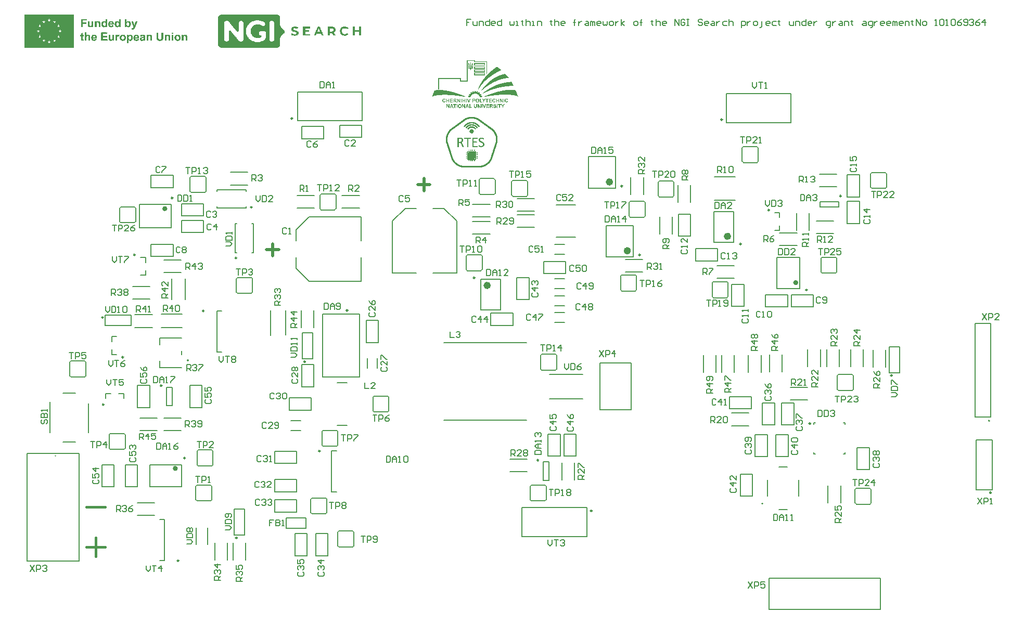
<source format=gto>
G04 Layer_Color=65535*
%FSLAX44Y44*%
%MOMM*%
G71*
G01*
G75*
%ADD11C,0.6000*%
%ADD63C,0.5000*%
%ADD64C,0.4000*%
%ADD65C,0.2000*%
%ADD84C,0.2500*%
%ADD85C,0.1000*%
G36*
X1483246Y921874D02*
Y921805D01*
Y921736D01*
Y921666D01*
Y921597D01*
Y921528D01*
Y921458D01*
Y921389D01*
Y921320D01*
Y921250D01*
Y921181D01*
Y921112D01*
Y921042D01*
Y920973D01*
Y920903D01*
Y920834D01*
Y920765D01*
Y920695D01*
Y920626D01*
Y920557D01*
Y920487D01*
Y920418D01*
Y920349D01*
Y920279D01*
Y920210D01*
Y920141D01*
Y920071D01*
Y920002D01*
Y919933D01*
Y919863D01*
Y919794D01*
Y919725D01*
Y919655D01*
Y919586D01*
Y919517D01*
Y919447D01*
Y919378D01*
Y919308D01*
Y919239D01*
Y919170D01*
Y919100D01*
Y919031D01*
Y918962D01*
Y918892D01*
Y918823D01*
Y918754D01*
Y918684D01*
Y918615D01*
Y918546D01*
Y918476D01*
Y918407D01*
Y918337D01*
Y918268D01*
Y918199D01*
Y918130D01*
Y918060D01*
Y917991D01*
Y917921D01*
Y917852D01*
Y917783D01*
Y917713D01*
Y917644D01*
Y917575D01*
Y917505D01*
Y917436D01*
Y917367D01*
Y917297D01*
Y917228D01*
Y917159D01*
Y917089D01*
Y917020D01*
X1486298D01*
Y916951D01*
Y916881D01*
Y916812D01*
Y916742D01*
X1486228D01*
Y916673D01*
Y916604D01*
Y916534D01*
X1486298D01*
Y916465D01*
Y916396D01*
X1486228D01*
Y916326D01*
X1486298D01*
Y916257D01*
Y916188D01*
Y916118D01*
Y916049D01*
X1486159D01*
Y915980D01*
X1486090D01*
Y916049D01*
X1486021D01*
Y915980D01*
X1482137D01*
Y916049D01*
X1482067D01*
Y916118D01*
Y916188D01*
Y916257D01*
Y916326D01*
Y916396D01*
Y916465D01*
Y916534D01*
Y916604D01*
Y916673D01*
Y916742D01*
Y916812D01*
Y916881D01*
Y916951D01*
Y917020D01*
Y917089D01*
Y917159D01*
Y917228D01*
Y917297D01*
Y917367D01*
Y917436D01*
Y917505D01*
Y917575D01*
Y917644D01*
Y917713D01*
Y917783D01*
Y917852D01*
Y917921D01*
Y917991D01*
Y918060D01*
Y918130D01*
Y918199D01*
Y918268D01*
Y918337D01*
Y918407D01*
Y918476D01*
Y918546D01*
Y918615D01*
Y918684D01*
Y918754D01*
Y918823D01*
Y918892D01*
Y918962D01*
Y919031D01*
Y919100D01*
Y919170D01*
Y919239D01*
Y919308D01*
Y919378D01*
Y919447D01*
Y919517D01*
Y919586D01*
Y919655D01*
Y919725D01*
Y919794D01*
Y919863D01*
Y919933D01*
Y920002D01*
Y920071D01*
Y920141D01*
Y920210D01*
Y920279D01*
Y920349D01*
Y920418D01*
Y920487D01*
Y920557D01*
Y920626D01*
Y920695D01*
Y920765D01*
Y920834D01*
Y920903D01*
Y920973D01*
Y921042D01*
Y921112D01*
Y921181D01*
Y921250D01*
Y921320D01*
Y921389D01*
Y921458D01*
Y921528D01*
Y921597D01*
Y921666D01*
Y921736D01*
Y921805D01*
Y921874D01*
Y921944D01*
X1483246D01*
Y921874D01*
D02*
G37*
G36*
X1522014Y921944D02*
Y921874D01*
Y921805D01*
Y921736D01*
Y921666D01*
Y921597D01*
Y921528D01*
Y921458D01*
Y921389D01*
Y921320D01*
Y921250D01*
Y921181D01*
Y921112D01*
Y921042D01*
Y920973D01*
Y920903D01*
Y920834D01*
Y920765D01*
Y920695D01*
Y920626D01*
Y920557D01*
Y920487D01*
Y920418D01*
Y920349D01*
Y920279D01*
Y920210D01*
Y920141D01*
Y920071D01*
Y920002D01*
Y919933D01*
Y919863D01*
Y919794D01*
Y919725D01*
Y919655D01*
Y919586D01*
Y919517D01*
Y919447D01*
Y919378D01*
Y919308D01*
Y919239D01*
Y919170D01*
Y919100D01*
Y919031D01*
Y918962D01*
Y918892D01*
Y918823D01*
Y918754D01*
Y918684D01*
Y918615D01*
Y918546D01*
Y918476D01*
Y918407D01*
Y918337D01*
Y918268D01*
Y918199D01*
Y918130D01*
Y918060D01*
Y917991D01*
Y917921D01*
Y917852D01*
Y917783D01*
Y917713D01*
Y917644D01*
Y917575D01*
Y917505D01*
Y917436D01*
Y917367D01*
Y917297D01*
Y917228D01*
Y917159D01*
Y917089D01*
Y917020D01*
Y916951D01*
Y916881D01*
Y916812D01*
Y916742D01*
Y916673D01*
Y916604D01*
Y916534D01*
Y916465D01*
Y916396D01*
X1521945D01*
Y916326D01*
X1522014D01*
Y916257D01*
X1521945D01*
Y916188D01*
X1522014D01*
Y916118D01*
Y916049D01*
X1521945D01*
Y915980D01*
X1521876D01*
Y916049D01*
X1521737D01*
Y915980D01*
X1521668D01*
Y916049D01*
X1521598D01*
Y915980D01*
X1520974D01*
Y916049D01*
X1520905D01*
Y915980D01*
X1520836D01*
Y916049D01*
X1520766D01*
Y916118D01*
Y916188D01*
Y916257D01*
Y916326D01*
Y916396D01*
Y916465D01*
Y916534D01*
Y916604D01*
Y916673D01*
Y916742D01*
Y916812D01*
Y916881D01*
Y916951D01*
Y917020D01*
Y917089D01*
Y917159D01*
Y917228D01*
Y917297D01*
Y917367D01*
Y917436D01*
Y917505D01*
Y917575D01*
Y917644D01*
Y917713D01*
Y917783D01*
Y917852D01*
Y917921D01*
Y917991D01*
Y918060D01*
Y918130D01*
Y918199D01*
Y918268D01*
Y918337D01*
Y918407D01*
Y918476D01*
Y918546D01*
Y918615D01*
Y918684D01*
Y918754D01*
Y918823D01*
Y918892D01*
Y918962D01*
Y919031D01*
Y919100D01*
Y919170D01*
Y919239D01*
Y919308D01*
Y919378D01*
Y919447D01*
Y919517D01*
Y919586D01*
Y919655D01*
Y919725D01*
Y919794D01*
Y919863D01*
Y919933D01*
Y920002D01*
Y920071D01*
Y920141D01*
Y920210D01*
Y920279D01*
Y920349D01*
Y920418D01*
Y920487D01*
Y920557D01*
Y920626D01*
Y920695D01*
Y920765D01*
Y920834D01*
Y920903D01*
Y920973D01*
Y921042D01*
Y921112D01*
Y921181D01*
Y921250D01*
Y921320D01*
Y921389D01*
Y921458D01*
Y921528D01*
Y921597D01*
Y921666D01*
Y921736D01*
Y921805D01*
Y921874D01*
Y921944D01*
Y922013D01*
X1522014D01*
Y921944D01*
D02*
G37*
G36*
X1460845D02*
Y921874D01*
Y921805D01*
Y921736D01*
Y921666D01*
Y921597D01*
Y921528D01*
Y921458D01*
Y921389D01*
Y921320D01*
Y921250D01*
Y921181D01*
Y921112D01*
Y921042D01*
Y920973D01*
Y920903D01*
Y920834D01*
Y920765D01*
Y920695D01*
Y920626D01*
Y920557D01*
Y920487D01*
Y920418D01*
Y920349D01*
Y920279D01*
Y920210D01*
Y920141D01*
Y920071D01*
Y920002D01*
Y919933D01*
Y919863D01*
Y919794D01*
Y919725D01*
Y919655D01*
Y919586D01*
Y919517D01*
Y919447D01*
Y919378D01*
Y919308D01*
Y919239D01*
Y919170D01*
Y919100D01*
Y919031D01*
Y918962D01*
Y918892D01*
Y918823D01*
Y918754D01*
Y918684D01*
Y918615D01*
Y918546D01*
Y918476D01*
Y918407D01*
Y918337D01*
Y918268D01*
Y918199D01*
Y918130D01*
Y918060D01*
Y917991D01*
Y917921D01*
Y917852D01*
Y917783D01*
Y917713D01*
Y917644D01*
Y917575D01*
Y917505D01*
Y917436D01*
Y917367D01*
Y917297D01*
Y917228D01*
Y917159D01*
Y917089D01*
Y917020D01*
Y916951D01*
Y916881D01*
Y916812D01*
Y916742D01*
Y916673D01*
Y916604D01*
Y916534D01*
Y916465D01*
Y916396D01*
Y916326D01*
Y916257D01*
Y916188D01*
Y916118D01*
Y916049D01*
X1460707D01*
Y915980D01*
X1460568D01*
Y916049D01*
X1460499D01*
Y915980D01*
X1459944D01*
Y916049D01*
X1459875D01*
Y915980D01*
X1459736D01*
Y916049D01*
X1459597D01*
Y916118D01*
Y916188D01*
X1459666D01*
Y916257D01*
Y916326D01*
Y916396D01*
X1459597D01*
Y916465D01*
Y916534D01*
Y916604D01*
Y916673D01*
Y916742D01*
Y916812D01*
Y916881D01*
Y916951D01*
X1459666D01*
Y917020D01*
X1459597D01*
Y917089D01*
Y917159D01*
Y917228D01*
Y917297D01*
Y917367D01*
Y917436D01*
Y917505D01*
Y917575D01*
Y917644D01*
Y917713D01*
Y917783D01*
Y917852D01*
Y917921D01*
Y917991D01*
Y918060D01*
Y918130D01*
Y918199D01*
Y918268D01*
Y918337D01*
Y918407D01*
Y918476D01*
Y918546D01*
Y918615D01*
Y918684D01*
Y918754D01*
Y918823D01*
Y918892D01*
Y918962D01*
Y919031D01*
Y919100D01*
Y919170D01*
Y919239D01*
Y919308D01*
Y919378D01*
Y919447D01*
Y919517D01*
Y919586D01*
Y919655D01*
Y919725D01*
Y919794D01*
Y919863D01*
Y919933D01*
Y920002D01*
Y920071D01*
Y920141D01*
Y920210D01*
Y920279D01*
Y920349D01*
Y920418D01*
Y920487D01*
Y920557D01*
Y920626D01*
Y920695D01*
Y920765D01*
Y920834D01*
Y920903D01*
Y920973D01*
Y921042D01*
Y921112D01*
Y921181D01*
Y921250D01*
Y921320D01*
Y921389D01*
Y921458D01*
Y921528D01*
Y921597D01*
Y921666D01*
Y921736D01*
Y921805D01*
Y921874D01*
Y921944D01*
Y922013D01*
X1460845D01*
Y921944D01*
D02*
G37*
G36*
X1442328D02*
X1442883D01*
Y921874D01*
X1443161D01*
Y921805D01*
X1443299D01*
Y921736D01*
X1443369D01*
Y921666D01*
X1443507D01*
Y921597D01*
X1443577D01*
Y921528D01*
X1443646D01*
Y921458D01*
X1443715D01*
Y921389D01*
X1443785D01*
Y921320D01*
Y921250D01*
X1443854D01*
Y921181D01*
Y921112D01*
X1443923D01*
Y921042D01*
Y920973D01*
X1443993D01*
Y920903D01*
Y920834D01*
Y920765D01*
X1444062D01*
Y920695D01*
Y920626D01*
Y920557D01*
Y920487D01*
Y920418D01*
Y920349D01*
Y920279D01*
Y920210D01*
Y920141D01*
Y920071D01*
Y920002D01*
Y919933D01*
Y919863D01*
X1443993D01*
Y919794D01*
Y919725D01*
Y919655D01*
X1443923D01*
Y919586D01*
Y919517D01*
X1443854D01*
Y919447D01*
Y919378D01*
X1443785D01*
Y919308D01*
X1443715D01*
Y919239D01*
X1443646D01*
Y919170D01*
X1443577D01*
Y919100D01*
X1443507D01*
Y919031D01*
X1443438D01*
Y918962D01*
X1443299D01*
Y918892D01*
X1443161D01*
Y918823D01*
X1443022D01*
Y918754D01*
X1442814D01*
Y918684D01*
X1442536D01*
Y918615D01*
X1442606D01*
Y918546D01*
X1442744D01*
Y918476D01*
X1442814D01*
Y918407D01*
X1442883D01*
Y918337D01*
X1443022D01*
Y918268D01*
X1443091D01*
Y918199D01*
X1443161D01*
Y918130D01*
X1443230D01*
Y918060D01*
Y917991D01*
X1443299D01*
Y917921D01*
X1443369D01*
Y917852D01*
X1443438D01*
Y917783D01*
Y917713D01*
X1443507D01*
Y917644D01*
X1443577D01*
Y917575D01*
Y917505D01*
X1443646D01*
Y917436D01*
X1443715D01*
Y917367D01*
Y917297D01*
X1443785D01*
Y917228D01*
X1443854D01*
Y917159D01*
Y917089D01*
X1443923D01*
Y917020D01*
Y916951D01*
X1443993D01*
Y916881D01*
X1444062D01*
Y916812D01*
Y916742D01*
X1444131D01*
Y916673D01*
X1444201D01*
Y916604D01*
Y916534D01*
X1444270D01*
Y916465D01*
Y916396D01*
X1444339D01*
Y916326D01*
X1444409D01*
Y916257D01*
Y916188D01*
X1444478D01*
Y916118D01*
X1444548D01*
Y916049D01*
Y915980D01*
X1444062D01*
Y916049D01*
X1443923D01*
Y915980D01*
X1443369D01*
Y916049D01*
X1443091D01*
Y916118D01*
X1443022D01*
Y916188D01*
X1442953D01*
Y916257D01*
Y916326D01*
X1442883D01*
Y916396D01*
X1442814D01*
Y916465D01*
Y916534D01*
X1442744D01*
Y916604D01*
X1442675D01*
Y916673D01*
Y916742D01*
X1442606D01*
Y916812D01*
X1442536D01*
Y916881D01*
Y916951D01*
X1442467D01*
Y917020D01*
X1442398D01*
Y917089D01*
Y917159D01*
X1442328D01*
Y917228D01*
X1442259D01*
Y917297D01*
Y917367D01*
X1442190D01*
Y917436D01*
X1442120D01*
Y917505D01*
Y917575D01*
X1442051D01*
Y917644D01*
X1441982D01*
Y917713D01*
Y917783D01*
X1441912D01*
Y917852D01*
X1441843D01*
Y917921D01*
X1441774D01*
Y917991D01*
Y918060D01*
X1441704D01*
Y918130D01*
X1441635D01*
Y918199D01*
X1441565D01*
Y918268D01*
X1441496D01*
Y918337D01*
X1441427D01*
Y918407D01*
X1441288D01*
Y918476D01*
X1440872D01*
Y918546D01*
X1440386D01*
Y918476D01*
Y918407D01*
Y918337D01*
Y918268D01*
Y918199D01*
Y918130D01*
Y918060D01*
Y917991D01*
Y917921D01*
Y917852D01*
Y917783D01*
Y917713D01*
Y917644D01*
Y917575D01*
Y917505D01*
Y917436D01*
Y917367D01*
Y917297D01*
Y917228D01*
Y917159D01*
Y917089D01*
Y917020D01*
Y916951D01*
Y916881D01*
Y916812D01*
Y916742D01*
Y916673D01*
Y916604D01*
Y916534D01*
Y916465D01*
Y916396D01*
Y916326D01*
Y916257D01*
Y916188D01*
Y916118D01*
Y916049D01*
Y915980D01*
X1440317D01*
Y916049D01*
X1440248D01*
Y915980D01*
X1440109D01*
Y916049D01*
X1440040D01*
Y915980D01*
X1439415D01*
Y916049D01*
X1439346D01*
Y915980D01*
X1439277D01*
Y916049D01*
X1439207D01*
Y916118D01*
Y916188D01*
Y916257D01*
Y916326D01*
Y916396D01*
Y916465D01*
Y916534D01*
Y916604D01*
Y916673D01*
Y916742D01*
Y916812D01*
Y916881D01*
Y916951D01*
Y917020D01*
Y917089D01*
Y917159D01*
Y917228D01*
Y917297D01*
Y917367D01*
Y917436D01*
Y917505D01*
Y917575D01*
Y917644D01*
Y917713D01*
Y917783D01*
Y917852D01*
Y917921D01*
Y917991D01*
Y918060D01*
Y918130D01*
Y918199D01*
Y918268D01*
Y918337D01*
Y918407D01*
Y918476D01*
Y918546D01*
Y918615D01*
Y918684D01*
Y918754D01*
Y918823D01*
Y918892D01*
Y918962D01*
Y919031D01*
Y919100D01*
Y919170D01*
Y919239D01*
Y919308D01*
Y919378D01*
Y919447D01*
Y919517D01*
Y919586D01*
Y919655D01*
Y919725D01*
Y919794D01*
Y919863D01*
Y919933D01*
Y920002D01*
Y920071D01*
Y920141D01*
Y920210D01*
Y920279D01*
Y920349D01*
Y920418D01*
Y920487D01*
Y920557D01*
Y920626D01*
Y920695D01*
Y920765D01*
Y920834D01*
Y920903D01*
Y920973D01*
Y921042D01*
Y921112D01*
Y921181D01*
Y921250D01*
Y921320D01*
Y921389D01*
Y921458D01*
Y921528D01*
Y921597D01*
Y921666D01*
Y921736D01*
Y921805D01*
Y921874D01*
Y921944D01*
Y922013D01*
X1442328D01*
Y921944D01*
D02*
G37*
G36*
X1452454D02*
Y921874D01*
Y921805D01*
Y921736D01*
Y921666D01*
Y921597D01*
Y921528D01*
Y921458D01*
Y921389D01*
Y921320D01*
Y921250D01*
Y921181D01*
Y921112D01*
Y921042D01*
Y920973D01*
Y920903D01*
Y920834D01*
Y920765D01*
Y920695D01*
Y920626D01*
Y920557D01*
Y920487D01*
Y920418D01*
Y920349D01*
Y920279D01*
Y920210D01*
Y920141D01*
Y920071D01*
Y920002D01*
Y919933D01*
Y919863D01*
Y919794D01*
Y919725D01*
Y919655D01*
Y919586D01*
Y919517D01*
Y919447D01*
Y919378D01*
Y919308D01*
Y919239D01*
Y919170D01*
Y919100D01*
Y919031D01*
Y918962D01*
Y918892D01*
Y918823D01*
Y918754D01*
Y918684D01*
Y918615D01*
Y918546D01*
Y918476D01*
Y918407D01*
Y918337D01*
Y918268D01*
Y918199D01*
Y918130D01*
Y918060D01*
Y917991D01*
Y917921D01*
Y917852D01*
Y917783D01*
Y917713D01*
Y917644D01*
Y917575D01*
Y917505D01*
Y917436D01*
Y917367D01*
Y917297D01*
Y917228D01*
Y917159D01*
Y917089D01*
Y917020D01*
Y916951D01*
Y916881D01*
Y916812D01*
Y916742D01*
Y916673D01*
Y916604D01*
Y916534D01*
Y916465D01*
Y916396D01*
Y916326D01*
Y916257D01*
Y916188D01*
Y916118D01*
Y916049D01*
X1452315D01*
Y915980D01*
X1452246D01*
Y916049D01*
X1452176D01*
Y915980D01*
X1451552D01*
Y916049D01*
X1451483D01*
Y915980D01*
X1451344D01*
Y916049D01*
X1451205D01*
Y916118D01*
Y916188D01*
Y916257D01*
Y916326D01*
X1451275D01*
Y916396D01*
Y916465D01*
Y916534D01*
Y916604D01*
X1451205D01*
Y916673D01*
Y916742D01*
X1451275D01*
Y916812D01*
Y916881D01*
Y916951D01*
Y917020D01*
Y917089D01*
Y917159D01*
Y917228D01*
Y917297D01*
Y917367D01*
Y917436D01*
Y917505D01*
Y917575D01*
Y917644D01*
Y917713D01*
Y917783D01*
Y917852D01*
Y917921D01*
Y917991D01*
Y918060D01*
Y918130D01*
Y918199D01*
Y918268D01*
Y918337D01*
Y918407D01*
Y918476D01*
Y918546D01*
Y918615D01*
Y918684D01*
Y918754D01*
Y918823D01*
Y918892D01*
Y918962D01*
Y919031D01*
Y919100D01*
Y919170D01*
Y919239D01*
Y919308D01*
Y919378D01*
Y919447D01*
Y919517D01*
Y919586D01*
Y919655D01*
Y919725D01*
Y919794D01*
Y919863D01*
Y919933D01*
Y920002D01*
Y920071D01*
Y920141D01*
Y920210D01*
Y920279D01*
Y920349D01*
Y920418D01*
Y920487D01*
Y920557D01*
Y920626D01*
Y920695D01*
Y920765D01*
Y920834D01*
Y920903D01*
Y920973D01*
Y921042D01*
Y921112D01*
Y921181D01*
Y921250D01*
Y921320D01*
Y921389D01*
Y921458D01*
Y921528D01*
Y921597D01*
Y921666D01*
Y921736D01*
Y921805D01*
Y921874D01*
Y921944D01*
X1451205D01*
Y922013D01*
X1452454D01*
Y921944D01*
D02*
G37*
G36*
X1466949D02*
X1466879D01*
Y921874D01*
Y921805D01*
Y921736D01*
X1466810D01*
Y921666D01*
Y921597D01*
Y921528D01*
X1466740D01*
Y921458D01*
Y921389D01*
Y921320D01*
X1466671D01*
Y921250D01*
Y921181D01*
Y921112D01*
X1466602D01*
Y921042D01*
Y920973D01*
X1466532D01*
Y920903D01*
Y920834D01*
Y920765D01*
X1466463D01*
Y920695D01*
Y920626D01*
Y920557D01*
X1466394D01*
Y920487D01*
Y920418D01*
Y920349D01*
X1466324D01*
Y920279D01*
Y920210D01*
Y920141D01*
X1466255D01*
Y920071D01*
Y920002D01*
X1466186D01*
Y919933D01*
Y919863D01*
Y919794D01*
X1466116D01*
Y919725D01*
Y919655D01*
Y919586D01*
X1466047D01*
Y919517D01*
Y919447D01*
Y919378D01*
X1465977D01*
Y919308D01*
Y919239D01*
Y919170D01*
X1465908D01*
Y919100D01*
Y919031D01*
X1465839D01*
Y918962D01*
Y918892D01*
Y918823D01*
X1465770D01*
Y918754D01*
Y918684D01*
Y918615D01*
X1465700D01*
Y918546D01*
Y918476D01*
Y918407D01*
X1465631D01*
Y918337D01*
Y918268D01*
X1465561D01*
Y918199D01*
Y918130D01*
Y918060D01*
X1465492D01*
Y917991D01*
Y917921D01*
Y917852D01*
X1465423D01*
Y917783D01*
Y917713D01*
Y917644D01*
X1465353D01*
Y917575D01*
Y917505D01*
Y917436D01*
X1465284D01*
Y917367D01*
Y917297D01*
Y917228D01*
X1465215D01*
Y917159D01*
Y917089D01*
X1465145D01*
Y917020D01*
Y916951D01*
Y916881D01*
X1465076D01*
Y916812D01*
Y916742D01*
Y916673D01*
X1465007D01*
Y916604D01*
Y916534D01*
Y916465D01*
X1464937D01*
Y916396D01*
Y916326D01*
X1464868D01*
Y916257D01*
Y916188D01*
Y916118D01*
X1464798D01*
Y916049D01*
X1464729D01*
Y915980D01*
X1464660D01*
Y916049D01*
X1464521D01*
Y915980D01*
X1463828D01*
Y916049D01*
X1463689D01*
Y915980D01*
X1463620D01*
Y916049D01*
X1463481D01*
Y916118D01*
Y916188D01*
X1463412D01*
Y916257D01*
Y916326D01*
Y916396D01*
X1463342D01*
Y916465D01*
Y916534D01*
Y916604D01*
X1463273D01*
Y916673D01*
Y916742D01*
Y916812D01*
X1463203D01*
Y916881D01*
Y916951D01*
Y917020D01*
X1463134D01*
Y917089D01*
Y917159D01*
X1463065D01*
Y917228D01*
Y917297D01*
Y917367D01*
X1462995D01*
Y917436D01*
Y917505D01*
Y917575D01*
X1462926D01*
Y917644D01*
Y917713D01*
Y917783D01*
X1462857D01*
Y917852D01*
Y917921D01*
X1462787D01*
Y917991D01*
Y918060D01*
Y918130D01*
X1462718D01*
Y918199D01*
Y918268D01*
Y918337D01*
X1462649D01*
Y918407D01*
Y918476D01*
Y918546D01*
X1462579D01*
Y918615D01*
Y918684D01*
Y918754D01*
X1462510D01*
Y918823D01*
Y918892D01*
X1462441D01*
Y918962D01*
Y919031D01*
Y919100D01*
X1462371D01*
Y919170D01*
Y919239D01*
Y919308D01*
X1462302D01*
Y919378D01*
Y919447D01*
Y919517D01*
X1462233D01*
Y919586D01*
Y919655D01*
Y919725D01*
X1462163D01*
Y919794D01*
Y919863D01*
Y919933D01*
X1462094D01*
Y920002D01*
Y920071D01*
X1462024D01*
Y920141D01*
Y920210D01*
Y920279D01*
X1461955D01*
Y920349D01*
Y920418D01*
Y920487D01*
X1461886D01*
Y920557D01*
Y920626D01*
Y920695D01*
X1461816D01*
Y920765D01*
Y920834D01*
Y920903D01*
X1461747D01*
Y920973D01*
Y921042D01*
X1461678D01*
Y921112D01*
Y921181D01*
Y921250D01*
X1461608D01*
Y921320D01*
Y921389D01*
Y921458D01*
X1461539D01*
Y921528D01*
Y921597D01*
Y921666D01*
X1461470D01*
Y921736D01*
Y921805D01*
X1461400D01*
Y921874D01*
Y921944D01*
Y922013D01*
X1462718D01*
Y921944D01*
Y921874D01*
Y921805D01*
X1462787D01*
Y921736D01*
Y921666D01*
Y921597D01*
X1462857D01*
Y921528D01*
Y921458D01*
Y921389D01*
X1462926D01*
Y921320D01*
Y921250D01*
Y921181D01*
X1462995D01*
Y921112D01*
Y921042D01*
Y920973D01*
X1463065D01*
Y920903D01*
Y920834D01*
Y920765D01*
X1463134D01*
Y920695D01*
Y920626D01*
Y920557D01*
X1463203D01*
Y920487D01*
Y920418D01*
Y920349D01*
X1463273D01*
Y920279D01*
Y920210D01*
X1463342D01*
Y920141D01*
Y920071D01*
Y920002D01*
Y919933D01*
X1463412D01*
Y919863D01*
Y919794D01*
Y919725D01*
X1463481D01*
Y919655D01*
Y919586D01*
X1463550D01*
Y919517D01*
Y919447D01*
Y919378D01*
X1463620D01*
Y919308D01*
Y919239D01*
Y919170D01*
X1463689D01*
Y919100D01*
Y919031D01*
Y918962D01*
X1463758D01*
Y918892D01*
Y918823D01*
Y918754D01*
X1463828D01*
Y918684D01*
Y918615D01*
Y918546D01*
X1463897D01*
Y918476D01*
Y918407D01*
Y918337D01*
X1463966D01*
Y918268D01*
Y918199D01*
Y918130D01*
X1464036D01*
Y918060D01*
Y917991D01*
Y917921D01*
X1464105D01*
Y917852D01*
Y917783D01*
Y917713D01*
X1464174D01*
Y917644D01*
X1464244D01*
Y917713D01*
Y917783D01*
X1464313D01*
Y917852D01*
Y917921D01*
Y917991D01*
X1464382D01*
Y918060D01*
Y918130D01*
Y918199D01*
X1464452D01*
Y918268D01*
Y918337D01*
Y918407D01*
X1464521D01*
Y918476D01*
Y918546D01*
Y918615D01*
X1464590D01*
Y918684D01*
Y918754D01*
Y918823D01*
X1464660D01*
Y918892D01*
Y918962D01*
Y919031D01*
X1464729D01*
Y919100D01*
Y919170D01*
Y919239D01*
X1464798D01*
Y919308D01*
Y919378D01*
Y919447D01*
X1464868D01*
Y919517D01*
Y919586D01*
Y919655D01*
X1464937D01*
Y919725D01*
Y919794D01*
Y919863D01*
X1465007D01*
Y919933D01*
Y920002D01*
Y920071D01*
X1465076D01*
Y920141D01*
Y920210D01*
Y920279D01*
X1465145D01*
Y920349D01*
Y920418D01*
Y920487D01*
X1465215D01*
Y920557D01*
Y920626D01*
Y920695D01*
X1465284D01*
Y920765D01*
Y920834D01*
Y920903D01*
X1465353D01*
Y920973D01*
Y921042D01*
Y921112D01*
X1465423D01*
Y921181D01*
Y921250D01*
Y921320D01*
X1465492D01*
Y921389D01*
Y921458D01*
Y921528D01*
X1465561D01*
Y921597D01*
Y921666D01*
Y921736D01*
Y921805D01*
X1465631D01*
Y921874D01*
Y921944D01*
Y922013D01*
X1466949D01*
Y921944D01*
D02*
G37*
G36*
X1473953Y984708D02*
Y984639D01*
Y984569D01*
Y984500D01*
Y984431D01*
Y984361D01*
Y984292D01*
Y984222D01*
Y984153D01*
Y984084D01*
Y984015D01*
Y983945D01*
Y983876D01*
Y983806D01*
Y983737D01*
Y983668D01*
Y983598D01*
Y983529D01*
Y983460D01*
Y983390D01*
Y983321D01*
Y983252D01*
Y983182D01*
Y983113D01*
Y983044D01*
Y982974D01*
Y982905D01*
X1474161D01*
Y982835D01*
X1474300D01*
Y982905D01*
X1474439D01*
Y982835D01*
X1493372D01*
Y982905D01*
X1493788D01*
Y982835D01*
X1493857D01*
Y982905D01*
X1493996D01*
Y982835D01*
Y982766D01*
Y982697D01*
Y982627D01*
Y982558D01*
Y982489D01*
Y982419D01*
Y982350D01*
Y982281D01*
Y982211D01*
Y982142D01*
Y982073D01*
Y982003D01*
Y981934D01*
Y981864D01*
Y981795D01*
Y981726D01*
Y981656D01*
Y981587D01*
Y981518D01*
Y981448D01*
Y981379D01*
Y981310D01*
Y981240D01*
Y981171D01*
Y981102D01*
Y981032D01*
Y980963D01*
Y980894D01*
Y980824D01*
Y980755D01*
Y980686D01*
Y980616D01*
Y980547D01*
Y980478D01*
Y980408D01*
Y980339D01*
Y980269D01*
Y980200D01*
Y980131D01*
Y980061D01*
Y979992D01*
Y979923D01*
Y979853D01*
Y979784D01*
Y979715D01*
Y979645D01*
Y979576D01*
Y979507D01*
Y979437D01*
Y979368D01*
Y979298D01*
Y979229D01*
Y979160D01*
Y979090D01*
Y979021D01*
Y978952D01*
Y978882D01*
Y978813D01*
Y978744D01*
Y978674D01*
Y978605D01*
Y978536D01*
Y978466D01*
Y978397D01*
Y978328D01*
Y978258D01*
Y978189D01*
Y978120D01*
Y978050D01*
Y977981D01*
Y977911D01*
Y977842D01*
Y977773D01*
Y977703D01*
Y977634D01*
Y977565D01*
Y977495D01*
Y977426D01*
Y977357D01*
Y977287D01*
Y977218D01*
Y977149D01*
Y977079D01*
Y977010D01*
Y976941D01*
Y976871D01*
Y976802D01*
Y976732D01*
Y976663D01*
Y976594D01*
Y976524D01*
Y976455D01*
Y976386D01*
Y976316D01*
Y976247D01*
Y976178D01*
Y976108D01*
Y976039D01*
Y975970D01*
Y975900D01*
Y975831D01*
Y975761D01*
Y975692D01*
Y975623D01*
Y975553D01*
Y975484D01*
Y975415D01*
Y975345D01*
Y975276D01*
Y975207D01*
Y975137D01*
Y975068D01*
Y974999D01*
Y974929D01*
Y974860D01*
Y974791D01*
Y974721D01*
Y974652D01*
Y974583D01*
Y974513D01*
Y974444D01*
Y974374D01*
Y974305D01*
Y974236D01*
Y974166D01*
Y974097D01*
Y974028D01*
Y973958D01*
Y973889D01*
Y973820D01*
Y973750D01*
Y973681D01*
Y973612D01*
Y973542D01*
Y973473D01*
Y973403D01*
Y973334D01*
Y973265D01*
Y973195D01*
Y973126D01*
Y973057D01*
Y972987D01*
Y972918D01*
Y972849D01*
Y972779D01*
Y972710D01*
Y972641D01*
Y972571D01*
Y972502D01*
Y972433D01*
Y972363D01*
Y972294D01*
Y972225D01*
Y972155D01*
Y972086D01*
Y972017D01*
Y971947D01*
Y971878D01*
Y971808D01*
Y971739D01*
Y971670D01*
Y971600D01*
Y971531D01*
Y971462D01*
Y971392D01*
Y971323D01*
Y971254D01*
Y971184D01*
Y971115D01*
Y971046D01*
Y970976D01*
Y970907D01*
Y970837D01*
Y970768D01*
Y970699D01*
Y970629D01*
Y970560D01*
Y970491D01*
Y970421D01*
Y970352D01*
Y970283D01*
Y970213D01*
Y970144D01*
Y970075D01*
Y970005D01*
Y969936D01*
Y969866D01*
Y969797D01*
Y969728D01*
Y969659D01*
Y969589D01*
Y969520D01*
Y969450D01*
Y969381D01*
Y969312D01*
Y969242D01*
Y969173D01*
Y969104D01*
Y969034D01*
Y968965D01*
Y968896D01*
Y968826D01*
Y968757D01*
Y968688D01*
Y968618D01*
Y968549D01*
Y968480D01*
Y968410D01*
Y968341D01*
Y968271D01*
Y968202D01*
Y968133D01*
Y968063D01*
Y967994D01*
Y967925D01*
Y967855D01*
Y967786D01*
Y967717D01*
Y967647D01*
Y967578D01*
Y967508D01*
Y967439D01*
Y967370D01*
Y967300D01*
Y967231D01*
Y967162D01*
Y967092D01*
Y967023D01*
Y966954D01*
Y966884D01*
Y966815D01*
Y966746D01*
Y966676D01*
Y966607D01*
Y966538D01*
Y966468D01*
Y966399D01*
Y966329D01*
Y966260D01*
Y966191D01*
Y966122D01*
Y966052D01*
Y965983D01*
Y965913D01*
Y965844D01*
Y965775D01*
Y965705D01*
Y965636D01*
Y965567D01*
Y965497D01*
Y965428D01*
Y965359D01*
Y965289D01*
Y965220D01*
Y965151D01*
Y965081D01*
Y965012D01*
Y964942D01*
Y964873D01*
Y964804D01*
Y964734D01*
Y964665D01*
Y964596D01*
Y964526D01*
Y964457D01*
Y964388D01*
Y964318D01*
Y964249D01*
Y964180D01*
Y964110D01*
Y964041D01*
Y963972D01*
Y963902D01*
Y963833D01*
Y963764D01*
Y963694D01*
Y963625D01*
Y963555D01*
Y963486D01*
Y963417D01*
Y963347D01*
Y963278D01*
Y963209D01*
Y963139D01*
Y963070D01*
Y963001D01*
Y962931D01*
Y962862D01*
Y962793D01*
Y962723D01*
Y962654D01*
Y962585D01*
Y962515D01*
Y962446D01*
Y962376D01*
Y962307D01*
X1492886D01*
Y962376D01*
Y962446D01*
Y962515D01*
Y962585D01*
Y962654D01*
Y962723D01*
Y962793D01*
Y962862D01*
Y962931D01*
Y963001D01*
Y963070D01*
Y963139D01*
Y963209D01*
Y963278D01*
Y963347D01*
Y963417D01*
Y963486D01*
Y963555D01*
Y963625D01*
Y963694D01*
Y963764D01*
Y963833D01*
Y963902D01*
Y963972D01*
Y964041D01*
Y964110D01*
Y964180D01*
Y964249D01*
Y964318D01*
Y964388D01*
Y964457D01*
Y964526D01*
Y964596D01*
Y964665D01*
Y964734D01*
Y964804D01*
Y964873D01*
Y964942D01*
Y965012D01*
Y965081D01*
Y965151D01*
Y965220D01*
Y965289D01*
Y965359D01*
Y965428D01*
Y965497D01*
Y965567D01*
Y965636D01*
Y965705D01*
Y965775D01*
Y965844D01*
Y965913D01*
Y965983D01*
Y966052D01*
Y966122D01*
Y966191D01*
Y966260D01*
Y966329D01*
Y966399D01*
Y966468D01*
Y966538D01*
Y966607D01*
Y966676D01*
Y966746D01*
Y966815D01*
Y966884D01*
Y966954D01*
Y967023D01*
Y967092D01*
Y967162D01*
Y967231D01*
Y967300D01*
Y967370D01*
Y967439D01*
Y967508D01*
Y967578D01*
Y967647D01*
Y967717D01*
Y967786D01*
Y967855D01*
Y967925D01*
Y967994D01*
Y968063D01*
Y968133D01*
Y968202D01*
Y968271D01*
Y968341D01*
Y968410D01*
Y968480D01*
Y968549D01*
Y968618D01*
Y968688D01*
Y968757D01*
Y968826D01*
Y968896D01*
Y968965D01*
Y969034D01*
Y969104D01*
Y969173D01*
Y969242D01*
Y969312D01*
Y969381D01*
Y969450D01*
Y969520D01*
Y969589D01*
Y969659D01*
Y969728D01*
Y969797D01*
Y969866D01*
Y969936D01*
Y970005D01*
Y970075D01*
Y970144D01*
Y970213D01*
Y970283D01*
Y970352D01*
Y970421D01*
Y970491D01*
Y970560D01*
Y970629D01*
Y970699D01*
Y970768D01*
Y970837D01*
Y970907D01*
Y970976D01*
Y971046D01*
Y971115D01*
Y971184D01*
Y971254D01*
Y971323D01*
Y971392D01*
Y971462D01*
Y971531D01*
Y971600D01*
Y971670D01*
Y971739D01*
Y971808D01*
Y971878D01*
Y971947D01*
Y972017D01*
Y972086D01*
Y972155D01*
Y972225D01*
Y972294D01*
Y972363D01*
Y972433D01*
Y972502D01*
Y972571D01*
Y972641D01*
Y972710D01*
Y972779D01*
Y972849D01*
Y972918D01*
Y972987D01*
Y973057D01*
Y973126D01*
Y973195D01*
Y973265D01*
Y973334D01*
Y973403D01*
Y973473D01*
Y973542D01*
Y973612D01*
Y973681D01*
Y973750D01*
Y973820D01*
Y973889D01*
Y973958D01*
Y974028D01*
Y974097D01*
Y974166D01*
Y974236D01*
Y974305D01*
Y974374D01*
Y974444D01*
Y974513D01*
Y974583D01*
Y974652D01*
Y974721D01*
Y974791D01*
Y974860D01*
Y974929D01*
Y974999D01*
Y975068D01*
Y975137D01*
Y975207D01*
Y975276D01*
Y975345D01*
Y975415D01*
Y975484D01*
Y975553D01*
Y975623D01*
Y975692D01*
Y975761D01*
Y975831D01*
Y975900D01*
Y975970D01*
Y976039D01*
Y976108D01*
Y976178D01*
Y976247D01*
Y976316D01*
Y976386D01*
Y976455D01*
Y976524D01*
Y976594D01*
Y976663D01*
Y976732D01*
Y976802D01*
Y976871D01*
Y976941D01*
Y977010D01*
Y977079D01*
Y977149D01*
Y977218D01*
Y977287D01*
Y977357D01*
Y977426D01*
Y977495D01*
Y977565D01*
Y977634D01*
Y977703D01*
Y977773D01*
Y977842D01*
Y977911D01*
Y977981D01*
Y978050D01*
Y978120D01*
Y978189D01*
Y978258D01*
Y978328D01*
Y978397D01*
Y978466D01*
Y978536D01*
Y978605D01*
Y978674D01*
Y978744D01*
Y978813D01*
Y978882D01*
Y978952D01*
Y979021D01*
Y979090D01*
Y979160D01*
Y979229D01*
Y979298D01*
Y979368D01*
Y979437D01*
Y979507D01*
Y979576D01*
Y979645D01*
Y979715D01*
Y979784D01*
Y979853D01*
Y979923D01*
Y979992D01*
Y980061D01*
Y980131D01*
Y980200D01*
Y980269D01*
Y980339D01*
Y980408D01*
Y980478D01*
Y980547D01*
Y980616D01*
Y980686D01*
Y980755D01*
Y980824D01*
Y980894D01*
Y980963D01*
Y981032D01*
Y981102D01*
Y981171D01*
Y981240D01*
Y981310D01*
Y981379D01*
Y981448D01*
Y981518D01*
Y981587D01*
Y981656D01*
Y981726D01*
X1472774D01*
Y981795D01*
Y981864D01*
Y981934D01*
Y982003D01*
Y982073D01*
Y982142D01*
Y982211D01*
Y982281D01*
Y982350D01*
Y982419D01*
Y982489D01*
Y982558D01*
Y982627D01*
Y982697D01*
Y982766D01*
Y982835D01*
Y982905D01*
Y982974D01*
Y983044D01*
Y983113D01*
Y983182D01*
Y983252D01*
Y983321D01*
Y983390D01*
Y983460D01*
Y983529D01*
Y983598D01*
X1462094D01*
Y983529D01*
Y983460D01*
Y983390D01*
Y983321D01*
Y983252D01*
Y983182D01*
Y983113D01*
Y983044D01*
Y982974D01*
Y982905D01*
Y982835D01*
Y982766D01*
Y982697D01*
Y982627D01*
Y982558D01*
Y982489D01*
Y982419D01*
Y982350D01*
Y982281D01*
Y982211D01*
Y982142D01*
Y982073D01*
Y982003D01*
Y981934D01*
Y981864D01*
Y981795D01*
Y981726D01*
Y981656D01*
Y981587D01*
Y981518D01*
Y981448D01*
Y981379D01*
Y981310D01*
Y981240D01*
Y981171D01*
Y981102D01*
Y981032D01*
Y980963D01*
Y980894D01*
Y980824D01*
Y980755D01*
Y980686D01*
Y980616D01*
Y980547D01*
Y980478D01*
Y980408D01*
Y980339D01*
Y980269D01*
Y980200D01*
Y980131D01*
Y980061D01*
Y979992D01*
Y979923D01*
Y979853D01*
Y979784D01*
Y979715D01*
Y979645D01*
Y979576D01*
Y979507D01*
Y979437D01*
Y979368D01*
Y979298D01*
Y979229D01*
Y979160D01*
Y979090D01*
Y979021D01*
Y978952D01*
Y978882D01*
Y978813D01*
Y978744D01*
Y978674D01*
Y978605D01*
Y978536D01*
Y978466D01*
Y978397D01*
Y978328D01*
Y978258D01*
Y978189D01*
Y978120D01*
Y978050D01*
Y977981D01*
Y977911D01*
Y977842D01*
Y977773D01*
Y977703D01*
Y977634D01*
Y977565D01*
Y977495D01*
Y977426D01*
Y977357D01*
Y977287D01*
Y977218D01*
Y977149D01*
Y977079D01*
Y977010D01*
Y976941D01*
Y976871D01*
Y976802D01*
Y976732D01*
Y976663D01*
Y976594D01*
Y976524D01*
Y976455D01*
Y976386D01*
Y976316D01*
Y976247D01*
Y976178D01*
Y976108D01*
Y976039D01*
Y975970D01*
Y975900D01*
Y975831D01*
Y975761D01*
Y975692D01*
Y975623D01*
Y975553D01*
Y975484D01*
Y975415D01*
Y975345D01*
Y975276D01*
Y975207D01*
Y975137D01*
Y975068D01*
Y974999D01*
Y974929D01*
Y974860D01*
Y974791D01*
Y974721D01*
Y974652D01*
Y974583D01*
Y974513D01*
Y974444D01*
Y974374D01*
Y974305D01*
Y974236D01*
Y974166D01*
Y974097D01*
Y974028D01*
Y973958D01*
Y973889D01*
Y973820D01*
Y973750D01*
Y973681D01*
Y973612D01*
Y973542D01*
Y973473D01*
Y973403D01*
Y973334D01*
Y973265D01*
Y973195D01*
Y973126D01*
Y973057D01*
Y972987D01*
Y972918D01*
Y972849D01*
Y972779D01*
Y972710D01*
Y972641D01*
Y972571D01*
Y972502D01*
Y972433D01*
Y972363D01*
Y972294D01*
Y972225D01*
Y972155D01*
Y972086D01*
Y972017D01*
Y971947D01*
Y971878D01*
Y971808D01*
Y971739D01*
Y971670D01*
Y971600D01*
Y971531D01*
Y971462D01*
Y971392D01*
Y971323D01*
Y971254D01*
Y971184D01*
Y971115D01*
Y971046D01*
Y970976D01*
Y970907D01*
Y970837D01*
Y970768D01*
Y970699D01*
Y970629D01*
Y970560D01*
Y970491D01*
Y970421D01*
Y970352D01*
Y970283D01*
Y970213D01*
Y970144D01*
Y970075D01*
Y970005D01*
Y969936D01*
Y969866D01*
Y969797D01*
Y969728D01*
Y969659D01*
Y969589D01*
Y969520D01*
Y969450D01*
Y969381D01*
Y969312D01*
Y969242D01*
Y969173D01*
Y969104D01*
Y969034D01*
Y968965D01*
Y968896D01*
Y968826D01*
Y968757D01*
Y968688D01*
Y968618D01*
Y968549D01*
Y968480D01*
Y968410D01*
Y968341D01*
Y968271D01*
Y968202D01*
Y968133D01*
Y968063D01*
Y967994D01*
Y967925D01*
Y967855D01*
Y967786D01*
Y967717D01*
Y967647D01*
Y967578D01*
Y967508D01*
Y967439D01*
Y967370D01*
Y967300D01*
Y967231D01*
Y967162D01*
Y967092D01*
Y967023D01*
Y966954D01*
Y966884D01*
Y966815D01*
Y966746D01*
Y966676D01*
Y966607D01*
Y966538D01*
Y966468D01*
Y966399D01*
Y966329D01*
Y966260D01*
Y966191D01*
Y966122D01*
Y966052D01*
Y965983D01*
Y965913D01*
Y965844D01*
Y965775D01*
Y965705D01*
Y965636D01*
Y965567D01*
Y965497D01*
Y965428D01*
Y965359D01*
Y965289D01*
Y965220D01*
Y965151D01*
Y965081D01*
Y965012D01*
Y964942D01*
Y964873D01*
Y964804D01*
Y964734D01*
Y964665D01*
Y964596D01*
Y964526D01*
Y964457D01*
Y964388D01*
Y964318D01*
Y964249D01*
Y964180D01*
Y964110D01*
Y964041D01*
Y963972D01*
Y963902D01*
Y963833D01*
Y963764D01*
Y963694D01*
Y963625D01*
Y963555D01*
Y963486D01*
Y963417D01*
Y963347D01*
Y963278D01*
Y963209D01*
Y963139D01*
Y963070D01*
Y963001D01*
Y962931D01*
Y962862D01*
Y962793D01*
Y962723D01*
Y962654D01*
Y962585D01*
Y962515D01*
Y962446D01*
Y962376D01*
Y962307D01*
Y962238D01*
Y962168D01*
Y962099D01*
Y962030D01*
Y961960D01*
Y961891D01*
Y961822D01*
Y961752D01*
Y961683D01*
Y961614D01*
Y961544D01*
Y961475D01*
Y961405D01*
Y961336D01*
Y961267D01*
Y961197D01*
Y961128D01*
Y961059D01*
Y960989D01*
Y960920D01*
Y960851D01*
Y960781D01*
Y960712D01*
Y960643D01*
Y960573D01*
Y960504D01*
Y960435D01*
Y960365D01*
Y960296D01*
Y960227D01*
Y960157D01*
Y960088D01*
Y960018D01*
Y959949D01*
Y959880D01*
Y959810D01*
Y959741D01*
Y959672D01*
Y959602D01*
Y959533D01*
Y959464D01*
Y959394D01*
Y959325D01*
Y959256D01*
Y959186D01*
Y959117D01*
Y959047D01*
Y958978D01*
Y958909D01*
Y958839D01*
Y958770D01*
Y958701D01*
Y958631D01*
Y958562D01*
Y958493D01*
Y958423D01*
Y958354D01*
Y958285D01*
Y958215D01*
Y958146D01*
Y958077D01*
Y958007D01*
Y957938D01*
Y957868D01*
Y957799D01*
Y957730D01*
Y957661D01*
Y957591D01*
Y957522D01*
Y957452D01*
Y957383D01*
Y957314D01*
Y957244D01*
Y957175D01*
Y957106D01*
Y957036D01*
Y956967D01*
Y956898D01*
Y956828D01*
Y956759D01*
Y956690D01*
Y956620D01*
Y956551D01*
Y956481D01*
Y956412D01*
Y956343D01*
Y956273D01*
Y956204D01*
Y956135D01*
Y956065D01*
Y955996D01*
Y955927D01*
Y955857D01*
Y955788D01*
Y955719D01*
Y955649D01*
Y955580D01*
Y955510D01*
Y955441D01*
Y955372D01*
Y955303D01*
Y955233D01*
Y955164D01*
Y955094D01*
Y955025D01*
Y954956D01*
Y954886D01*
Y954817D01*
Y954748D01*
Y954678D01*
Y954609D01*
Y954540D01*
Y954470D01*
Y954401D01*
Y954332D01*
Y954262D01*
Y954193D01*
Y954124D01*
Y954054D01*
Y953985D01*
Y953915D01*
Y953846D01*
Y953777D01*
Y953707D01*
Y953638D01*
Y953569D01*
Y953499D01*
Y953430D01*
Y953361D01*
Y953291D01*
Y953222D01*
Y953153D01*
Y953083D01*
Y953014D01*
Y952944D01*
Y952875D01*
Y952806D01*
Y952736D01*
Y952667D01*
Y952598D01*
Y952528D01*
Y952459D01*
Y952390D01*
Y952320D01*
Y952251D01*
Y952182D01*
Y952112D01*
Y952043D01*
Y951973D01*
Y951904D01*
Y951835D01*
Y951766D01*
Y951696D01*
Y951627D01*
Y951557D01*
Y951488D01*
Y951419D01*
Y951349D01*
Y951280D01*
Y951211D01*
Y951141D01*
Y951072D01*
Y951003D01*
Y950933D01*
Y950864D01*
Y950795D01*
Y950725D01*
Y950656D01*
Y950586D01*
Y950517D01*
Y950448D01*
Y950378D01*
Y950309D01*
Y950240D01*
X1462024D01*
Y950170D01*
X1461816D01*
Y950240D01*
X1461678D01*
Y950170D01*
X1461470D01*
Y950240D01*
X1461331D01*
Y950170D01*
X1449957D01*
Y950240D01*
Y950309D01*
Y950378D01*
Y950448D01*
Y950517D01*
Y950586D01*
Y950656D01*
Y950725D01*
Y950795D01*
Y950864D01*
Y950933D01*
Y951003D01*
Y951072D01*
Y951141D01*
Y951211D01*
Y951280D01*
Y951349D01*
Y951419D01*
Y951488D01*
Y951557D01*
Y951627D01*
Y951696D01*
Y951766D01*
Y951835D01*
Y951904D01*
Y951973D01*
Y952043D01*
Y952112D01*
Y952182D01*
Y952251D01*
Y952320D01*
Y952390D01*
Y952459D01*
Y952528D01*
Y952598D01*
Y952667D01*
Y952736D01*
Y952806D01*
Y952875D01*
Y952944D01*
Y953014D01*
Y953083D01*
Y953153D01*
Y953222D01*
Y953291D01*
Y953361D01*
Y953430D01*
Y953499D01*
Y953569D01*
Y953638D01*
Y953707D01*
Y953777D01*
Y953846D01*
Y953915D01*
Y953985D01*
Y954054D01*
Y954124D01*
Y954193D01*
Y954262D01*
X1415558D01*
Y954193D01*
Y954124D01*
Y954054D01*
Y953985D01*
Y953915D01*
Y953846D01*
Y953777D01*
Y953707D01*
Y953638D01*
Y953569D01*
Y953499D01*
Y953430D01*
Y953361D01*
Y953291D01*
Y953222D01*
Y953153D01*
Y953083D01*
Y953014D01*
Y952944D01*
Y952875D01*
Y952806D01*
Y952736D01*
Y952667D01*
Y952598D01*
Y952528D01*
Y952459D01*
Y952390D01*
Y952320D01*
Y952251D01*
Y952182D01*
Y952112D01*
Y952043D01*
Y951973D01*
Y951904D01*
Y951835D01*
Y951766D01*
Y951696D01*
Y951627D01*
Y951557D01*
Y951488D01*
Y951419D01*
Y951349D01*
Y951280D01*
Y951211D01*
Y951141D01*
Y951072D01*
Y951003D01*
Y950933D01*
Y950864D01*
Y950795D01*
Y950725D01*
Y950656D01*
Y950586D01*
Y950517D01*
Y950448D01*
Y950378D01*
Y950309D01*
Y950240D01*
Y950170D01*
Y950101D01*
Y950032D01*
Y949962D01*
Y949893D01*
Y949824D01*
Y949754D01*
Y949685D01*
Y949616D01*
Y949546D01*
Y949477D01*
Y949408D01*
Y949338D01*
Y949269D01*
Y949199D01*
Y949130D01*
Y949061D01*
Y948991D01*
Y948922D01*
Y948853D01*
Y948783D01*
Y948714D01*
Y948645D01*
Y948575D01*
Y948506D01*
Y948437D01*
Y948367D01*
Y948298D01*
Y948229D01*
Y948159D01*
Y948090D01*
Y948020D01*
Y947951D01*
Y947882D01*
Y947812D01*
Y947743D01*
Y947674D01*
Y947604D01*
Y947535D01*
Y947466D01*
Y947396D01*
Y947327D01*
Y947258D01*
Y947188D01*
Y947119D01*
Y947049D01*
Y946980D01*
Y946911D01*
Y946841D01*
Y946772D01*
Y946703D01*
Y946633D01*
Y946564D01*
Y946495D01*
Y946425D01*
Y946356D01*
Y946287D01*
Y946217D01*
Y946148D01*
Y946079D01*
Y946009D01*
Y945940D01*
Y945871D01*
Y945801D01*
Y945732D01*
Y945662D01*
Y945593D01*
Y945524D01*
Y945454D01*
Y945385D01*
Y945316D01*
Y945246D01*
Y945177D01*
Y945108D01*
Y945038D01*
Y944969D01*
Y944900D01*
Y944830D01*
Y944761D01*
Y944691D01*
Y944622D01*
Y944553D01*
Y944483D01*
Y944414D01*
Y944345D01*
Y944275D01*
Y944206D01*
Y944137D01*
Y944067D01*
Y943998D01*
Y943929D01*
Y943859D01*
Y943790D01*
Y943721D01*
Y943651D01*
Y943582D01*
Y943512D01*
Y943443D01*
Y943374D01*
Y943305D01*
Y943235D01*
Y943166D01*
Y943096D01*
Y943027D01*
Y942958D01*
Y942888D01*
Y942819D01*
Y942750D01*
Y942680D01*
Y942611D01*
Y942542D01*
Y942472D01*
Y942403D01*
Y942334D01*
Y942264D01*
Y942195D01*
Y942125D01*
Y942056D01*
Y941987D01*
Y941917D01*
Y941848D01*
Y941779D01*
Y941709D01*
Y941640D01*
Y941571D01*
Y941501D01*
Y941432D01*
Y941363D01*
Y941293D01*
Y941224D01*
Y941154D01*
Y941085D01*
Y941016D01*
Y940947D01*
Y940877D01*
Y940808D01*
Y940738D01*
Y940669D01*
Y940600D01*
Y940530D01*
Y940461D01*
Y940392D01*
Y940322D01*
Y940253D01*
Y940184D01*
Y940114D01*
Y940045D01*
Y939976D01*
Y939906D01*
Y939837D01*
Y939768D01*
Y939698D01*
Y939629D01*
Y939559D01*
Y939490D01*
Y939421D01*
Y939351D01*
Y939282D01*
Y939213D01*
Y939143D01*
Y939074D01*
Y939005D01*
Y938935D01*
Y938866D01*
Y938796D01*
Y938727D01*
Y938658D01*
Y938588D01*
Y938519D01*
Y938450D01*
Y938380D01*
Y938311D01*
Y938242D01*
Y938172D01*
Y938103D01*
Y938034D01*
Y937964D01*
Y937895D01*
Y937826D01*
Y937756D01*
Y937687D01*
Y937617D01*
Y937548D01*
Y937479D01*
Y937410D01*
X1414449D01*
Y937479D01*
Y937548D01*
Y937617D01*
Y937687D01*
Y937756D01*
Y937826D01*
Y937895D01*
Y937964D01*
Y938034D01*
Y938103D01*
Y938172D01*
Y938242D01*
Y938311D01*
Y938380D01*
Y938450D01*
Y938519D01*
Y938588D01*
Y938658D01*
Y938727D01*
Y938796D01*
Y938866D01*
Y938935D01*
Y939005D01*
Y939074D01*
Y939143D01*
Y939213D01*
Y939282D01*
Y939351D01*
Y939421D01*
Y939490D01*
Y939559D01*
Y939629D01*
Y939698D01*
Y939768D01*
Y939837D01*
Y939906D01*
Y939976D01*
Y940045D01*
Y940114D01*
Y940184D01*
Y940253D01*
Y940322D01*
Y940392D01*
Y940461D01*
Y940530D01*
Y940600D01*
Y940669D01*
Y940738D01*
Y940808D01*
Y940877D01*
Y940947D01*
Y941016D01*
Y941085D01*
Y941154D01*
Y941224D01*
Y941293D01*
Y941363D01*
Y941432D01*
Y941501D01*
Y941571D01*
Y941640D01*
Y941709D01*
Y941779D01*
Y941848D01*
Y941917D01*
Y941987D01*
Y942056D01*
Y942125D01*
Y942195D01*
Y942264D01*
Y942334D01*
Y942403D01*
Y942472D01*
Y942542D01*
Y942611D01*
Y942680D01*
Y942750D01*
Y942819D01*
Y942888D01*
Y942958D01*
Y943027D01*
Y943096D01*
Y943166D01*
Y943235D01*
Y943305D01*
Y943374D01*
Y943443D01*
Y943512D01*
Y943582D01*
Y943651D01*
Y943721D01*
Y943790D01*
Y943859D01*
Y943929D01*
Y943998D01*
Y944067D01*
Y944137D01*
Y944206D01*
Y944275D01*
Y944345D01*
Y944414D01*
Y944483D01*
Y944553D01*
Y944622D01*
Y944691D01*
Y944761D01*
Y944830D01*
Y944900D01*
Y944969D01*
Y945038D01*
Y945108D01*
Y945177D01*
Y945246D01*
Y945316D01*
Y945385D01*
Y945454D01*
Y945524D01*
Y945593D01*
Y945662D01*
Y945732D01*
Y945801D01*
Y945871D01*
Y945940D01*
Y946009D01*
Y946079D01*
Y946148D01*
Y946217D01*
Y946287D01*
Y946356D01*
Y946425D01*
Y946495D01*
Y946564D01*
Y946633D01*
Y946703D01*
Y946772D01*
Y946841D01*
Y946911D01*
Y946980D01*
Y947049D01*
Y947119D01*
Y947188D01*
Y947258D01*
Y947327D01*
Y947396D01*
Y947466D01*
Y947535D01*
Y947604D01*
Y947674D01*
Y947743D01*
Y947812D01*
Y947882D01*
Y947951D01*
Y948020D01*
Y948090D01*
Y948159D01*
Y948229D01*
Y948298D01*
Y948367D01*
Y948437D01*
Y948506D01*
Y948575D01*
Y948645D01*
Y948714D01*
Y948783D01*
Y948853D01*
Y948922D01*
Y948991D01*
Y949061D01*
Y949130D01*
Y949199D01*
Y949269D01*
Y949338D01*
Y949408D01*
Y949477D01*
Y949546D01*
Y949616D01*
Y949685D01*
Y949754D01*
Y949824D01*
Y949893D01*
Y949962D01*
Y950032D01*
Y950101D01*
Y950170D01*
Y950240D01*
Y950309D01*
Y950378D01*
Y950448D01*
Y950517D01*
Y950586D01*
Y950656D01*
Y950725D01*
Y950795D01*
Y950864D01*
Y950933D01*
Y951003D01*
Y951072D01*
Y951141D01*
Y951211D01*
Y951280D01*
Y951349D01*
Y951419D01*
Y951488D01*
Y951557D01*
Y951627D01*
Y951696D01*
Y951766D01*
Y951835D01*
Y951904D01*
Y951973D01*
Y952043D01*
Y952112D01*
Y952182D01*
Y952251D01*
Y952320D01*
Y952390D01*
Y952459D01*
Y952528D01*
Y952598D01*
Y952667D01*
Y952736D01*
Y952806D01*
Y952875D01*
Y952944D01*
Y953014D01*
Y953083D01*
Y953153D01*
Y953222D01*
Y953291D01*
Y953361D01*
Y953430D01*
Y953499D01*
Y953569D01*
Y953638D01*
Y953707D01*
Y953777D01*
Y953846D01*
Y953915D01*
Y953985D01*
Y954054D01*
Y954124D01*
Y954193D01*
Y954262D01*
Y954332D01*
Y954401D01*
Y954470D01*
Y954540D01*
Y954609D01*
Y954678D01*
Y954748D01*
Y954817D01*
Y954886D01*
Y954956D01*
Y955025D01*
Y955094D01*
Y955164D01*
Y955233D01*
Y955303D01*
Y955372D01*
Y955441D01*
X1451136D01*
Y955372D01*
Y955303D01*
Y955233D01*
Y955164D01*
Y955094D01*
Y955025D01*
Y954956D01*
Y954886D01*
Y954817D01*
Y954748D01*
X1451067D01*
Y954678D01*
Y954609D01*
Y954540D01*
Y954470D01*
Y954401D01*
Y954332D01*
Y954262D01*
Y954193D01*
Y954124D01*
Y954054D01*
Y953985D01*
Y953915D01*
Y953846D01*
Y953777D01*
Y953707D01*
Y953638D01*
Y953569D01*
Y953499D01*
Y953430D01*
Y953361D01*
Y953291D01*
Y953222D01*
Y953153D01*
Y953083D01*
Y953014D01*
Y952944D01*
Y952875D01*
Y952806D01*
Y952736D01*
Y952667D01*
Y952598D01*
Y952528D01*
Y952459D01*
Y952390D01*
Y952320D01*
Y952251D01*
Y952182D01*
Y952112D01*
Y952043D01*
Y951973D01*
Y951904D01*
Y951835D01*
Y951766D01*
Y951696D01*
Y951627D01*
Y951557D01*
Y951488D01*
Y951419D01*
X1451136D01*
Y951349D01*
X1460915D01*
Y951419D01*
Y951488D01*
Y951557D01*
Y951627D01*
Y951696D01*
Y951766D01*
Y951835D01*
Y951904D01*
Y951973D01*
Y952043D01*
Y952112D01*
Y952182D01*
Y952251D01*
Y952320D01*
Y952390D01*
Y952459D01*
Y952528D01*
Y952598D01*
Y952667D01*
Y952736D01*
Y952806D01*
Y952875D01*
Y952944D01*
Y953014D01*
Y953083D01*
Y953153D01*
Y953222D01*
Y953291D01*
Y953361D01*
Y953430D01*
Y953499D01*
Y953569D01*
Y953638D01*
Y953707D01*
Y953777D01*
Y953846D01*
Y953915D01*
Y953985D01*
Y954054D01*
Y954124D01*
Y954193D01*
Y954262D01*
Y954332D01*
Y954401D01*
Y954470D01*
Y954540D01*
Y954609D01*
Y954678D01*
Y954748D01*
Y954817D01*
Y954886D01*
Y954956D01*
Y955025D01*
Y955094D01*
Y955164D01*
Y955233D01*
Y955303D01*
Y955372D01*
Y955441D01*
Y955510D01*
Y955580D01*
Y955649D01*
Y955719D01*
Y955788D01*
Y955857D01*
Y955927D01*
Y955996D01*
Y956065D01*
Y956135D01*
Y956204D01*
Y956273D01*
Y956343D01*
Y956412D01*
Y956481D01*
Y956551D01*
Y956620D01*
Y956690D01*
Y956759D01*
Y956828D01*
Y956898D01*
Y956967D01*
Y957036D01*
Y957106D01*
Y957175D01*
Y957244D01*
Y957314D01*
Y957383D01*
Y957452D01*
Y957522D01*
Y957591D01*
Y957661D01*
Y957730D01*
Y957799D01*
Y957868D01*
Y957938D01*
Y958007D01*
Y958077D01*
Y958146D01*
Y958215D01*
Y958285D01*
Y958354D01*
Y958423D01*
Y958493D01*
Y958562D01*
Y958631D01*
Y958701D01*
Y958770D01*
Y958839D01*
Y958909D01*
Y958978D01*
Y959047D01*
Y959117D01*
Y959186D01*
Y959256D01*
Y959325D01*
Y959394D01*
Y959464D01*
Y959533D01*
Y959602D01*
Y959672D01*
Y959741D01*
Y959810D01*
Y959880D01*
Y959949D01*
Y960018D01*
Y960088D01*
Y960157D01*
Y960227D01*
Y960296D01*
Y960365D01*
Y960435D01*
Y960504D01*
Y960573D01*
Y960643D01*
Y960712D01*
Y960781D01*
Y960851D01*
Y960920D01*
Y960989D01*
Y961059D01*
Y961128D01*
Y961197D01*
Y961267D01*
Y961336D01*
Y961405D01*
Y961475D01*
Y961544D01*
Y961614D01*
Y961683D01*
Y961752D01*
Y961822D01*
Y961891D01*
Y961960D01*
Y962030D01*
Y962099D01*
Y962168D01*
Y962238D01*
Y962307D01*
Y962376D01*
Y962446D01*
Y962515D01*
Y962585D01*
Y962654D01*
Y962723D01*
Y962793D01*
Y962862D01*
Y962931D01*
Y963001D01*
Y963070D01*
Y963139D01*
Y963209D01*
Y963278D01*
Y963347D01*
Y963417D01*
Y963486D01*
Y963555D01*
Y963625D01*
Y963694D01*
Y963764D01*
Y963833D01*
Y963902D01*
Y963972D01*
Y964041D01*
Y964110D01*
Y964180D01*
Y964249D01*
Y964318D01*
Y964388D01*
Y964457D01*
Y964526D01*
Y964596D01*
Y964665D01*
Y964734D01*
Y964804D01*
Y964873D01*
Y964942D01*
Y965012D01*
Y965081D01*
Y965151D01*
Y965220D01*
Y965289D01*
Y965359D01*
Y965428D01*
Y965497D01*
Y965567D01*
Y965636D01*
Y965705D01*
Y965775D01*
Y965844D01*
Y965913D01*
Y965983D01*
Y966052D01*
Y966122D01*
Y966191D01*
Y966260D01*
Y966329D01*
Y966399D01*
Y966468D01*
Y966538D01*
Y966607D01*
Y966676D01*
Y966746D01*
Y966815D01*
Y966884D01*
Y966954D01*
Y967023D01*
Y967092D01*
Y967162D01*
Y967231D01*
Y967300D01*
Y967370D01*
Y967439D01*
Y967508D01*
Y967578D01*
Y967647D01*
Y967717D01*
Y967786D01*
Y967855D01*
Y967925D01*
Y967994D01*
Y968063D01*
Y968133D01*
Y968202D01*
Y968271D01*
Y968341D01*
Y968410D01*
Y968480D01*
Y968549D01*
Y968618D01*
Y968688D01*
Y968757D01*
Y968826D01*
Y968896D01*
Y968965D01*
Y969034D01*
Y969104D01*
Y969173D01*
Y969242D01*
Y969312D01*
Y969381D01*
Y969450D01*
Y969520D01*
Y969589D01*
Y969659D01*
Y969728D01*
Y969797D01*
Y969866D01*
Y969936D01*
Y970005D01*
Y970075D01*
Y970144D01*
Y970213D01*
Y970283D01*
Y970352D01*
Y970421D01*
Y970491D01*
Y970560D01*
Y970629D01*
Y970699D01*
Y970768D01*
Y970837D01*
Y970907D01*
Y970976D01*
Y971046D01*
Y971115D01*
Y971184D01*
Y971254D01*
Y971323D01*
Y971392D01*
Y971462D01*
Y971531D01*
Y971600D01*
Y971670D01*
Y971739D01*
Y971808D01*
Y971878D01*
Y971947D01*
Y972017D01*
Y972086D01*
Y972155D01*
Y972225D01*
Y972294D01*
Y972363D01*
Y972433D01*
Y972502D01*
Y972571D01*
Y972641D01*
Y972710D01*
Y972779D01*
Y972849D01*
Y972918D01*
Y972987D01*
Y973057D01*
Y973126D01*
Y973195D01*
Y973265D01*
Y973334D01*
Y973403D01*
Y973473D01*
Y973542D01*
Y973612D01*
Y973681D01*
Y973750D01*
Y973820D01*
Y973889D01*
Y973958D01*
Y974028D01*
Y974097D01*
Y974166D01*
Y974236D01*
Y974305D01*
Y974374D01*
Y974444D01*
Y974513D01*
Y974583D01*
Y974652D01*
Y974721D01*
Y974791D01*
Y974860D01*
Y974929D01*
Y974999D01*
Y975068D01*
Y975137D01*
Y975207D01*
Y975276D01*
Y975345D01*
Y975415D01*
Y975484D01*
Y975553D01*
Y975623D01*
Y975692D01*
Y975761D01*
Y975831D01*
Y975900D01*
Y975970D01*
Y976039D01*
Y976108D01*
Y976178D01*
Y976247D01*
Y976316D01*
Y976386D01*
Y976455D01*
Y976524D01*
Y976594D01*
Y976663D01*
Y976732D01*
Y976802D01*
Y976871D01*
Y976941D01*
Y977010D01*
Y977079D01*
Y977149D01*
Y977218D01*
Y977287D01*
Y977357D01*
Y977426D01*
Y977495D01*
Y977565D01*
Y977634D01*
Y977703D01*
Y977773D01*
Y977842D01*
Y977911D01*
Y977981D01*
Y978050D01*
Y978120D01*
Y978189D01*
Y978258D01*
Y978328D01*
Y978397D01*
Y978466D01*
Y978536D01*
Y978605D01*
Y978674D01*
Y978744D01*
Y978813D01*
Y978882D01*
Y978952D01*
Y979021D01*
Y979090D01*
Y979160D01*
Y979229D01*
Y979298D01*
Y979368D01*
Y979437D01*
Y979507D01*
Y979576D01*
Y979645D01*
Y979715D01*
Y979784D01*
Y979853D01*
Y979923D01*
Y979992D01*
Y980061D01*
Y980131D01*
Y980200D01*
Y980269D01*
Y980339D01*
Y980408D01*
Y980478D01*
Y980547D01*
Y980616D01*
Y980686D01*
Y980755D01*
Y980824D01*
Y980894D01*
Y980963D01*
Y981032D01*
Y981102D01*
Y981171D01*
Y981240D01*
Y981310D01*
Y981379D01*
Y981448D01*
Y981518D01*
Y981587D01*
Y981656D01*
Y981726D01*
Y981795D01*
Y981864D01*
Y981934D01*
Y982003D01*
Y982073D01*
Y982142D01*
Y982211D01*
Y982281D01*
Y982350D01*
Y982419D01*
Y982489D01*
Y982558D01*
Y982627D01*
Y982697D01*
Y982766D01*
Y982835D01*
Y982905D01*
Y982974D01*
Y983044D01*
Y983113D01*
Y983182D01*
Y983252D01*
Y983321D01*
Y983390D01*
Y983460D01*
Y983529D01*
Y983598D01*
Y983668D01*
Y983737D01*
Y983806D01*
Y983876D01*
Y983945D01*
Y984015D01*
Y984084D01*
Y984153D01*
Y984222D01*
Y984292D01*
Y984361D01*
Y984431D01*
Y984500D01*
Y984569D01*
Y984639D01*
Y984708D01*
X1460984D01*
Y984777D01*
X1461123D01*
Y984708D01*
X1473260D01*
Y984777D01*
X1473953D01*
Y984708D01*
D02*
G37*
G36*
X1519518Y921944D02*
Y921874D01*
Y921805D01*
Y921736D01*
Y921666D01*
Y921597D01*
Y921528D01*
Y921458D01*
Y921389D01*
Y921320D01*
Y921250D01*
Y921181D01*
Y921112D01*
Y921042D01*
Y920973D01*
Y920903D01*
Y920834D01*
Y920765D01*
Y920695D01*
Y920626D01*
Y920557D01*
Y920487D01*
Y920418D01*
Y920349D01*
Y920279D01*
Y920210D01*
Y920141D01*
Y920071D01*
Y920002D01*
Y919933D01*
Y919863D01*
Y919794D01*
Y919725D01*
Y919655D01*
Y919586D01*
Y919517D01*
Y919447D01*
Y919378D01*
Y919308D01*
Y919239D01*
Y919170D01*
Y919100D01*
Y919031D01*
Y918962D01*
Y918892D01*
Y918823D01*
Y918754D01*
Y918684D01*
Y918615D01*
Y918546D01*
Y918476D01*
Y918407D01*
Y918337D01*
Y918268D01*
Y918199D01*
Y918130D01*
Y918060D01*
Y917991D01*
Y917921D01*
Y917852D01*
Y917783D01*
Y917713D01*
Y917644D01*
Y917575D01*
Y917505D01*
Y917436D01*
Y917367D01*
Y917297D01*
Y917228D01*
Y917159D01*
Y917089D01*
Y917020D01*
Y916951D01*
Y916881D01*
Y916812D01*
Y916742D01*
Y916673D01*
Y916604D01*
Y916534D01*
Y916465D01*
Y916396D01*
Y916326D01*
Y916257D01*
Y916188D01*
Y916118D01*
Y916049D01*
X1519448D01*
Y915980D01*
X1518477D01*
Y916049D01*
X1518270D01*
Y916118D01*
X1518200D01*
Y916188D01*
Y916257D01*
X1518131D01*
Y916326D01*
Y916396D01*
X1518061D01*
Y916465D01*
X1517992D01*
Y916534D01*
Y916604D01*
X1517923D01*
Y916673D01*
X1517853D01*
Y916742D01*
Y916812D01*
X1517784D01*
Y916881D01*
Y916951D01*
X1517715D01*
Y917020D01*
X1517645D01*
Y917089D01*
Y917159D01*
X1517576D01*
Y917228D01*
Y917297D01*
X1517507D01*
Y917367D01*
X1517437D01*
Y917436D01*
Y917505D01*
X1517368D01*
Y917575D01*
X1517298D01*
Y917644D01*
Y917713D01*
X1517229D01*
Y917783D01*
Y917852D01*
X1517160D01*
Y917921D01*
X1517090D01*
Y917991D01*
Y918060D01*
X1517021D01*
Y918130D01*
X1516952D01*
Y918199D01*
Y918268D01*
X1516882D01*
Y918337D01*
Y918407D01*
X1516813D01*
Y918476D01*
X1516744D01*
Y918546D01*
Y918615D01*
X1516674D01*
Y918684D01*
X1516605D01*
Y918754D01*
Y918823D01*
X1516536D01*
Y918892D01*
Y918962D01*
X1516466D01*
Y919031D01*
Y919100D01*
X1516397D01*
Y919170D01*
X1516328D01*
Y919239D01*
Y919308D01*
X1516258D01*
Y919378D01*
X1516189D01*
Y919447D01*
Y919517D01*
X1516120D01*
Y919586D01*
X1516050D01*
Y919655D01*
Y919725D01*
X1515981D01*
Y919794D01*
Y919863D01*
X1515912D01*
Y919794D01*
Y919725D01*
Y919655D01*
Y919586D01*
Y919517D01*
Y919447D01*
Y919378D01*
Y919308D01*
Y919239D01*
Y919170D01*
Y919100D01*
Y919031D01*
Y918962D01*
Y918892D01*
Y918823D01*
Y918754D01*
Y918684D01*
Y918615D01*
Y918546D01*
Y918476D01*
Y918407D01*
Y918337D01*
Y918268D01*
Y918199D01*
Y918130D01*
Y918060D01*
Y917991D01*
Y917921D01*
Y917852D01*
Y917783D01*
Y917713D01*
Y917644D01*
Y917575D01*
Y917505D01*
Y917436D01*
Y917367D01*
Y917297D01*
Y917228D01*
Y917159D01*
Y917089D01*
Y917020D01*
Y916951D01*
Y916881D01*
Y916812D01*
Y916742D01*
Y916673D01*
Y916604D01*
Y916534D01*
Y916465D01*
Y916396D01*
Y916326D01*
Y916257D01*
Y916188D01*
Y916118D01*
Y916049D01*
X1515842D01*
Y915980D01*
X1515773D01*
Y916049D01*
X1515634D01*
Y915980D01*
X1514871D01*
Y916049D01*
X1514802D01*
Y916118D01*
Y916188D01*
Y916257D01*
Y916326D01*
Y916396D01*
Y916465D01*
Y916534D01*
Y916604D01*
Y916673D01*
Y916742D01*
Y916812D01*
Y916881D01*
Y916951D01*
Y917020D01*
Y917089D01*
Y917159D01*
Y917228D01*
Y917297D01*
Y917367D01*
Y917436D01*
Y917505D01*
Y917575D01*
Y917644D01*
Y917713D01*
Y917783D01*
Y917852D01*
Y917921D01*
Y917991D01*
Y918060D01*
Y918130D01*
Y918199D01*
Y918268D01*
Y918337D01*
Y918407D01*
Y918476D01*
Y918546D01*
Y918615D01*
Y918684D01*
Y918754D01*
Y918823D01*
Y918892D01*
Y918962D01*
Y919031D01*
Y919100D01*
Y919170D01*
Y919239D01*
Y919308D01*
Y919378D01*
Y919447D01*
Y919517D01*
Y919586D01*
Y919655D01*
Y919725D01*
Y919794D01*
Y919863D01*
Y919933D01*
Y920002D01*
Y920071D01*
Y920141D01*
Y920210D01*
Y920279D01*
Y920349D01*
Y920418D01*
Y920487D01*
Y920557D01*
Y920626D01*
Y920695D01*
Y920765D01*
Y920834D01*
Y920903D01*
Y920973D01*
Y921042D01*
Y921112D01*
Y921181D01*
Y921250D01*
Y921320D01*
Y921389D01*
Y921458D01*
Y921528D01*
Y921597D01*
Y921666D01*
Y921736D01*
Y921805D01*
Y921874D01*
Y921944D01*
Y922013D01*
X1515981D01*
Y921944D01*
Y921874D01*
X1516050D01*
Y921805D01*
X1516120D01*
Y921736D01*
Y921666D01*
X1516189D01*
Y921597D01*
Y921528D01*
X1516258D01*
Y921458D01*
X1516328D01*
Y921389D01*
Y921320D01*
X1516397D01*
Y921250D01*
Y921181D01*
X1516466D01*
Y921112D01*
X1516536D01*
Y921042D01*
Y920973D01*
X1516605D01*
Y920903D01*
X1516674D01*
Y920834D01*
Y920765D01*
X1516744D01*
Y920695D01*
Y920626D01*
X1516813D01*
Y920557D01*
X1516882D01*
Y920487D01*
Y920418D01*
X1516952D01*
Y920349D01*
X1517021D01*
Y920279D01*
Y920210D01*
X1517090D01*
Y920141D01*
Y920071D01*
X1517160D01*
Y920002D01*
Y919933D01*
X1517229D01*
Y919863D01*
X1517298D01*
Y919794D01*
Y919725D01*
X1517368D01*
Y919655D01*
X1517437D01*
Y919586D01*
Y919517D01*
X1517507D01*
Y919447D01*
Y919378D01*
X1517576D01*
Y919308D01*
X1517645D01*
Y919239D01*
Y919170D01*
X1517715D01*
Y919100D01*
X1517784D01*
Y919031D01*
Y918962D01*
X1517853D01*
Y918892D01*
Y918823D01*
X1517923D01*
Y918754D01*
X1517992D01*
Y918684D01*
Y918615D01*
X1518061D01*
Y918546D01*
Y918476D01*
X1518131D01*
Y918407D01*
X1518200D01*
Y918337D01*
Y918268D01*
X1518270D01*
Y918199D01*
Y918130D01*
X1518339D01*
Y918060D01*
X1518408D01*
Y918130D01*
Y918199D01*
Y918268D01*
Y918337D01*
Y918407D01*
Y918476D01*
Y918546D01*
Y918615D01*
Y918684D01*
Y918754D01*
Y918823D01*
Y918892D01*
Y918962D01*
Y919031D01*
Y919100D01*
Y919170D01*
Y919239D01*
Y919308D01*
Y919378D01*
Y919447D01*
Y919517D01*
Y919586D01*
Y919655D01*
Y919725D01*
Y919794D01*
Y919863D01*
Y919933D01*
Y920002D01*
Y920071D01*
Y920141D01*
Y920210D01*
Y920279D01*
Y920349D01*
Y920418D01*
Y920487D01*
Y920557D01*
Y920626D01*
Y920695D01*
Y920765D01*
Y920834D01*
Y920903D01*
Y920973D01*
Y921042D01*
Y921112D01*
Y921181D01*
Y921250D01*
Y921320D01*
Y921389D01*
Y921458D01*
Y921528D01*
Y921597D01*
Y921666D01*
Y921736D01*
Y921805D01*
Y921874D01*
Y921944D01*
Y922013D01*
X1519518D01*
Y921944D01*
D02*
G37*
G36*
X1153560Y1058212D02*
X1154730D01*
Y1057627D01*
X1155314D01*
Y1057043D01*
X1155899D01*
Y1056458D01*
X1156484D01*
Y1055873D01*
Y1055288D01*
X1157069D01*
Y1054704D01*
Y1054119D01*
Y1053534D01*
Y1052950D01*
Y1052365D01*
Y1051780D01*
Y1051195D01*
Y1050611D01*
Y1050026D01*
Y1049441D01*
Y1048856D01*
Y1048271D01*
Y1047687D01*
Y1047102D01*
Y1046517D01*
Y1045932D01*
Y1045348D01*
Y1044763D01*
Y1044178D01*
Y1043594D01*
Y1043009D01*
Y1042424D01*
Y1041839D01*
Y1041255D01*
X1157653D01*
Y1040670D01*
Y1040085D01*
Y1039500D01*
X1158238D01*
Y1038915D01*
Y1038331D01*
X1158823D01*
Y1037746D01*
X1159408D01*
Y1037161D01*
X1159992D01*
Y1036577D01*
X1160577D01*
Y1035992D01*
X1161162D01*
Y1035407D01*
X1161747D01*
Y1034822D01*
X1162331D01*
Y1034238D01*
X1162916D01*
Y1033653D01*
X1163501D01*
Y1033068D01*
X1164086D01*
Y1032483D01*
Y1031898D01*
X1164670D01*
Y1031314D01*
Y1030729D01*
Y1030144D01*
X1164086D01*
Y1029559D01*
Y1028975D01*
X1163501D01*
Y1028390D01*
X1162916D01*
Y1027805D01*
X1162331D01*
Y1027221D01*
X1161747D01*
Y1026636D01*
X1161162D01*
Y1026051D01*
X1160577D01*
Y1025466D01*
X1159992D01*
Y1024882D01*
X1159408D01*
Y1024297D01*
X1158823D01*
Y1023712D01*
X1158238D01*
Y1023127D01*
Y1022542D01*
X1157653D01*
Y1021958D01*
Y1021373D01*
Y1020788D01*
X1157069D01*
Y1020203D01*
Y1019619D01*
Y1019034D01*
Y1018449D01*
Y1017865D01*
Y1017280D01*
Y1016695D01*
Y1016110D01*
Y1015526D01*
Y1014941D01*
Y1014356D01*
Y1013771D01*
Y1013186D01*
Y1012602D01*
Y1012017D01*
Y1011432D01*
Y1010847D01*
Y1010263D01*
Y1009678D01*
Y1009093D01*
Y1008509D01*
X1156484D01*
Y1007924D01*
Y1007339D01*
X1155899D01*
Y1006754D01*
X1155314D01*
Y1006170D01*
X1154730D01*
Y1005585D01*
X1153560D01*
Y1005000D01*
X1060000D01*
Y1005585D01*
X1058830D01*
Y1006170D01*
X1058246D01*
Y1006754D01*
X1057661D01*
Y1007339D01*
X1057076D01*
Y1007924D01*
Y1008509D01*
X1056491D01*
Y1009093D01*
Y1009678D01*
Y1010263D01*
Y1010847D01*
Y1011432D01*
Y1012017D01*
Y1012602D01*
Y1013186D01*
Y1013771D01*
Y1014356D01*
Y1014941D01*
Y1015526D01*
Y1016110D01*
Y1016695D01*
Y1017280D01*
Y1017865D01*
Y1018449D01*
Y1019034D01*
Y1019619D01*
Y1020203D01*
Y1020788D01*
Y1021373D01*
Y1021958D01*
Y1022542D01*
Y1023127D01*
Y1023712D01*
Y1024297D01*
Y1024882D01*
Y1025466D01*
Y1026051D01*
Y1026636D01*
Y1027221D01*
Y1027805D01*
Y1028390D01*
Y1028975D01*
Y1029559D01*
Y1030144D01*
Y1030729D01*
Y1031314D01*
Y1031898D01*
Y1032483D01*
Y1033068D01*
Y1033653D01*
Y1034238D01*
Y1034822D01*
Y1035407D01*
Y1035992D01*
Y1036577D01*
Y1037161D01*
Y1037746D01*
Y1038331D01*
Y1038915D01*
Y1039500D01*
Y1040085D01*
Y1040670D01*
Y1041255D01*
Y1041839D01*
Y1042424D01*
Y1043009D01*
Y1043594D01*
Y1044178D01*
Y1044763D01*
Y1045348D01*
Y1045932D01*
Y1046517D01*
Y1047102D01*
Y1047687D01*
Y1048271D01*
Y1048856D01*
Y1049441D01*
Y1050026D01*
Y1050611D01*
Y1051195D01*
Y1051780D01*
Y1052365D01*
Y1052950D01*
Y1053534D01*
Y1054119D01*
Y1054704D01*
Y1055288D01*
X1057076D01*
Y1055873D01*
Y1056458D01*
X1057661D01*
Y1057043D01*
X1058246D01*
Y1057627D01*
X1058830D01*
Y1058212D01*
X1060000D01*
Y1058797D01*
X1153560D01*
Y1058212D01*
D02*
G37*
G36*
X1450026Y921944D02*
Y921874D01*
Y921805D01*
Y921736D01*
Y921666D01*
Y921597D01*
Y921528D01*
Y921458D01*
X1449957D01*
Y921389D01*
Y921320D01*
Y921250D01*
Y921181D01*
Y921112D01*
Y921042D01*
Y920973D01*
Y920903D01*
Y920834D01*
Y920765D01*
Y920695D01*
Y920626D01*
Y920557D01*
Y920487D01*
Y920418D01*
Y920349D01*
Y920279D01*
Y920210D01*
Y920141D01*
Y920071D01*
Y920002D01*
Y919933D01*
Y919863D01*
Y919794D01*
Y919725D01*
Y919655D01*
Y919586D01*
Y919517D01*
Y919447D01*
Y919378D01*
Y919308D01*
Y919239D01*
Y919170D01*
Y919100D01*
Y919031D01*
Y918962D01*
Y918892D01*
Y918823D01*
Y918754D01*
Y918684D01*
Y918615D01*
Y918546D01*
Y918476D01*
Y918407D01*
Y918337D01*
Y918268D01*
Y918199D01*
Y918130D01*
Y918060D01*
Y917991D01*
Y917921D01*
Y917852D01*
Y917783D01*
Y917713D01*
Y917644D01*
Y917575D01*
Y917505D01*
Y917436D01*
Y917367D01*
Y917297D01*
Y917228D01*
Y917159D01*
Y917089D01*
Y917020D01*
X1450026D01*
Y916951D01*
Y916881D01*
Y916812D01*
Y916742D01*
Y916673D01*
Y916604D01*
Y916534D01*
Y916465D01*
Y916396D01*
X1449957D01*
Y916326D01*
X1450026D01*
Y916257D01*
Y916188D01*
Y916118D01*
Y916049D01*
X1449957D01*
Y915980D01*
X1448778D01*
Y916049D01*
X1448709D01*
Y916118D01*
Y916188D01*
X1448639D01*
Y916257D01*
X1448570D01*
Y916326D01*
Y916396D01*
X1448501D01*
Y916465D01*
Y916534D01*
X1448431D01*
Y916604D01*
X1448362D01*
Y916673D01*
Y916742D01*
X1448293D01*
Y916812D01*
Y916881D01*
X1448223D01*
Y916951D01*
X1448154D01*
Y917020D01*
Y917089D01*
X1448085D01*
Y917159D01*
Y917228D01*
X1448015D01*
Y917297D01*
X1447946D01*
Y917367D01*
Y917436D01*
X1447876D01*
Y917505D01*
X1447807D01*
Y917575D01*
Y917644D01*
X1447738D01*
Y917713D01*
Y917783D01*
X1447668D01*
Y917852D01*
X1447599D01*
Y917921D01*
Y917991D01*
X1447530D01*
Y918060D01*
X1447460D01*
Y918130D01*
Y918199D01*
X1447391D01*
Y918268D01*
Y918337D01*
X1447322D01*
Y918407D01*
X1447252D01*
Y918476D01*
Y918546D01*
X1447183D01*
Y918615D01*
Y918684D01*
X1447114D01*
Y918754D01*
X1447044D01*
Y918823D01*
Y918892D01*
X1446975D01*
Y918962D01*
X1446906D01*
Y919031D01*
Y919100D01*
X1446836D01*
Y919170D01*
Y919239D01*
X1446767D01*
Y919308D01*
X1446698D01*
Y919378D01*
Y919447D01*
X1446628D01*
Y919517D01*
Y919586D01*
X1446559D01*
Y919655D01*
X1446489D01*
Y919725D01*
Y919794D01*
X1446420D01*
Y919863D01*
X1446351D01*
Y919794D01*
Y919725D01*
Y919655D01*
Y919586D01*
Y919517D01*
Y919447D01*
Y919378D01*
Y919308D01*
Y919239D01*
Y919170D01*
Y919100D01*
Y919031D01*
Y918962D01*
Y918892D01*
Y918823D01*
Y918754D01*
Y918684D01*
Y918615D01*
Y918546D01*
Y918476D01*
Y918407D01*
Y918337D01*
Y918268D01*
Y918199D01*
Y918130D01*
Y918060D01*
Y917991D01*
Y917921D01*
Y917852D01*
Y917783D01*
Y917713D01*
Y917644D01*
Y917575D01*
Y917505D01*
Y917436D01*
Y917367D01*
Y917297D01*
Y917228D01*
Y917159D01*
Y917089D01*
Y917020D01*
Y916951D01*
Y916881D01*
Y916812D01*
Y916742D01*
Y916673D01*
Y916604D01*
Y916534D01*
Y916465D01*
Y916396D01*
Y916326D01*
Y916257D01*
Y916188D01*
Y916118D01*
Y916049D01*
X1446212D01*
Y915980D01*
X1446143D01*
Y916049D01*
X1446073D01*
Y915980D01*
X1445518D01*
Y916049D01*
X1445449D01*
Y915980D01*
X1445310D01*
Y916049D01*
X1445241D01*
Y916118D01*
Y916188D01*
Y916257D01*
Y916326D01*
Y916396D01*
Y916465D01*
Y916534D01*
Y916604D01*
Y916673D01*
Y916742D01*
Y916812D01*
Y916881D01*
Y916951D01*
Y917020D01*
Y917089D01*
Y917159D01*
Y917228D01*
Y917297D01*
Y917367D01*
Y917436D01*
Y917505D01*
Y917575D01*
Y917644D01*
Y917713D01*
Y917783D01*
Y917852D01*
Y917921D01*
Y917991D01*
Y918060D01*
Y918130D01*
Y918199D01*
Y918268D01*
Y918337D01*
Y918407D01*
Y918476D01*
Y918546D01*
Y918615D01*
Y918684D01*
Y918754D01*
Y918823D01*
Y918892D01*
Y918962D01*
Y919031D01*
Y919100D01*
Y919170D01*
Y919239D01*
Y919308D01*
Y919378D01*
Y919447D01*
Y919517D01*
Y919586D01*
Y919655D01*
Y919725D01*
Y919794D01*
Y919863D01*
Y919933D01*
Y920002D01*
Y920071D01*
Y920141D01*
Y920210D01*
Y920279D01*
Y920349D01*
Y920418D01*
Y920487D01*
Y920557D01*
Y920626D01*
Y920695D01*
Y920765D01*
Y920834D01*
Y920903D01*
Y920973D01*
Y921042D01*
Y921112D01*
Y921181D01*
Y921250D01*
Y921320D01*
Y921389D01*
Y921458D01*
Y921528D01*
Y921597D01*
Y921666D01*
Y921736D01*
Y921805D01*
Y921874D01*
Y921944D01*
Y922013D01*
X1446420D01*
Y921944D01*
X1446489D01*
Y921874D01*
Y921805D01*
X1446559D01*
Y921736D01*
X1446628D01*
Y921666D01*
Y921597D01*
X1446698D01*
Y921528D01*
Y921458D01*
X1446767D01*
Y921389D01*
X1446836D01*
Y921320D01*
Y921250D01*
X1446906D01*
Y921181D01*
Y921112D01*
X1446975D01*
Y921042D01*
X1447044D01*
Y920973D01*
Y920903D01*
X1447114D01*
Y920834D01*
Y920765D01*
X1447183D01*
Y920695D01*
X1447252D01*
Y920626D01*
Y920557D01*
X1447322D01*
Y920487D01*
X1447391D01*
Y920418D01*
Y920349D01*
X1447460D01*
Y920279D01*
Y920210D01*
X1447530D01*
Y920141D01*
X1447599D01*
Y920071D01*
Y920002D01*
X1447668D01*
Y919933D01*
Y919863D01*
X1447738D01*
Y919794D01*
X1447807D01*
Y919725D01*
Y919655D01*
X1447876D01*
Y919586D01*
X1447946D01*
Y919517D01*
Y919447D01*
X1448015D01*
Y919378D01*
Y919308D01*
X1448085D01*
Y919239D01*
X1448154D01*
Y919170D01*
Y919100D01*
X1448223D01*
Y919031D01*
Y918962D01*
X1448293D01*
Y918892D01*
X1448362D01*
Y918823D01*
Y918754D01*
X1448431D01*
Y918684D01*
X1448501D01*
Y918615D01*
Y918546D01*
X1448570D01*
Y918476D01*
Y918407D01*
X1448639D01*
Y918337D01*
X1448709D01*
Y918268D01*
Y918199D01*
X1448778D01*
Y918130D01*
Y918060D01*
X1448847D01*
Y918130D01*
X1448917D01*
Y918199D01*
Y918268D01*
Y918337D01*
Y918407D01*
Y918476D01*
Y918546D01*
X1448847D01*
Y918615D01*
Y918684D01*
Y918754D01*
Y918823D01*
Y918892D01*
Y918962D01*
Y919031D01*
X1448917D01*
Y919100D01*
Y919170D01*
X1448847D01*
Y919239D01*
Y919308D01*
Y919378D01*
Y919447D01*
Y919517D01*
Y919586D01*
Y919655D01*
Y919725D01*
Y919794D01*
Y919863D01*
Y919933D01*
Y920002D01*
Y920071D01*
Y920141D01*
Y920210D01*
Y920279D01*
Y920349D01*
Y920418D01*
Y920487D01*
Y920557D01*
Y920626D01*
Y920695D01*
Y920765D01*
Y920834D01*
Y920903D01*
Y920973D01*
Y921042D01*
Y921112D01*
Y921181D01*
Y921250D01*
Y921320D01*
Y921389D01*
X1448917D01*
Y921458D01*
Y921528D01*
X1448847D01*
Y921597D01*
Y921666D01*
Y921736D01*
X1448917D01*
Y921805D01*
Y921874D01*
Y921944D01*
X1448847D01*
Y922013D01*
X1450026D01*
Y921944D01*
D02*
G37*
G36*
X821754Y1058689D02*
Y1058517D01*
Y1058346D01*
Y1058174D01*
Y1058003D01*
Y1057832D01*
Y1057660D01*
Y1057489D01*
Y1057317D01*
Y1057146D01*
Y1056974D01*
Y1056803D01*
Y1056631D01*
Y1056460D01*
Y1056289D01*
Y1056117D01*
Y1055946D01*
Y1055774D01*
Y1055603D01*
Y1055431D01*
Y1055260D01*
Y1055088D01*
Y1054917D01*
Y1054745D01*
Y1054574D01*
Y1054402D01*
Y1054231D01*
Y1054060D01*
Y1053888D01*
Y1053717D01*
Y1053545D01*
Y1053374D01*
Y1053202D01*
Y1053031D01*
Y1052859D01*
Y1052688D01*
Y1052516D01*
Y1052345D01*
Y1052174D01*
Y1052002D01*
Y1051831D01*
Y1051659D01*
Y1051488D01*
Y1051316D01*
Y1051145D01*
Y1050973D01*
Y1050802D01*
Y1050630D01*
Y1050459D01*
Y1050288D01*
Y1050116D01*
Y1049945D01*
Y1049773D01*
Y1049602D01*
Y1049430D01*
Y1049259D01*
Y1049088D01*
Y1048916D01*
Y1048745D01*
Y1048573D01*
Y1048402D01*
Y1048230D01*
Y1048059D01*
Y1047887D01*
Y1047716D01*
Y1047544D01*
Y1047373D01*
Y1047202D01*
Y1047030D01*
Y1046859D01*
Y1046687D01*
Y1046516D01*
Y1046344D01*
Y1046173D01*
Y1046001D01*
Y1045830D01*
Y1045658D01*
Y1045487D01*
Y1045315D01*
Y1045144D01*
Y1044973D01*
Y1044801D01*
Y1044630D01*
Y1044458D01*
Y1044287D01*
Y1044115D01*
Y1043944D01*
Y1043772D01*
Y1043601D01*
Y1043429D01*
Y1043258D01*
Y1043087D01*
Y1042915D01*
Y1042744D01*
Y1042572D01*
Y1042401D01*
Y1042229D01*
Y1042058D01*
Y1041886D01*
Y1041715D01*
Y1041544D01*
Y1041372D01*
Y1041201D01*
Y1041029D01*
Y1040858D01*
Y1040686D01*
Y1040515D01*
Y1040343D01*
Y1040172D01*
Y1040001D01*
Y1039829D01*
Y1039658D01*
Y1039486D01*
Y1039315D01*
Y1039143D01*
Y1038972D01*
Y1038800D01*
Y1038629D01*
Y1038457D01*
Y1038286D01*
Y1038114D01*
Y1037943D01*
Y1037772D01*
Y1037600D01*
Y1037429D01*
Y1037257D01*
Y1037086D01*
Y1036914D01*
Y1036743D01*
Y1036571D01*
Y1036400D01*
Y1036228D01*
Y1036057D01*
Y1035886D01*
Y1035714D01*
Y1035543D01*
Y1035371D01*
Y1035200D01*
Y1035028D01*
Y1034857D01*
Y1034685D01*
Y1034514D01*
Y1034342D01*
Y1034171D01*
Y1034000D01*
Y1033828D01*
Y1033657D01*
Y1033485D01*
Y1033314D01*
Y1033142D01*
Y1032971D01*
Y1032800D01*
Y1032628D01*
Y1032457D01*
Y1032285D01*
Y1032114D01*
Y1031942D01*
Y1031771D01*
Y1031599D01*
Y1031428D01*
Y1031256D01*
Y1031085D01*
Y1030913D01*
Y1030742D01*
Y1030571D01*
Y1030399D01*
Y1030228D01*
Y1030056D01*
Y1029885D01*
Y1029713D01*
Y1029542D01*
Y1029370D01*
Y1029199D01*
Y1029027D01*
Y1028856D01*
Y1028684D01*
Y1028513D01*
Y1028342D01*
Y1028170D01*
Y1027999D01*
Y1027827D01*
Y1027656D01*
Y1027484D01*
Y1027313D01*
Y1027141D01*
Y1026970D01*
Y1026799D01*
Y1026627D01*
Y1026456D01*
Y1026284D01*
Y1026113D01*
Y1025941D01*
Y1025770D01*
Y1025598D01*
Y1025427D01*
Y1025256D01*
Y1025084D01*
Y1024913D01*
Y1024741D01*
Y1024570D01*
Y1024398D01*
Y1024227D01*
Y1024055D01*
Y1023884D01*
Y1023712D01*
Y1023541D01*
Y1023370D01*
Y1023198D01*
Y1023027D01*
Y1022855D01*
Y1022684D01*
Y1022512D01*
Y1022341D01*
Y1022169D01*
Y1021998D01*
Y1021826D01*
Y1021655D01*
Y1021484D01*
Y1021312D01*
Y1021141D01*
Y1020969D01*
Y1020798D01*
Y1020626D01*
Y1020455D01*
Y1020283D01*
Y1020112D01*
Y1019940D01*
Y1019769D01*
Y1019598D01*
Y1019426D01*
Y1019255D01*
Y1019083D01*
Y1018912D01*
Y1018740D01*
Y1018569D01*
Y1018397D01*
Y1018226D01*
Y1018055D01*
Y1017883D01*
Y1017712D01*
Y1017540D01*
Y1017369D01*
Y1017197D01*
Y1017026D01*
Y1016854D01*
Y1016683D01*
Y1016511D01*
Y1016340D01*
Y1016169D01*
Y1015997D01*
Y1015826D01*
Y1015654D01*
Y1015483D01*
Y1015311D01*
Y1015140D01*
Y1014968D01*
Y1014797D01*
Y1014625D01*
Y1014454D01*
Y1014283D01*
Y1014111D01*
Y1013940D01*
Y1013768D01*
Y1013597D01*
Y1013425D01*
Y1013254D01*
Y1013082D01*
Y1012911D01*
Y1012739D01*
Y1012568D01*
Y1012396D01*
Y1012225D01*
Y1012054D01*
Y1011882D01*
Y1011711D01*
Y1011539D01*
Y1011368D01*
Y1011196D01*
Y1011025D01*
Y1010854D01*
Y1010682D01*
Y1010511D01*
Y1010339D01*
Y1010168D01*
Y1009996D01*
Y1009825D01*
Y1009653D01*
Y1009482D01*
Y1009310D01*
Y1009139D01*
Y1008968D01*
Y1008796D01*
Y1008625D01*
Y1008453D01*
Y1008282D01*
Y1008110D01*
Y1007939D01*
Y1007767D01*
Y1007596D01*
Y1007424D01*
Y1007253D01*
Y1007082D01*
Y1006910D01*
Y1006739D01*
Y1006567D01*
Y1006396D01*
Y1006224D01*
Y1006053D01*
Y1005881D01*
Y1005710D01*
Y1005538D01*
Y1005367D01*
Y1005195D01*
Y1005024D01*
X741000D01*
Y1005195D01*
Y1005367D01*
Y1005538D01*
Y1005710D01*
Y1005881D01*
Y1006053D01*
Y1006224D01*
Y1006396D01*
Y1006567D01*
Y1006739D01*
Y1006910D01*
Y1007253D01*
Y1007424D01*
Y1007596D01*
Y1007767D01*
Y1007939D01*
Y1008110D01*
Y1008282D01*
Y1008453D01*
Y1008625D01*
Y1008796D01*
Y1008968D01*
Y1009139D01*
Y1009310D01*
Y1009482D01*
Y1009653D01*
Y1009825D01*
Y1009996D01*
Y1010168D01*
Y1010339D01*
Y1010511D01*
Y1010682D01*
Y1010854D01*
Y1011025D01*
Y1011196D01*
Y1011368D01*
Y1011539D01*
Y1011711D01*
Y1011882D01*
Y1012054D01*
Y1012225D01*
Y1012396D01*
Y1012568D01*
Y1012739D01*
Y1012911D01*
Y1013082D01*
Y1013254D01*
Y1013425D01*
Y1013597D01*
Y1013768D01*
Y1013940D01*
Y1014111D01*
Y1014283D01*
Y1014454D01*
Y1014625D01*
Y1014797D01*
Y1014968D01*
Y1015140D01*
Y1015311D01*
Y1015483D01*
Y1015654D01*
Y1015826D01*
Y1015997D01*
Y1016169D01*
Y1016340D01*
Y1016511D01*
Y1016683D01*
Y1016854D01*
Y1017026D01*
Y1017197D01*
Y1017369D01*
Y1017540D01*
Y1017712D01*
Y1017883D01*
Y1018055D01*
Y1018226D01*
Y1018397D01*
Y1018569D01*
Y1018740D01*
Y1018912D01*
Y1019083D01*
Y1019255D01*
Y1019426D01*
Y1019598D01*
Y1019769D01*
Y1019940D01*
Y1020112D01*
Y1020283D01*
Y1020455D01*
Y1020626D01*
Y1020798D01*
Y1020969D01*
Y1021141D01*
Y1021312D01*
Y1021484D01*
Y1021655D01*
Y1021826D01*
Y1021998D01*
Y1022169D01*
Y1022341D01*
Y1022512D01*
Y1022684D01*
Y1022855D01*
Y1023027D01*
Y1023198D01*
Y1023370D01*
Y1023541D01*
Y1023712D01*
Y1023884D01*
Y1024055D01*
Y1024227D01*
Y1024398D01*
Y1024570D01*
Y1024741D01*
Y1024913D01*
Y1025084D01*
Y1025256D01*
Y1025427D01*
Y1025598D01*
Y1025770D01*
Y1025941D01*
Y1026113D01*
Y1026284D01*
Y1026456D01*
Y1026627D01*
Y1026799D01*
Y1026970D01*
Y1027141D01*
Y1027313D01*
Y1027484D01*
Y1027656D01*
Y1027827D01*
Y1027999D01*
Y1028170D01*
Y1028342D01*
Y1028513D01*
Y1028684D01*
Y1028856D01*
Y1029027D01*
Y1029199D01*
Y1029370D01*
Y1029542D01*
Y1029713D01*
Y1029885D01*
Y1030056D01*
Y1030228D01*
Y1030399D01*
Y1030571D01*
Y1030742D01*
Y1030913D01*
Y1031085D01*
Y1031256D01*
Y1031428D01*
Y1031599D01*
Y1031771D01*
Y1031942D01*
Y1032114D01*
Y1032285D01*
Y1032457D01*
Y1032628D01*
Y1032800D01*
Y1032971D01*
Y1033142D01*
Y1033314D01*
Y1033485D01*
Y1033657D01*
Y1033828D01*
Y1034000D01*
Y1034171D01*
Y1034342D01*
Y1034514D01*
Y1034685D01*
Y1034857D01*
Y1035028D01*
Y1035200D01*
Y1035371D01*
Y1035543D01*
Y1035714D01*
Y1035886D01*
Y1036057D01*
Y1036228D01*
Y1036400D01*
Y1036571D01*
Y1036743D01*
Y1036914D01*
Y1037086D01*
Y1037257D01*
Y1037429D01*
Y1037600D01*
Y1037772D01*
Y1037943D01*
Y1038114D01*
Y1038286D01*
Y1038457D01*
Y1038629D01*
Y1038800D01*
Y1038972D01*
Y1039143D01*
Y1039315D01*
Y1039486D01*
Y1039658D01*
Y1039829D01*
Y1040001D01*
Y1040172D01*
Y1040343D01*
Y1040515D01*
Y1040686D01*
Y1040858D01*
Y1041029D01*
Y1041201D01*
Y1041372D01*
Y1041544D01*
Y1041715D01*
Y1041886D01*
Y1042058D01*
Y1042229D01*
Y1042401D01*
Y1042572D01*
Y1042744D01*
Y1042915D01*
Y1043087D01*
Y1043258D01*
Y1043429D01*
Y1043601D01*
Y1043772D01*
Y1043944D01*
Y1044115D01*
Y1044287D01*
Y1044458D01*
Y1044630D01*
Y1044801D01*
Y1044973D01*
Y1045144D01*
Y1045315D01*
Y1045487D01*
Y1045658D01*
Y1045830D01*
Y1046001D01*
Y1046173D01*
Y1046344D01*
Y1046516D01*
Y1046687D01*
Y1046859D01*
Y1047030D01*
Y1047202D01*
Y1047373D01*
Y1047544D01*
Y1047716D01*
Y1047887D01*
Y1048059D01*
Y1048230D01*
Y1048402D01*
Y1048573D01*
Y1048745D01*
Y1048916D01*
Y1049088D01*
Y1049259D01*
Y1049430D01*
Y1049602D01*
Y1049773D01*
Y1049945D01*
Y1050116D01*
Y1050288D01*
Y1050459D01*
Y1050630D01*
Y1050802D01*
Y1050973D01*
Y1051145D01*
Y1051316D01*
Y1051488D01*
Y1051659D01*
Y1051831D01*
Y1052002D01*
Y1052174D01*
Y1052345D01*
Y1052516D01*
Y1052688D01*
Y1052859D01*
Y1053031D01*
Y1053202D01*
Y1053374D01*
Y1053545D01*
Y1053717D01*
Y1053888D01*
Y1054060D01*
Y1054231D01*
Y1054402D01*
Y1054574D01*
Y1054745D01*
Y1054917D01*
Y1055088D01*
Y1055260D01*
Y1055431D01*
Y1055603D01*
Y1055774D01*
Y1055946D01*
Y1056117D01*
Y1056289D01*
Y1056460D01*
Y1056631D01*
Y1056803D01*
Y1056974D01*
Y1057146D01*
Y1057317D01*
Y1057489D01*
Y1057660D01*
Y1057832D01*
Y1058003D01*
Y1058174D01*
Y1058346D01*
Y1058517D01*
Y1058689D01*
Y1058860D01*
X821754D01*
Y1058689D01*
D02*
G37*
G36*
X983434Y1025941D02*
Y1025770D01*
Y1025598D01*
Y1025427D01*
Y1025256D01*
Y1025084D01*
Y1024913D01*
Y1024741D01*
Y1024570D01*
Y1024398D01*
Y1024227D01*
Y1024055D01*
Y1023884D01*
Y1023712D01*
Y1023541D01*
Y1023370D01*
Y1023198D01*
Y1023027D01*
Y1022855D01*
Y1022684D01*
Y1022512D01*
Y1022341D01*
Y1022169D01*
Y1021998D01*
Y1021826D01*
Y1021655D01*
Y1021484D01*
Y1021312D01*
Y1021141D01*
Y1020969D01*
Y1020798D01*
Y1020626D01*
Y1020455D01*
Y1020283D01*
Y1020112D01*
Y1019940D01*
Y1019769D01*
Y1019598D01*
Y1019426D01*
Y1019255D01*
Y1019083D01*
Y1018912D01*
Y1018740D01*
Y1018569D01*
Y1018397D01*
Y1018226D01*
Y1018055D01*
Y1017883D01*
Y1017712D01*
Y1017540D01*
Y1017369D01*
Y1017197D01*
Y1017026D01*
Y1016854D01*
Y1016683D01*
Y1016511D01*
Y1016340D01*
X980691D01*
Y1016511D01*
Y1016683D01*
Y1016854D01*
Y1017026D01*
Y1017197D01*
Y1017369D01*
Y1017540D01*
Y1017712D01*
Y1017883D01*
Y1018055D01*
Y1018226D01*
Y1018397D01*
Y1018569D01*
Y1018740D01*
Y1018912D01*
Y1019083D01*
Y1019255D01*
Y1019426D01*
Y1019598D01*
Y1019769D01*
Y1019940D01*
Y1020112D01*
Y1020283D01*
Y1020455D01*
Y1020626D01*
Y1020798D01*
Y1020969D01*
Y1021141D01*
Y1021312D01*
Y1021484D01*
Y1021655D01*
Y1021826D01*
Y1021998D01*
Y1022169D01*
Y1022341D01*
Y1022512D01*
Y1022684D01*
Y1022855D01*
Y1023027D01*
Y1023198D01*
Y1023370D01*
Y1023541D01*
Y1023712D01*
Y1023884D01*
Y1024055D01*
Y1024227D01*
Y1024398D01*
Y1024570D01*
Y1024741D01*
Y1024913D01*
Y1025084D01*
Y1025256D01*
Y1025427D01*
Y1025598D01*
Y1025770D01*
Y1025941D01*
Y1026113D01*
X983434D01*
Y1025941D01*
D02*
G37*
G36*
X934913Y1026113D02*
X935770D01*
Y1025941D01*
X936113D01*
Y1025770D01*
X936285D01*
Y1025598D01*
X936628D01*
Y1025427D01*
X936799D01*
Y1025256D01*
X936971D01*
Y1025084D01*
Y1024913D01*
X937142D01*
Y1024741D01*
X937314D01*
Y1024570D01*
Y1024398D01*
Y1024227D01*
Y1024055D01*
Y1023884D01*
Y1023712D01*
Y1023541D01*
X937485D01*
Y1023370D01*
Y1023198D01*
Y1023027D01*
Y1022855D01*
Y1022684D01*
Y1022512D01*
Y1022341D01*
Y1022169D01*
Y1021998D01*
Y1021826D01*
Y1021655D01*
Y1021484D01*
Y1021312D01*
Y1021141D01*
Y1020969D01*
Y1020798D01*
Y1020626D01*
Y1020455D01*
Y1020283D01*
Y1020112D01*
Y1019940D01*
Y1019769D01*
X937314D01*
Y1019598D01*
X937485D01*
Y1019426D01*
Y1019255D01*
Y1019083D01*
Y1018912D01*
Y1018740D01*
Y1018569D01*
Y1018397D01*
Y1018226D01*
Y1018055D01*
Y1017883D01*
Y1017712D01*
X937656D01*
Y1017540D01*
Y1017369D01*
Y1017197D01*
Y1017026D01*
X937828D01*
Y1016854D01*
Y1016683D01*
X937999D01*
Y1016511D01*
Y1016340D01*
X935427D01*
Y1016511D01*
X935256D01*
Y1016683D01*
Y1016854D01*
X935085D01*
Y1017026D01*
Y1017197D01*
Y1017369D01*
X934913D01*
Y1017197D01*
X934742D01*
Y1017026D01*
X934570D01*
Y1016854D01*
X934227D01*
Y1016683D01*
X934056D01*
Y1016511D01*
X933541D01*
Y1016340D01*
X933027D01*
Y1016169D01*
X931141D01*
Y1016340D01*
X930627D01*
Y1016511D01*
X930284D01*
Y1016683D01*
X929941D01*
Y1016854D01*
X929770D01*
Y1017026D01*
X929598D01*
Y1017197D01*
X929427D01*
Y1017369D01*
X929255D01*
Y1017540D01*
Y1017712D01*
X929084D01*
Y1017883D01*
X928912D01*
Y1018055D01*
Y1018226D01*
Y1018397D01*
Y1018569D01*
Y1018740D01*
Y1018912D01*
Y1019083D01*
X928741D01*
Y1019255D01*
X928912D01*
Y1019426D01*
Y1019598D01*
Y1019769D01*
Y1019940D01*
Y1020112D01*
Y1020283D01*
X929084D01*
Y1020455D01*
Y1020626D01*
X929255D01*
Y1020798D01*
X929427D01*
Y1020969D01*
X929598D01*
Y1021141D01*
X929770D01*
Y1021312D01*
X929941D01*
Y1021484D01*
X930284D01*
Y1021655D01*
X930627D01*
Y1021826D01*
X931313D01*
Y1021998D01*
X931827D01*
Y1022169D01*
X932856D01*
Y1022341D01*
X933541D01*
Y1022512D01*
X934227D01*
Y1022684D01*
X934742D01*
Y1022855D01*
Y1023027D01*
Y1023198D01*
Y1023370D01*
Y1023541D01*
X934570D01*
Y1023712D01*
Y1023884D01*
X934399D01*
Y1024055D01*
X934227D01*
Y1024227D01*
X932341D01*
Y1024055D01*
X932170D01*
Y1023884D01*
X931999D01*
Y1023712D01*
X931827D01*
Y1023541D01*
X931656D01*
Y1023370D01*
Y1023198D01*
X931484D01*
Y1023027D01*
X931141D01*
Y1023198D01*
X930113D01*
Y1023370D01*
X929255D01*
Y1023541D01*
X929084D01*
Y1023712D01*
Y1023884D01*
X929255D01*
Y1024055D01*
Y1024227D01*
Y1024398D01*
X929427D01*
Y1024570D01*
X929598D01*
Y1024741D01*
Y1024913D01*
X929770D01*
Y1025084D01*
Y1025256D01*
X929941D01*
Y1025427D01*
X930284D01*
Y1025598D01*
X930455D01*
Y1025770D01*
X930627D01*
Y1025941D01*
X931141D01*
Y1026113D01*
X931999D01*
Y1026284D01*
X934913D01*
Y1026113D01*
D02*
G37*
G36*
X887078Y1025941D02*
Y1025770D01*
Y1025598D01*
Y1025427D01*
Y1025256D01*
Y1025084D01*
Y1024913D01*
Y1024741D01*
Y1024570D01*
Y1024398D01*
Y1024227D01*
Y1024055D01*
Y1023884D01*
Y1023712D01*
Y1023541D01*
Y1023370D01*
Y1023198D01*
Y1023027D01*
Y1022855D01*
Y1022684D01*
Y1022512D01*
Y1022341D01*
Y1022169D01*
Y1021998D01*
Y1021826D01*
Y1021655D01*
Y1021484D01*
Y1021312D01*
Y1021141D01*
Y1020969D01*
Y1020798D01*
Y1020626D01*
Y1020455D01*
Y1020283D01*
Y1020112D01*
Y1019940D01*
Y1019769D01*
Y1019598D01*
Y1019426D01*
Y1019255D01*
Y1019083D01*
Y1018912D01*
Y1018740D01*
Y1018569D01*
Y1018397D01*
Y1018226D01*
Y1018055D01*
Y1017883D01*
Y1017712D01*
Y1017540D01*
Y1017369D01*
Y1017197D01*
Y1017026D01*
Y1016854D01*
Y1016683D01*
Y1016511D01*
Y1016340D01*
X884849D01*
Y1016511D01*
X884678D01*
Y1016683D01*
Y1016854D01*
Y1017026D01*
Y1017197D01*
Y1017369D01*
Y1017540D01*
X884335D01*
Y1017369D01*
Y1017197D01*
X883992D01*
Y1017026D01*
Y1016854D01*
X883649D01*
Y1016683D01*
X883306D01*
Y1016511D01*
X882963D01*
Y1016340D01*
X882449D01*
Y1016169D01*
X880563D01*
Y1016340D01*
X880048D01*
Y1016511D01*
X879705D01*
Y1016683D01*
X879534D01*
Y1016854D01*
X879191D01*
Y1017026D01*
X879020D01*
Y1017197D01*
X878848D01*
Y1017369D01*
X878677D01*
Y1017540D01*
Y1017712D01*
Y1017883D01*
X878505D01*
Y1018055D01*
Y1018226D01*
X878334D01*
Y1018397D01*
Y1018569D01*
Y1018740D01*
Y1018912D01*
Y1019083D01*
Y1019255D01*
Y1019426D01*
X878162D01*
Y1019598D01*
X878334D01*
Y1019769D01*
X878162D01*
Y1019940D01*
X878334D01*
Y1020112D01*
X878162D01*
Y1020283D01*
Y1020455D01*
Y1020626D01*
Y1020798D01*
Y1020969D01*
X878334D01*
Y1021141D01*
X878162D01*
Y1021312D01*
Y1021484D01*
Y1021655D01*
Y1021826D01*
Y1021998D01*
Y1022169D01*
Y1022341D01*
Y1022512D01*
Y1022684D01*
Y1022855D01*
Y1023027D01*
Y1023198D01*
Y1023370D01*
Y1023541D01*
Y1023712D01*
X878334D01*
Y1023884D01*
Y1024055D01*
X878162D01*
Y1024227D01*
Y1024398D01*
Y1024570D01*
Y1024741D01*
X878334D01*
Y1024913D01*
X878162D01*
Y1025084D01*
X878334D01*
Y1025256D01*
X878162D01*
Y1025427D01*
Y1025598D01*
Y1025770D01*
Y1025941D01*
Y1026113D01*
X880906D01*
Y1025941D01*
Y1025770D01*
Y1025598D01*
Y1025427D01*
Y1025256D01*
Y1025084D01*
Y1024913D01*
Y1024741D01*
Y1024570D01*
Y1024398D01*
Y1024227D01*
Y1024055D01*
Y1023884D01*
Y1023712D01*
Y1023541D01*
Y1023370D01*
Y1023198D01*
Y1023027D01*
Y1022855D01*
Y1022684D01*
Y1022512D01*
Y1022341D01*
Y1022169D01*
Y1021998D01*
Y1021826D01*
Y1021655D01*
Y1021484D01*
Y1021312D01*
Y1021141D01*
Y1020969D01*
Y1020798D01*
Y1020626D01*
Y1020455D01*
Y1020283D01*
Y1020112D01*
Y1019940D01*
Y1019769D01*
Y1019598D01*
Y1019426D01*
X881077D01*
Y1019255D01*
Y1019083D01*
Y1018912D01*
X881248D01*
Y1018740D01*
X881420D01*
Y1018569D01*
X881591D01*
Y1018397D01*
X881934D01*
Y1018226D01*
X882792D01*
Y1018397D01*
X883134D01*
Y1018569D01*
X883649D01*
Y1018740D01*
Y1018912D01*
X883992D01*
Y1019083D01*
Y1019255D01*
X884163D01*
Y1019426D01*
Y1019598D01*
X884335D01*
Y1019769D01*
Y1019940D01*
Y1020112D01*
Y1020283D01*
Y1020455D01*
Y1020626D01*
Y1020798D01*
Y1020969D01*
Y1021141D01*
Y1021312D01*
Y1021484D01*
Y1021655D01*
Y1021826D01*
Y1021998D01*
Y1022169D01*
Y1022341D01*
Y1022512D01*
Y1022684D01*
Y1022855D01*
Y1023027D01*
Y1023198D01*
Y1023370D01*
Y1023541D01*
Y1023712D01*
Y1023884D01*
Y1024055D01*
Y1024227D01*
Y1024398D01*
Y1024570D01*
Y1024741D01*
Y1024913D01*
Y1025084D01*
Y1025256D01*
Y1025427D01*
Y1025598D01*
Y1025770D01*
Y1025941D01*
Y1026113D01*
X887078D01*
Y1025941D01*
D02*
G37*
G36*
X1501417Y912997D02*
X1501972D01*
Y912928D01*
X1502249D01*
Y912859D01*
X1502388D01*
Y912789D01*
X1502526D01*
Y912720D01*
X1502596D01*
Y912651D01*
X1502665D01*
Y912581D01*
X1502735D01*
Y912512D01*
X1502804D01*
Y912442D01*
X1502873D01*
Y912373D01*
X1502943D01*
Y912304D01*
Y912234D01*
X1503012D01*
Y912165D01*
Y912096D01*
X1503081D01*
Y912026D01*
Y911957D01*
X1503151D01*
Y911888D01*
Y911818D01*
Y911749D01*
Y911680D01*
Y911610D01*
X1503220D01*
Y911541D01*
Y911472D01*
Y911402D01*
Y911333D01*
Y911264D01*
Y911194D01*
Y911125D01*
X1503151D01*
Y911056D01*
Y910986D01*
Y910917D01*
Y910847D01*
Y910778D01*
X1503081D01*
Y910709D01*
Y910639D01*
Y910570D01*
X1503012D01*
Y910501D01*
X1502943D01*
Y910431D01*
Y910362D01*
X1502873D01*
Y910293D01*
X1502804D01*
Y910223D01*
X1502735D01*
Y910154D01*
X1502665D01*
Y910085D01*
X1502596D01*
Y910015D01*
X1502457D01*
Y909946D01*
X1502318D01*
Y909876D01*
X1502180D01*
Y909807D01*
X1501972D01*
Y909738D01*
X1501694D01*
Y909668D01*
Y909599D01*
X1501833D01*
Y909530D01*
X1501972D01*
Y909460D01*
X1502041D01*
Y909391D01*
X1502110D01*
Y909322D01*
X1502180D01*
Y909252D01*
X1502249D01*
Y909183D01*
X1502318D01*
Y909114D01*
X1502388D01*
Y909044D01*
X1502457D01*
Y908975D01*
Y908905D01*
X1502526D01*
Y908836D01*
X1502596D01*
Y908767D01*
Y908698D01*
X1502665D01*
Y908628D01*
X1502735D01*
Y908559D01*
X1502804D01*
Y908489D01*
Y908420D01*
X1502873D01*
Y908351D01*
Y908281D01*
X1502943D01*
Y908212D01*
X1503012D01*
Y908143D01*
Y908073D01*
X1503081D01*
Y908004D01*
X1503151D01*
Y907935D01*
Y907865D01*
X1503220D01*
Y907796D01*
Y907727D01*
X1503289D01*
Y907657D01*
X1503359D01*
Y907588D01*
Y907518D01*
X1503428D01*
Y907449D01*
X1503497D01*
Y907380D01*
Y907310D01*
X1503567D01*
Y907241D01*
Y907172D01*
X1503636D01*
Y907102D01*
Y907033D01*
X1503497D01*
Y907102D01*
X1503428D01*
Y907033D01*
X1503359D01*
Y907102D01*
X1503289D01*
Y907033D01*
X1503220D01*
Y907102D01*
X1502596D01*
Y907033D01*
X1502526D01*
Y907102D01*
X1502388D01*
Y907033D01*
X1502249D01*
Y907102D01*
X1502180D01*
Y907172D01*
Y907241D01*
X1502110D01*
Y907310D01*
X1502041D01*
Y907380D01*
Y907449D01*
X1501972D01*
Y907518D01*
X1501902D01*
Y907588D01*
Y907657D01*
X1501833D01*
Y907727D01*
X1501763D01*
Y907796D01*
Y907865D01*
X1501694D01*
Y907935D01*
X1501625D01*
Y908004D01*
Y908073D01*
X1501555D01*
Y908143D01*
X1501486D01*
Y908212D01*
X1501417D01*
Y908281D01*
Y908351D01*
X1501347D01*
Y908420D01*
Y908489D01*
X1501278D01*
Y908559D01*
X1501209D01*
Y908628D01*
X1501139D01*
Y908698D01*
Y908767D01*
X1501070D01*
Y908836D01*
X1501001D01*
Y908905D01*
Y908975D01*
X1500931D01*
Y909044D01*
X1500862D01*
Y909114D01*
X1500793D01*
Y909183D01*
X1500723D01*
Y909252D01*
X1500654D01*
Y909322D01*
X1500585D01*
Y909391D01*
X1500515D01*
Y909460D01*
X1500376D01*
Y909530D01*
X1499960D01*
Y909599D01*
X1499683D01*
Y909530D01*
X1499475D01*
Y909460D01*
X1499544D01*
Y909391D01*
Y909322D01*
Y909252D01*
Y909183D01*
Y909114D01*
Y909044D01*
Y908975D01*
Y908905D01*
Y908836D01*
Y908767D01*
Y908698D01*
Y908628D01*
Y908559D01*
Y908489D01*
Y908420D01*
Y908351D01*
Y908281D01*
Y908212D01*
Y908143D01*
Y908073D01*
Y908004D01*
Y907935D01*
Y907865D01*
Y907796D01*
Y907727D01*
Y907657D01*
Y907588D01*
X1499475D01*
Y907518D01*
X1499544D01*
Y907449D01*
X1499475D01*
Y907380D01*
X1499544D01*
Y907310D01*
Y907241D01*
Y907172D01*
X1499475D01*
Y907102D01*
Y907033D01*
X1499128D01*
Y907102D01*
X1498851D01*
Y907033D01*
X1498643D01*
Y907102D01*
X1498573D01*
Y907033D01*
X1498504D01*
Y907102D01*
X1498365D01*
Y907033D01*
X1498296D01*
Y907102D01*
Y907172D01*
Y907241D01*
Y907310D01*
Y907380D01*
Y907449D01*
Y907518D01*
Y907588D01*
Y907657D01*
Y907727D01*
Y907796D01*
Y907865D01*
Y907935D01*
Y908004D01*
Y908073D01*
Y908143D01*
Y908212D01*
Y908281D01*
Y908351D01*
Y908420D01*
Y908489D01*
Y908559D01*
Y908628D01*
Y908698D01*
Y908767D01*
Y908836D01*
Y908905D01*
Y908975D01*
Y909044D01*
Y909114D01*
Y909183D01*
Y909252D01*
Y909322D01*
Y909391D01*
Y909460D01*
Y909530D01*
Y909599D01*
Y909668D01*
Y909738D01*
Y909807D01*
Y909876D01*
Y909946D01*
Y910015D01*
Y910085D01*
Y910154D01*
Y910223D01*
Y910293D01*
Y910362D01*
Y910431D01*
Y910501D01*
Y910570D01*
Y910639D01*
Y910709D01*
Y910778D01*
Y910847D01*
Y910917D01*
Y910986D01*
Y911056D01*
Y911125D01*
Y911194D01*
Y911264D01*
Y911333D01*
Y911402D01*
Y911472D01*
Y911541D01*
Y911610D01*
Y911680D01*
Y911749D01*
Y911818D01*
Y911888D01*
Y911957D01*
Y912026D01*
Y912096D01*
Y912165D01*
Y912234D01*
Y912304D01*
Y912373D01*
Y912442D01*
Y912512D01*
Y912581D01*
Y912651D01*
Y912720D01*
Y912789D01*
Y912859D01*
Y912928D01*
Y912997D01*
Y913067D01*
X1501139D01*
Y912997D01*
X1501209D01*
Y913067D01*
X1501417D01*
Y912997D01*
D02*
G37*
G36*
X1478808Y922013D02*
X1479085D01*
Y921944D01*
X1479293D01*
Y921874D01*
X1479501D01*
Y921805D01*
X1479640D01*
Y921736D01*
X1479779D01*
Y921666D01*
X1479848D01*
Y921597D01*
X1479987D01*
Y921528D01*
X1480056D01*
Y921458D01*
X1480125D01*
Y921389D01*
X1480195D01*
Y921320D01*
X1480264D01*
Y921250D01*
X1480334D01*
Y921181D01*
X1480403D01*
Y921112D01*
X1480472D01*
Y921042D01*
Y920973D01*
X1480542D01*
Y920903D01*
X1480611D01*
Y920834D01*
Y920765D01*
X1480680D01*
Y920695D01*
Y920626D01*
X1480750D01*
Y920557D01*
Y920487D01*
X1480819D01*
Y920418D01*
Y920349D01*
X1480888D01*
Y920279D01*
Y920210D01*
Y920141D01*
Y920071D01*
X1480958D01*
Y920002D01*
Y919933D01*
Y919863D01*
Y919794D01*
X1481027D01*
Y919725D01*
Y919655D01*
Y919586D01*
Y919517D01*
Y919447D01*
Y919378D01*
Y919308D01*
Y919239D01*
Y919170D01*
Y919100D01*
Y919031D01*
X1481096D01*
Y918962D01*
X1481027D01*
Y918892D01*
Y918823D01*
Y918754D01*
Y918684D01*
Y918615D01*
Y918546D01*
Y918476D01*
Y918407D01*
Y918337D01*
Y918268D01*
X1480958D01*
Y918199D01*
Y918130D01*
Y918060D01*
Y917991D01*
Y917921D01*
X1480888D01*
Y917852D01*
Y917783D01*
Y917713D01*
X1480819D01*
Y917644D01*
Y917575D01*
Y917505D01*
X1480750D01*
Y917436D01*
Y917367D01*
X1480680D01*
Y917297D01*
Y917228D01*
X1480611D01*
Y917159D01*
Y917089D01*
X1480542D01*
Y917020D01*
X1480472D01*
Y916951D01*
X1480403D01*
Y916881D01*
Y916812D01*
X1480334D01*
Y916742D01*
X1480264D01*
Y916673D01*
X1480195D01*
Y916604D01*
X1480125D01*
Y916534D01*
X1480056D01*
Y916465D01*
X1479917D01*
Y916396D01*
X1479848D01*
Y916326D01*
X1479709D01*
Y916257D01*
X1479571D01*
Y916188D01*
X1479432D01*
Y916118D01*
X1479224D01*
Y916049D01*
X1479016D01*
Y915980D01*
X1478600D01*
Y915910D01*
X1477698D01*
Y915980D01*
X1477282D01*
Y916049D01*
X1477074D01*
Y916118D01*
X1476866D01*
Y916188D01*
X1476727D01*
Y916257D01*
X1476588D01*
Y916326D01*
X1476450D01*
Y916396D01*
X1476380D01*
Y916465D01*
X1476311D01*
Y916534D01*
X1476172D01*
Y916604D01*
X1476103D01*
Y916673D01*
X1476034D01*
Y916742D01*
X1475964D01*
Y916812D01*
X1475895D01*
Y916881D01*
Y916951D01*
X1475826D01*
Y917020D01*
X1475756D01*
Y917089D01*
Y917159D01*
X1475687D01*
Y917228D01*
X1475618D01*
Y917297D01*
Y917367D01*
X1475548D01*
Y917436D01*
Y917505D01*
X1475479D01*
Y917575D01*
Y917644D01*
Y917713D01*
X1475410D01*
Y917783D01*
Y917852D01*
Y917921D01*
X1475340D01*
Y917991D01*
Y918060D01*
Y918130D01*
Y918199D01*
Y918268D01*
X1475271D01*
Y918337D01*
Y918407D01*
Y918476D01*
Y918546D01*
Y918615D01*
Y918684D01*
Y918754D01*
Y918823D01*
Y918892D01*
Y918962D01*
Y919031D01*
Y919100D01*
Y919170D01*
Y919239D01*
Y919308D01*
Y919378D01*
Y919447D01*
Y919517D01*
Y919586D01*
Y919655D01*
Y919725D01*
X1475340D01*
Y919794D01*
Y919863D01*
Y919933D01*
Y920002D01*
Y920071D01*
X1475410D01*
Y920141D01*
Y920210D01*
Y920279D01*
X1475479D01*
Y920349D01*
Y920418D01*
Y920487D01*
X1475548D01*
Y920557D01*
Y920626D01*
X1475618D01*
Y920695D01*
Y920765D01*
X1475687D01*
Y920834D01*
Y920903D01*
X1475756D01*
Y920973D01*
X1475826D01*
Y921042D01*
Y921112D01*
X1475895D01*
Y921181D01*
X1475964D01*
Y921250D01*
X1476034D01*
Y921320D01*
X1476103D01*
Y921389D01*
X1476172D01*
Y921458D01*
X1476242D01*
Y921528D01*
X1476311D01*
Y921597D01*
X1476450D01*
Y921666D01*
X1476519D01*
Y921736D01*
X1476658D01*
Y921805D01*
X1476797D01*
Y921874D01*
X1476935D01*
Y921944D01*
X1477143D01*
Y922013D01*
X1477421D01*
Y922083D01*
X1478808D01*
Y922013D01*
D02*
G37*
G36*
X841986Y1029713D02*
Y1029542D01*
Y1029370D01*
Y1029199D01*
Y1029027D01*
Y1028856D01*
Y1028684D01*
Y1028513D01*
Y1028342D01*
Y1028170D01*
Y1027999D01*
Y1027827D01*
Y1027656D01*
Y1027484D01*
Y1027313D01*
Y1027141D01*
Y1026970D01*
Y1026799D01*
Y1026627D01*
Y1026456D01*
Y1026284D01*
Y1026113D01*
Y1025941D01*
Y1025770D01*
Y1025598D01*
Y1025427D01*
Y1025256D01*
Y1025084D01*
X842157Y1025427D01*
X842329Y1025599D01*
X842636Y1025805D01*
X842843Y1025941D01*
X843186Y1026113D01*
X843872Y1026284D01*
X845929D01*
X846443Y1026113D01*
X846786Y1025941D01*
X847130Y1025770D01*
X847301Y1025599D01*
X847472Y1025427D01*
X847644Y1025256D01*
X847815Y1024913D01*
X847986Y1024570D01*
X848158Y1024227D01*
X848158Y1024055D01*
Y1023884D01*
Y1023712D01*
Y1023541D01*
Y1023370D01*
Y1023198D01*
Y1023027D01*
Y1022855D01*
Y1022684D01*
Y1022512D01*
Y1022341D01*
Y1022169D01*
Y1021998D01*
Y1021826D01*
Y1021655D01*
Y1021484D01*
Y1021312D01*
Y1021141D01*
Y1020969D01*
Y1020798D01*
Y1020626D01*
Y1020455D01*
Y1020283D01*
Y1020112D01*
Y1019940D01*
Y1019769D01*
Y1019598D01*
Y1019426D01*
Y1019255D01*
Y1019083D01*
Y1018912D01*
Y1018740D01*
Y1018569D01*
Y1018397D01*
Y1018226D01*
Y1018055D01*
Y1017883D01*
Y1017712D01*
Y1017540D01*
Y1017369D01*
Y1017197D01*
Y1017026D01*
Y1016854D01*
Y1016683D01*
Y1016511D01*
Y1016340D01*
X845415D01*
Y1016511D01*
Y1016683D01*
Y1016854D01*
Y1017026D01*
Y1017197D01*
Y1017369D01*
Y1017540D01*
Y1017712D01*
Y1017883D01*
Y1018055D01*
Y1018226D01*
Y1018397D01*
Y1018569D01*
Y1018740D01*
Y1018912D01*
Y1019083D01*
Y1019255D01*
Y1019426D01*
Y1019598D01*
Y1019769D01*
Y1019940D01*
Y1020112D01*
Y1020283D01*
Y1020455D01*
Y1020626D01*
Y1020798D01*
Y1020969D01*
Y1021141D01*
Y1021312D01*
Y1021484D01*
Y1021655D01*
Y1021826D01*
Y1021998D01*
Y1022169D01*
Y1022341D01*
Y1022512D01*
Y1022684D01*
Y1022855D01*
Y1023027D01*
Y1023198D01*
Y1023370D01*
X845243Y1023712D01*
X845072Y1023884D01*
X844900Y1024055D01*
X844729Y1024227D01*
X843357D01*
X842973Y1023972D01*
X842672Y1023712D01*
X842483Y1023452D01*
X842329Y1023198D01*
X841986Y1022341D01*
X841986Y1022169D01*
Y1021998D01*
Y1021826D01*
Y1021655D01*
Y1021484D01*
Y1021312D01*
Y1021141D01*
Y1020969D01*
Y1020798D01*
Y1020626D01*
Y1020455D01*
Y1020283D01*
Y1020112D01*
Y1019940D01*
Y1019769D01*
Y1019598D01*
Y1019426D01*
Y1019255D01*
Y1019083D01*
Y1018912D01*
Y1018740D01*
Y1018569D01*
Y1018397D01*
Y1018226D01*
Y1018055D01*
Y1017883D01*
Y1017712D01*
Y1017540D01*
Y1017369D01*
Y1017197D01*
Y1017026D01*
Y1016854D01*
Y1016683D01*
Y1016511D01*
Y1016340D01*
X839242D01*
Y1016511D01*
Y1016683D01*
Y1016854D01*
Y1017026D01*
Y1017197D01*
Y1017369D01*
Y1017540D01*
Y1017712D01*
Y1017883D01*
Y1018055D01*
Y1018226D01*
Y1018397D01*
Y1018569D01*
Y1018740D01*
Y1018912D01*
Y1019083D01*
Y1019255D01*
Y1019426D01*
Y1019598D01*
Y1019769D01*
Y1019940D01*
Y1020112D01*
Y1020283D01*
Y1020455D01*
Y1020626D01*
Y1020798D01*
Y1020969D01*
Y1021141D01*
Y1021312D01*
Y1021484D01*
Y1021655D01*
Y1021826D01*
Y1021998D01*
Y1022169D01*
Y1022341D01*
Y1022512D01*
Y1022684D01*
Y1022855D01*
Y1023027D01*
Y1023198D01*
Y1023370D01*
Y1023541D01*
Y1023712D01*
Y1023884D01*
Y1024055D01*
Y1024227D01*
Y1024398D01*
Y1024570D01*
Y1024741D01*
Y1024913D01*
Y1025084D01*
Y1025256D01*
Y1025427D01*
Y1025598D01*
Y1025770D01*
Y1025941D01*
Y1026113D01*
Y1026284D01*
Y1026456D01*
Y1026627D01*
Y1026799D01*
Y1026970D01*
Y1027141D01*
Y1027313D01*
Y1027484D01*
Y1027656D01*
Y1027827D01*
Y1027999D01*
Y1028170D01*
Y1028342D01*
Y1028513D01*
Y1028684D01*
Y1028856D01*
Y1029027D01*
Y1029199D01*
Y1029370D01*
Y1029542D01*
Y1029713D01*
Y1029885D01*
X841986D01*
Y1029713D01*
D02*
G37*
G36*
X902509Y1026113D02*
X903194D01*
Y1025941D01*
X903537D01*
Y1025770D01*
X903880D01*
Y1025598D01*
X904223D01*
Y1025427D01*
X904395D01*
Y1025256D01*
X904566D01*
Y1025084D01*
X904737D01*
Y1024913D01*
X904909D01*
Y1024741D01*
X905080D01*
Y1024570D01*
Y1024398D01*
X905252D01*
Y1024227D01*
X905423D01*
Y1024055D01*
Y1023884D01*
X905595D01*
Y1023712D01*
X905766D01*
Y1023541D01*
Y1023370D01*
Y1023198D01*
X905938D01*
Y1023027D01*
Y1022855D01*
Y1022684D01*
X906109D01*
Y1022512D01*
Y1022341D01*
Y1022169D01*
Y1021998D01*
Y1021826D01*
Y1021655D01*
Y1021484D01*
Y1021312D01*
Y1021141D01*
Y1020969D01*
Y1020798D01*
Y1020626D01*
Y1020455D01*
Y1020283D01*
Y1020112D01*
Y1019940D01*
X905938D01*
Y1019769D01*
Y1019598D01*
Y1019426D01*
X905766D01*
Y1019255D01*
Y1019083D01*
Y1018912D01*
X905595D01*
Y1018740D01*
X905423D01*
Y1018569D01*
Y1018397D01*
Y1018226D01*
X905080D01*
Y1018055D01*
Y1017883D01*
X904909D01*
Y1017712D01*
X904737D01*
Y1017540D01*
X904566D01*
Y1017369D01*
X904395D01*
Y1017197D01*
X904223D01*
Y1017026D01*
X903880D01*
Y1016854D01*
X903537D01*
Y1016683D01*
X903366D01*
Y1016511D01*
X902680D01*
Y1016340D01*
X902337D01*
Y1016169D01*
X900108D01*
Y1016340D01*
X899422D01*
Y1016511D01*
X898908D01*
Y1016683D01*
X898565D01*
Y1016854D01*
X898222D01*
Y1017026D01*
Y1017197D01*
X897879D01*
Y1017369D01*
X897536D01*
Y1017540D01*
X897365D01*
Y1017712D01*
Y1017883D01*
X897194D01*
Y1018055D01*
X897022D01*
Y1018226D01*
X896851D01*
Y1018397D01*
Y1018569D01*
X896679D01*
Y1018740D01*
Y1018912D01*
X896508D01*
Y1019083D01*
Y1019255D01*
Y1019426D01*
X896336D01*
Y1019598D01*
Y1019769D01*
Y1019940D01*
X896165D01*
Y1020112D01*
Y1020283D01*
Y1020455D01*
Y1020626D01*
Y1020798D01*
Y1020969D01*
Y1021141D01*
Y1021312D01*
Y1021484D01*
Y1021655D01*
Y1021826D01*
Y1021998D01*
Y1022169D01*
Y1022341D01*
Y1022512D01*
Y1022684D01*
X896336D01*
Y1022855D01*
Y1023027D01*
Y1023198D01*
X896508D01*
Y1023370D01*
Y1023541D01*
X896679D01*
Y1023712D01*
Y1023884D01*
X896851D01*
Y1024055D01*
Y1024227D01*
X897022D01*
Y1024398D01*
Y1024570D01*
X897194D01*
Y1024741D01*
X897365D01*
Y1024913D01*
X897536D01*
Y1025084D01*
X897708D01*
Y1025256D01*
X897879D01*
Y1025427D01*
X898222D01*
Y1025598D01*
X898565D01*
Y1025770D01*
X898737D01*
Y1025941D01*
X899251D01*
Y1026113D01*
X899937D01*
Y1026284D01*
X902509D01*
Y1026113D01*
D02*
G37*
G36*
X855530D02*
X856216D01*
Y1025941D01*
X856559D01*
Y1025770D01*
X856902D01*
Y1025598D01*
X857074D01*
Y1025427D01*
X857417D01*
Y1025256D01*
X857588D01*
Y1025084D01*
X857759D01*
Y1024913D01*
X857931D01*
Y1024741D01*
Y1024570D01*
X858102D01*
Y1024398D01*
Y1024227D01*
X858274D01*
Y1024055D01*
X858445D01*
Y1023884D01*
Y1023712D01*
Y1023541D01*
X858617D01*
Y1023370D01*
Y1023198D01*
X858788D01*
Y1023027D01*
Y1022855D01*
Y1022684D01*
Y1022512D01*
Y1022341D01*
Y1022169D01*
Y1021998D01*
X858960D01*
Y1021826D01*
Y1021655D01*
Y1021484D01*
Y1021312D01*
Y1021141D01*
Y1020969D01*
Y1020798D01*
Y1020626D01*
Y1020455D01*
X852616D01*
Y1020283D01*
Y1020112D01*
Y1019940D01*
X852787D01*
Y1019769D01*
Y1019598D01*
Y1019426D01*
Y1019255D01*
X852959D01*
Y1019083D01*
X853130D01*
Y1018912D01*
X853302D01*
Y1018740D01*
X853473D01*
Y1018569D01*
X853644D01*
Y1018397D01*
X854159D01*
Y1018226D01*
X855188D01*
Y1018397D01*
X855359D01*
Y1018569D01*
X855702D01*
Y1018740D01*
Y1018912D01*
X855873D01*
Y1019083D01*
X856045D01*
Y1019255D01*
Y1019426D01*
Y1019598D01*
X857074D01*
Y1019426D01*
X857759D01*
Y1019255D01*
X858788D01*
Y1019083D01*
Y1018912D01*
Y1018740D01*
X858617D01*
Y1018569D01*
Y1018397D01*
X858445D01*
Y1018226D01*
Y1018055D01*
X858274D01*
Y1017883D01*
X858102D01*
Y1017712D01*
Y1017540D01*
X857931D01*
Y1017369D01*
X857759D01*
Y1017197D01*
X857417D01*
Y1017026D01*
X857245D01*
Y1016854D01*
X856902D01*
Y1016683D01*
X856731D01*
Y1016511D01*
X856216D01*
Y1016340D01*
X855702D01*
Y1016169D01*
X853473D01*
Y1016340D01*
X852787D01*
Y1016511D01*
X852273D01*
Y1016683D01*
X851930D01*
Y1016854D01*
X851758D01*
Y1017026D01*
X851416D01*
Y1017197D01*
X851244D01*
Y1017369D01*
Y1017540D01*
X850901D01*
Y1017712D01*
Y1017883D01*
X850730D01*
Y1018055D01*
X850558D01*
Y1018226D01*
X850387D01*
Y1018397D01*
Y1018569D01*
Y1018740D01*
X850216D01*
Y1018912D01*
Y1019083D01*
Y1019255D01*
X850044D01*
Y1019426D01*
Y1019598D01*
Y1019769D01*
Y1019940D01*
X849873D01*
Y1020112D01*
Y1020283D01*
Y1020455D01*
Y1020626D01*
Y1020798D01*
Y1020969D01*
Y1021141D01*
Y1021312D01*
Y1021484D01*
Y1021655D01*
Y1021826D01*
Y1021998D01*
Y1022169D01*
Y1022341D01*
Y1022512D01*
X850044D01*
Y1022684D01*
Y1022855D01*
Y1023027D01*
Y1023198D01*
X850216D01*
Y1023370D01*
Y1023541D01*
Y1023712D01*
X850387D01*
Y1023884D01*
Y1024055D01*
Y1024227D01*
X850558D01*
Y1024398D01*
X850730D01*
Y1024570D01*
Y1024741D01*
X850901D01*
Y1024913D01*
X851073D01*
Y1025084D01*
X851244D01*
Y1025256D01*
X851416D01*
Y1025427D01*
X851587D01*
Y1025598D01*
X851930D01*
Y1025770D01*
X852101D01*
Y1025941D01*
X852444D01*
Y1026113D01*
X853130D01*
Y1026284D01*
X855530D01*
Y1026113D01*
D02*
G37*
G36*
X924283D02*
X924969D01*
Y1025941D01*
X925312D01*
Y1025770D01*
X925483D01*
Y1025598D01*
X925826D01*
Y1025427D01*
X925998D01*
Y1025256D01*
X926340D01*
Y1025084D01*
Y1024913D01*
X926512D01*
Y1024741D01*
X926683D01*
Y1024570D01*
Y1024398D01*
X926855D01*
Y1024227D01*
X927026D01*
Y1024055D01*
Y1023884D01*
X927198D01*
Y1023712D01*
Y1023541D01*
Y1023370D01*
X927369D01*
Y1023198D01*
Y1023027D01*
Y1022855D01*
Y1022684D01*
Y1022512D01*
X927541D01*
Y1022341D01*
Y1022169D01*
Y1021998D01*
Y1021826D01*
Y1021655D01*
Y1021484D01*
Y1021312D01*
X927712D01*
Y1021141D01*
Y1020969D01*
Y1020798D01*
Y1020626D01*
X927541D01*
Y1020455D01*
X921368D01*
Y1020283D01*
Y1020112D01*
Y1019940D01*
Y1019769D01*
Y1019598D01*
X921540D01*
Y1019426D01*
Y1019255D01*
X921711D01*
Y1019083D01*
Y1018912D01*
X921883D01*
Y1018740D01*
X922054D01*
Y1018569D01*
X922397D01*
Y1018397D01*
X922740D01*
Y1018226D01*
X923769D01*
Y1018397D01*
X923940D01*
Y1018569D01*
X924283D01*
Y1018740D01*
X924454D01*
Y1018912D01*
X924626D01*
Y1019083D01*
Y1019255D01*
Y1019426D01*
X924798D01*
Y1019598D01*
X925655D01*
Y1019426D01*
X926512D01*
Y1019255D01*
X927541D01*
Y1019083D01*
Y1018912D01*
X927369D01*
Y1018740D01*
Y1018569D01*
X927198D01*
Y1018397D01*
Y1018226D01*
X927026D01*
Y1018055D01*
Y1017883D01*
X926855D01*
Y1017712D01*
X926683D01*
Y1017540D01*
X926512D01*
Y1017369D01*
X926340D01*
Y1017197D01*
X926169D01*
Y1017026D01*
X925998D01*
Y1016854D01*
X925655D01*
Y1016683D01*
X925312D01*
Y1016511D01*
X924798D01*
Y1016340D01*
X924454D01*
Y1016169D01*
X922054D01*
Y1016340D01*
X921368D01*
Y1016511D01*
X921025D01*
Y1016683D01*
X920683D01*
Y1016854D01*
X920340D01*
Y1017026D01*
X920168D01*
Y1017197D01*
X919997D01*
Y1017369D01*
X919825D01*
Y1017540D01*
X919654D01*
Y1017712D01*
X919482D01*
Y1017883D01*
X919311D01*
Y1018055D01*
Y1018226D01*
X919139D01*
Y1018397D01*
X918968D01*
Y1018569D01*
Y1018740D01*
Y1018912D01*
X918797D01*
Y1019083D01*
Y1019255D01*
Y1019426D01*
Y1019598D01*
X918625D01*
Y1019769D01*
Y1019940D01*
Y1020112D01*
Y1020283D01*
Y1020455D01*
X918454D01*
Y1020626D01*
Y1020798D01*
Y1020969D01*
Y1021141D01*
Y1021312D01*
Y1021484D01*
Y1021655D01*
Y1021826D01*
Y1021998D01*
Y1022169D01*
X918625D01*
Y1022341D01*
Y1022512D01*
Y1022684D01*
Y1022855D01*
X918797D01*
Y1023027D01*
Y1023198D01*
Y1023370D01*
Y1023541D01*
X918968D01*
Y1023712D01*
Y1023884D01*
Y1024055D01*
X919139D01*
Y1024227D01*
X919311D01*
Y1024398D01*
Y1024570D01*
X919482D01*
Y1024741D01*
Y1024913D01*
X919654D01*
Y1025084D01*
X919997D01*
Y1025256D01*
Y1025427D01*
X920340D01*
Y1025598D01*
X920511D01*
Y1025770D01*
X920683D01*
Y1025941D01*
X921197D01*
Y1026113D01*
X921883D01*
Y1026284D01*
X924283D01*
Y1026113D01*
D02*
G37*
G36*
X835985Y1029370D02*
Y1029199D01*
Y1029027D01*
Y1028856D01*
Y1028684D01*
Y1028513D01*
Y1028342D01*
Y1028170D01*
Y1027999D01*
Y1027827D01*
Y1027656D01*
Y1027484D01*
Y1027313D01*
Y1027141D01*
Y1026970D01*
Y1026799D01*
Y1026627D01*
Y1026456D01*
Y1026284D01*
Y1026113D01*
X837699D01*
Y1025941D01*
Y1025770D01*
Y1025598D01*
Y1025427D01*
Y1025256D01*
Y1025084D01*
Y1024913D01*
Y1024741D01*
Y1024570D01*
Y1024398D01*
Y1024227D01*
Y1024055D01*
Y1023884D01*
X835985D01*
Y1023712D01*
Y1023541D01*
Y1023370D01*
Y1023198D01*
Y1023027D01*
Y1022855D01*
Y1022684D01*
Y1022512D01*
Y1022341D01*
Y1022169D01*
Y1021998D01*
Y1021826D01*
Y1021655D01*
Y1021484D01*
Y1021312D01*
Y1021141D01*
Y1020969D01*
Y1020798D01*
Y1020626D01*
Y1020455D01*
Y1020283D01*
Y1020112D01*
Y1019940D01*
Y1019769D01*
Y1019598D01*
Y1019426D01*
Y1019255D01*
Y1019083D01*
Y1018912D01*
Y1018740D01*
X836053Y1018622D01*
X836213Y1018542D01*
X836377Y1018460D01*
X836625Y1018443D01*
X837153Y1018512D01*
X837699Y1018569D01*
X837871Y1016512D01*
X837014Y1016340D01*
X834956D01*
X834270Y1016511D01*
X833927Y1016683D01*
X833756Y1016854D01*
X833585Y1017197D01*
X833413Y1017540D01*
X833242Y1018397D01*
X833242Y1018569D01*
Y1018740D01*
Y1018912D01*
Y1019083D01*
Y1019255D01*
Y1019426D01*
Y1019598D01*
Y1019769D01*
Y1019940D01*
Y1020112D01*
Y1020283D01*
Y1020455D01*
Y1020626D01*
Y1020798D01*
Y1020969D01*
Y1021141D01*
Y1021312D01*
Y1021484D01*
Y1021655D01*
Y1021826D01*
Y1021998D01*
Y1022169D01*
Y1022341D01*
Y1022512D01*
Y1022684D01*
Y1022855D01*
Y1023027D01*
Y1023198D01*
Y1023370D01*
Y1023541D01*
Y1023712D01*
Y1023884D01*
X832041Y1023884D01*
X832041Y1024913D01*
Y1025084D01*
Y1025256D01*
Y1025941D01*
Y1026113D01*
X833242D01*
Y1026284D01*
Y1026456D01*
Y1026627D01*
Y1026799D01*
Y1026970D01*
Y1027141D01*
Y1027313D01*
Y1027484D01*
Y1027656D01*
Y1027827D01*
Y1027999D01*
Y1028170D01*
X835642Y1029370D01*
X835985Y1029542D01*
Y1029370D01*
D02*
G37*
G36*
X991493Y1026113D02*
X992350D01*
Y1025941D01*
X992693D01*
Y1025770D01*
X992864D01*
Y1025598D01*
X993207D01*
Y1025427D01*
X993379D01*
Y1025256D01*
X993721D01*
Y1025084D01*
X993893D01*
Y1024913D01*
X994064D01*
Y1024741D01*
X994236D01*
Y1024570D01*
Y1024398D01*
X994407D01*
Y1024227D01*
X994579D01*
Y1024055D01*
Y1023884D01*
X994750D01*
Y1023712D01*
Y1023541D01*
X994922D01*
Y1023370D01*
Y1023198D01*
X995093D01*
Y1023027D01*
Y1022855D01*
Y1022684D01*
X995265D01*
Y1022512D01*
Y1022341D01*
Y1022169D01*
Y1021998D01*
Y1021826D01*
Y1021655D01*
Y1021484D01*
Y1021312D01*
Y1021141D01*
Y1020969D01*
Y1020798D01*
Y1020626D01*
Y1020455D01*
Y1020283D01*
Y1020112D01*
Y1019940D01*
X995093D01*
Y1019769D01*
Y1019598D01*
Y1019426D01*
X994922D01*
Y1019255D01*
Y1019083D01*
Y1018912D01*
X994750D01*
Y1018740D01*
Y1018569D01*
X994579D01*
Y1018397D01*
Y1018226D01*
X994407D01*
Y1018055D01*
X994236D01*
Y1017883D01*
X994064D01*
Y1017712D01*
X993893D01*
Y1017540D01*
X993721D01*
Y1017369D01*
X993550D01*
Y1017197D01*
X993207D01*
Y1017026D01*
X993036D01*
Y1016854D01*
X992693D01*
Y1016683D01*
X992521D01*
Y1016511D01*
X992007D01*
Y1016340D01*
X991493D01*
Y1016169D01*
X989264D01*
Y1016340D01*
X988578D01*
Y1016511D01*
X988064D01*
Y1016683D01*
X987721D01*
Y1016854D01*
X987378D01*
Y1017026D01*
X987206D01*
Y1017197D01*
X986863D01*
Y1017369D01*
Y1017540D01*
X986692D01*
Y1017712D01*
X986520D01*
Y1017883D01*
X986349D01*
Y1018055D01*
X986178D01*
Y1018226D01*
X986006D01*
Y1018397D01*
Y1018569D01*
X985835D01*
Y1018740D01*
Y1018912D01*
X985663D01*
Y1019083D01*
Y1019255D01*
Y1019426D01*
X985492D01*
Y1019598D01*
Y1019769D01*
Y1019940D01*
X985320D01*
Y1020112D01*
Y1020283D01*
Y1020455D01*
Y1020626D01*
Y1020798D01*
Y1020969D01*
Y1021141D01*
Y1021312D01*
Y1021484D01*
Y1021655D01*
Y1021826D01*
Y1021998D01*
Y1022169D01*
Y1022341D01*
Y1022512D01*
X985492D01*
Y1022684D01*
Y1022855D01*
Y1023027D01*
X985663D01*
Y1023198D01*
Y1023370D01*
Y1023541D01*
X985835D01*
Y1023712D01*
Y1023884D01*
X986006D01*
Y1024055D01*
Y1024227D01*
X986178D01*
Y1024398D01*
Y1024570D01*
X986349D01*
Y1024741D01*
X986520D01*
Y1024913D01*
X986692D01*
Y1025084D01*
X986863D01*
Y1025256D01*
X987035D01*
Y1025427D01*
X987378D01*
Y1025598D01*
X987549D01*
Y1025770D01*
X987892D01*
Y1025941D01*
X988407D01*
Y1026113D01*
X989092D01*
Y1026284D01*
X991493D01*
Y1026113D01*
D02*
G37*
G36*
X1534567Y936439D02*
X1535608D01*
Y936369D01*
X1536301D01*
Y936300D01*
X1536856D01*
Y936230D01*
X1537411D01*
Y936161D01*
X1537896D01*
Y936092D01*
X1538382D01*
Y936022D01*
X1538798D01*
Y935953D01*
X1539214D01*
Y935884D01*
X1539630D01*
Y935814D01*
X1540046D01*
Y935745D01*
X1540324D01*
Y935676D01*
Y935606D01*
X1540393D01*
Y935537D01*
Y935468D01*
X1540462D01*
Y935398D01*
Y935329D01*
X1540532D01*
Y935259D01*
Y935190D01*
X1540601D01*
Y935121D01*
Y935051D01*
X1540670D01*
Y934982D01*
Y934913D01*
X1540740D01*
Y934843D01*
Y934774D01*
X1540809D01*
Y934705D01*
Y934635D01*
Y934566D01*
X1540878D01*
Y934497D01*
Y934427D01*
X1540948D01*
Y934358D01*
Y934289D01*
Y934219D01*
X1541017D01*
Y934150D01*
Y934081D01*
X1541086D01*
Y934011D01*
Y933942D01*
Y933873D01*
X1541156D01*
Y933803D01*
Y933734D01*
X1541225D01*
Y933664D01*
Y933595D01*
Y933526D01*
X1541295D01*
Y933456D01*
Y933387D01*
X1541364D01*
Y933318D01*
Y933248D01*
Y933179D01*
X1541433D01*
Y933110D01*
Y933040D01*
Y932971D01*
X1541503D01*
Y932902D01*
Y932832D01*
X1541572D01*
Y932763D01*
Y932693D01*
Y932624D01*
X1541641D01*
Y932555D01*
Y932486D01*
X1541711D01*
Y932416D01*
Y932347D01*
Y932277D01*
X1541780D01*
Y932208D01*
Y932139D01*
X1541849D01*
Y932069D01*
Y932000D01*
Y931931D01*
X1541919D01*
Y931861D01*
Y931792D01*
Y931723D01*
X1541988D01*
Y931653D01*
Y931584D01*
X1542057D01*
Y931515D01*
Y931445D01*
Y931376D01*
X1542127D01*
Y931306D01*
Y931237D01*
X1542196D01*
Y931168D01*
Y931098D01*
Y931029D01*
X1542265D01*
Y930960D01*
Y930890D01*
Y930821D01*
X1542335D01*
Y930752D01*
Y930682D01*
X1542404D01*
Y930613D01*
Y930544D01*
Y930474D01*
X1542473D01*
Y930405D01*
Y930335D01*
X1542543D01*
Y930266D01*
Y930197D01*
Y930127D01*
X1542612D01*
Y930058D01*
Y929989D01*
Y929919D01*
X1542682D01*
Y929850D01*
Y929781D01*
X1542751D01*
Y929711D01*
Y929642D01*
Y929573D01*
X1542820D01*
Y929503D01*
Y929434D01*
Y929365D01*
X1542890D01*
Y929295D01*
Y929226D01*
X1542959D01*
Y929156D01*
Y929087D01*
Y929018D01*
X1543028D01*
Y928949D01*
Y928879D01*
X1543098D01*
Y928810D01*
Y928740D01*
Y928671D01*
X1543167D01*
Y928602D01*
Y928532D01*
Y928463D01*
X1543236D01*
Y928394D01*
Y928324D01*
X1543306D01*
Y928255D01*
Y928186D01*
Y928116D01*
X1543375D01*
Y928047D01*
Y927978D01*
Y927908D01*
X1543445D01*
Y927839D01*
Y927769D01*
X1543514D01*
Y927700D01*
Y927631D01*
Y927561D01*
X1543583D01*
Y927492D01*
Y927423D01*
Y927353D01*
X1543652D01*
Y927284D01*
Y927215D01*
Y927145D01*
X1543722D01*
Y927076D01*
Y927007D01*
X1543791D01*
Y926937D01*
Y926868D01*
Y926798D01*
X1543861D01*
Y926729D01*
Y926660D01*
Y926590D01*
X1543930D01*
Y926521D01*
Y926452D01*
X1543999D01*
Y926382D01*
Y926313D01*
Y926244D01*
X1544069D01*
Y926174D01*
Y926105D01*
Y926036D01*
X1544138D01*
Y925966D01*
Y925897D01*
Y925828D01*
X1544207D01*
Y925758D01*
Y925689D01*
X1544069D01*
Y925758D01*
X1543791D01*
Y925828D01*
X1543652D01*
Y925897D01*
X1543445D01*
Y925966D01*
X1543306D01*
Y926036D01*
X1543167D01*
Y926105D01*
X1542959D01*
Y926174D01*
X1542751D01*
Y926244D01*
X1542612D01*
Y926313D01*
X1542404D01*
Y926382D01*
X1542196D01*
Y926452D01*
X1541988D01*
Y926521D01*
X1541780D01*
Y926590D01*
X1541572D01*
Y926660D01*
X1541364D01*
Y926729D01*
X1541086D01*
Y926798D01*
X1540878D01*
Y926868D01*
X1540601D01*
Y926937D01*
X1540324D01*
Y927007D01*
X1540046D01*
Y927076D01*
X1539838D01*
Y927145D01*
X1539491D01*
Y927215D01*
X1539214D01*
Y927284D01*
X1538867D01*
Y927353D01*
X1538520D01*
Y927423D01*
X1538243D01*
Y927492D01*
X1537827D01*
Y927561D01*
X1537411D01*
Y927631D01*
X1537064D01*
Y927700D01*
X1536579D01*
Y927769D01*
X1536162D01*
Y927839D01*
X1535746D01*
Y927908D01*
X1535191D01*
Y927978D01*
X1534637D01*
Y928047D01*
X1534082D01*
Y928116D01*
X1533527D01*
Y928186D01*
X1532834D01*
Y928255D01*
X1532140D01*
Y928324D01*
X1531308D01*
Y928394D01*
X1530129D01*
Y928463D01*
X1528326D01*
Y928532D01*
X1524789D01*
Y928602D01*
X1521252D01*
Y928532D01*
X1521044D01*
Y928602D01*
X1520974D01*
Y928532D01*
X1520905D01*
Y928602D01*
X1520836D01*
Y928532D01*
X1520766D01*
Y928602D01*
X1520697D01*
Y928532D01*
X1520627D01*
Y928602D01*
X1520558D01*
Y928532D01*
X1520489D01*
Y928602D01*
X1520281D01*
Y928532D01*
X1518408D01*
Y928463D01*
X1518270D01*
Y928532D01*
X1518200D01*
Y928463D01*
X1516882D01*
Y928394D01*
X1515773D01*
Y928324D01*
X1515703D01*
Y928394D01*
X1515634D01*
Y928324D01*
X1514594D01*
Y928255D01*
X1513623D01*
Y928186D01*
X1512721D01*
Y928116D01*
X1511820D01*
Y928047D01*
X1510987D01*
Y927978D01*
X1510155D01*
Y927908D01*
X1509462D01*
Y927839D01*
X1509392D01*
Y927908D01*
X1509323D01*
Y927839D01*
X1508629D01*
Y927769D01*
X1507936D01*
Y927700D01*
X1507312D01*
Y927631D01*
X1506549D01*
Y927561D01*
X1505994D01*
Y927492D01*
X1505300D01*
Y927423D01*
X1504676D01*
Y927353D01*
X1503983D01*
Y927284D01*
X1503497D01*
Y927215D01*
X1502873D01*
Y927145D01*
X1502388D01*
Y927076D01*
X1501833D01*
Y927007D01*
X1501278D01*
Y926937D01*
X1500654D01*
Y926868D01*
X1500168D01*
Y926798D01*
X1499614D01*
Y926729D01*
X1499128D01*
Y926660D01*
X1498643D01*
Y926590D01*
X1498088D01*
Y926521D01*
X1497672D01*
Y926452D01*
X1497117D01*
Y926382D01*
X1496701D01*
Y926313D01*
X1496215D01*
Y926244D01*
X1495730D01*
Y926174D01*
X1495314D01*
Y926105D01*
X1494828D01*
Y926036D01*
X1494343D01*
Y925966D01*
X1493927D01*
Y925897D01*
X1493441D01*
Y925828D01*
X1493025D01*
Y925758D01*
X1492609D01*
Y925689D01*
X1492124D01*
Y925620D01*
X1491777D01*
Y925550D01*
X1491291D01*
Y925481D01*
X1490875D01*
Y925412D01*
X1490459D01*
Y925342D01*
X1490043D01*
Y925273D01*
X1489557D01*
Y925203D01*
X1489141D01*
Y925134D01*
X1488725D01*
Y925065D01*
X1488240D01*
Y925134D01*
X1488378D01*
Y925203D01*
X1488517D01*
Y925273D01*
X1488656D01*
Y925342D01*
X1488795D01*
Y925412D01*
X1489003D01*
Y925481D01*
X1489141D01*
Y925550D01*
X1489280D01*
Y925620D01*
X1489419D01*
Y925689D01*
X1489557D01*
Y925758D01*
X1489765D01*
Y925828D01*
X1489904D01*
Y925897D01*
X1490043D01*
Y925966D01*
X1490251D01*
Y926036D01*
X1490390D01*
Y926105D01*
X1490528D01*
Y926174D01*
X1490736D01*
Y926244D01*
X1490875D01*
Y926313D01*
X1491014D01*
Y926382D01*
X1491222D01*
Y926452D01*
X1491361D01*
Y926521D01*
X1491569D01*
Y926590D01*
X1491707D01*
Y926660D01*
X1491846D01*
Y926729D01*
X1492054D01*
Y926798D01*
X1492193D01*
Y926868D01*
X1492401D01*
Y926937D01*
X1492540D01*
Y927007D01*
X1492748D01*
Y927076D01*
X1492886D01*
Y927145D01*
X1493025D01*
Y927215D01*
X1493233D01*
Y927284D01*
X1493372D01*
Y927353D01*
X1493580D01*
Y927423D01*
X1493719D01*
Y927492D01*
X1493927D01*
Y927561D01*
X1494065D01*
Y927631D01*
X1494273D01*
Y927700D01*
X1494412D01*
Y927769D01*
X1494620D01*
Y927839D01*
X1494759D01*
Y927908D01*
X1494967D01*
Y927978D01*
X1495175D01*
Y928047D01*
X1495314D01*
Y928116D01*
X1495522D01*
Y928186D01*
X1495661D01*
Y928255D01*
X1495869D01*
Y928324D01*
X1496007D01*
Y928394D01*
X1496215D01*
Y928463D01*
X1496423D01*
Y928532D01*
X1496562D01*
Y928602D01*
X1496770D01*
Y928671D01*
X1496978D01*
Y928740D01*
X1497117D01*
Y928810D01*
X1497325D01*
Y928879D01*
X1497533D01*
Y928949D01*
X1497672D01*
Y929018D01*
X1497880D01*
Y929087D01*
X1498088D01*
Y929156D01*
X1498226D01*
Y929226D01*
X1498435D01*
Y929295D01*
X1498643D01*
Y929365D01*
X1498851D01*
Y929434D01*
X1498989D01*
Y929503D01*
X1499198D01*
Y929573D01*
X1499406D01*
Y929642D01*
X1499614D01*
Y929711D01*
X1499822D01*
Y929781D01*
X1499960D01*
Y929850D01*
X1500168D01*
Y929919D01*
X1500376D01*
Y929989D01*
X1500585D01*
Y930058D01*
X1500793D01*
Y930127D01*
X1501001D01*
Y930197D01*
X1501139D01*
Y930266D01*
X1501347D01*
Y930335D01*
X1501555D01*
Y930405D01*
X1501763D01*
Y930474D01*
X1501972D01*
Y930544D01*
X1502180D01*
Y930613D01*
X1502388D01*
Y930682D01*
X1502596D01*
Y930752D01*
X1502804D01*
Y930821D01*
X1503012D01*
Y930890D01*
X1503220D01*
Y930960D01*
X1503428D01*
Y931029D01*
X1503636D01*
Y931098D01*
X1503844D01*
Y931168D01*
X1504052D01*
Y931237D01*
X1504260D01*
Y931306D01*
X1504468D01*
Y931376D01*
X1504746D01*
Y931445D01*
X1504954D01*
Y931515D01*
X1505162D01*
Y931584D01*
X1505370D01*
Y931653D01*
X1505578D01*
Y931723D01*
X1505786D01*
Y931792D01*
X1506063D01*
Y931861D01*
X1506271D01*
Y931931D01*
X1506479D01*
Y932000D01*
X1506688D01*
Y932069D01*
X1506965D01*
Y932139D01*
X1507173D01*
Y932208D01*
X1507381D01*
Y932277D01*
X1507659D01*
Y932347D01*
X1507867D01*
Y932416D01*
X1508144D01*
Y932486D01*
X1508352D01*
Y932555D01*
X1508560D01*
Y932624D01*
X1508837D01*
Y932693D01*
X1509046D01*
Y932763D01*
X1509323D01*
Y932832D01*
X1509531D01*
Y932902D01*
X1509808D01*
Y932971D01*
X1510016D01*
Y933040D01*
X1510294D01*
Y933110D01*
X1510571D01*
Y933179D01*
X1510779D01*
Y933248D01*
X1511057D01*
Y933318D01*
X1511334D01*
Y933387D01*
X1511612D01*
Y933456D01*
X1511820D01*
Y933526D01*
X1512097D01*
Y933595D01*
X1512375D01*
Y933664D01*
X1512652D01*
Y933734D01*
X1512929D01*
Y933803D01*
X1513207D01*
Y933873D01*
X1513484D01*
Y933942D01*
X1513761D01*
Y934011D01*
X1514039D01*
Y934081D01*
X1514316D01*
Y934150D01*
X1514594D01*
Y934219D01*
X1514940D01*
Y934289D01*
X1515218D01*
Y934358D01*
X1515495D01*
Y934427D01*
X1515773D01*
Y934497D01*
X1516120D01*
Y934566D01*
X1516397D01*
Y934635D01*
X1516744D01*
Y934705D01*
X1517090D01*
Y934774D01*
X1517368D01*
Y934843D01*
X1517715D01*
Y934913D01*
X1518061D01*
Y934982D01*
X1518408D01*
Y935051D01*
X1518755D01*
Y935121D01*
X1519102D01*
Y935190D01*
X1519448D01*
Y935259D01*
X1519865D01*
Y935329D01*
X1520211D01*
Y935398D01*
X1520627D01*
Y935468D01*
X1520974D01*
Y935537D01*
X1521460D01*
Y935606D01*
X1521876D01*
Y935676D01*
X1522292D01*
Y935745D01*
X1522777D01*
Y935814D01*
X1523194D01*
Y935884D01*
X1523748D01*
Y935953D01*
X1524234D01*
Y936022D01*
X1524858D01*
Y936092D01*
X1525413D01*
Y936161D01*
X1525482D01*
Y936092D01*
X1525551D01*
Y936161D01*
X1526106D01*
Y936230D01*
X1526800D01*
Y936300D01*
X1526938D01*
Y936230D01*
X1527008D01*
Y936300D01*
X1527771D01*
Y936369D01*
X1528742D01*
Y936439D01*
X1528811D01*
Y936369D01*
X1528880D01*
Y936439D01*
X1530198D01*
Y936508D01*
X1530406D01*
Y936439D01*
X1530475D01*
Y936508D01*
X1534567D01*
Y936439D01*
D02*
G37*
G36*
X1417778Y936161D02*
X1419442D01*
Y936092D01*
X1420482D01*
Y936022D01*
X1420551D01*
Y936092D01*
X1420621D01*
Y936022D01*
X1421523D01*
Y935953D01*
X1422355D01*
Y935884D01*
X1422979D01*
Y935814D01*
X1423603D01*
Y935745D01*
X1424227D01*
Y935676D01*
X1424782D01*
Y935606D01*
X1425198D01*
Y935537D01*
X1425753D01*
Y935468D01*
X1426169D01*
Y935398D01*
X1426655D01*
Y935329D01*
X1427071D01*
Y935259D01*
X1427556D01*
Y935190D01*
X1427903D01*
Y935121D01*
X1428319D01*
Y935051D01*
X1428666D01*
Y934982D01*
X1429082D01*
Y934913D01*
X1429429D01*
Y934843D01*
X1429775D01*
Y934774D01*
X1430122D01*
Y934705D01*
X1430469D01*
Y934635D01*
X1430816D01*
Y934566D01*
X1431163D01*
Y934497D01*
X1431509D01*
Y934427D01*
X1431787D01*
Y934358D01*
X1432133D01*
Y934289D01*
X1432411D01*
Y934219D01*
X1432758D01*
Y934150D01*
X1433035D01*
Y934081D01*
X1433382D01*
Y934011D01*
X1433659D01*
Y933942D01*
X1433937D01*
Y933873D01*
X1434214D01*
Y933803D01*
X1434561D01*
Y933734D01*
X1434838D01*
Y933664D01*
X1435116D01*
Y933595D01*
X1435393D01*
Y933526D01*
X1435670D01*
Y933456D01*
X1435948D01*
Y933387D01*
X1436225D01*
Y933318D01*
X1436433D01*
Y933248D01*
X1436711D01*
Y933179D01*
X1436988D01*
Y933110D01*
X1437266D01*
Y933040D01*
X1437543D01*
Y932971D01*
X1437751D01*
Y932902D01*
X1438028D01*
Y932832D01*
X1438306D01*
Y932763D01*
X1438514D01*
Y932693D01*
X1438791D01*
Y932624D01*
X1438999D01*
Y932555D01*
X1439277D01*
Y932486D01*
X1439485D01*
Y932416D01*
X1439762D01*
Y932347D01*
X1439970D01*
Y932277D01*
X1440248D01*
Y932208D01*
X1440456D01*
Y932139D01*
X1440733D01*
Y932069D01*
X1440941D01*
Y932000D01*
X1441149D01*
Y931931D01*
X1441427D01*
Y931861D01*
X1441635D01*
Y931792D01*
X1441843D01*
Y931723D01*
X1442120D01*
Y931653D01*
X1442328D01*
Y931584D01*
X1442536D01*
Y931515D01*
X1442744D01*
Y931445D01*
X1443022D01*
Y931376D01*
X1443230D01*
Y931306D01*
X1443438D01*
Y931237D01*
X1443646D01*
Y931168D01*
X1443854D01*
Y931098D01*
X1444062D01*
Y931029D01*
X1444270D01*
Y930960D01*
X1444548D01*
Y930890D01*
X1444756D01*
Y930821D01*
X1444964D01*
Y930752D01*
X1445172D01*
Y930682D01*
X1445380D01*
Y930613D01*
X1445588D01*
Y930544D01*
X1445796D01*
Y930474D01*
X1446004D01*
Y930405D01*
X1446212D01*
Y930335D01*
X1446420D01*
Y930266D01*
X1446628D01*
Y930197D01*
X1446836D01*
Y930127D01*
X1447044D01*
Y930058D01*
X1447252D01*
Y929989D01*
X1447391D01*
Y929919D01*
X1447599D01*
Y929850D01*
X1447807D01*
Y929781D01*
X1448015D01*
Y929711D01*
X1448223D01*
Y929642D01*
X1448431D01*
Y929573D01*
X1448639D01*
Y929503D01*
X1448778D01*
Y929434D01*
X1448986D01*
Y929365D01*
X1449194D01*
Y929295D01*
X1449402D01*
Y929226D01*
X1449610D01*
Y929156D01*
X1449749D01*
Y929087D01*
X1449957D01*
Y929018D01*
X1450165D01*
Y928949D01*
X1450373D01*
Y928879D01*
X1450512D01*
Y928810D01*
X1450720D01*
Y928740D01*
X1450928D01*
Y928671D01*
X1451067D01*
Y928602D01*
X1451275D01*
Y928532D01*
X1451483D01*
Y928463D01*
X1451622D01*
Y928394D01*
X1451830D01*
Y928324D01*
X1452038D01*
Y928255D01*
X1452176D01*
Y928186D01*
X1452384D01*
Y928116D01*
X1452592D01*
Y928047D01*
X1452731D01*
Y927978D01*
X1452939D01*
Y927908D01*
X1453078D01*
Y927839D01*
X1453286D01*
Y927769D01*
X1453494D01*
Y927700D01*
X1453633D01*
Y927631D01*
X1453841D01*
Y927561D01*
X1453979D01*
Y927492D01*
X1454188D01*
Y927423D01*
X1454326D01*
Y927353D01*
X1454534D01*
Y927284D01*
X1454673D01*
Y927215D01*
X1454881D01*
Y927145D01*
X1455020D01*
Y927076D01*
X1455228D01*
Y927007D01*
X1455367D01*
Y926937D01*
X1455575D01*
Y926868D01*
X1455713D01*
Y926798D01*
X1455921D01*
Y926729D01*
X1456060D01*
Y926660D01*
X1456199D01*
Y926590D01*
X1456407D01*
Y926521D01*
X1456546D01*
Y926452D01*
X1456754D01*
Y926382D01*
X1456892D01*
Y926313D01*
X1457031D01*
Y926244D01*
X1457239D01*
Y926174D01*
X1457378D01*
Y926105D01*
X1457586D01*
Y926036D01*
X1457725D01*
Y925966D01*
X1457863D01*
Y925897D01*
X1458071D01*
Y925828D01*
X1458210D01*
Y925758D01*
X1458349D01*
Y925689D01*
X1458557D01*
Y925620D01*
X1458696D01*
Y925550D01*
X1458834D01*
Y925481D01*
X1459042D01*
Y925412D01*
X1459181D01*
Y925342D01*
X1459320D01*
Y925273D01*
X1459458D01*
Y925203D01*
X1459666D01*
Y925134D01*
X1459805D01*
Y925065D01*
X1459944D01*
Y924995D01*
X1460083D01*
Y924926D01*
X1460221D01*
Y924857D01*
X1460360D01*
Y924787D01*
X1460499D01*
Y924718D01*
X1460291D01*
Y924787D01*
X1459875D01*
Y924857D01*
X1459320D01*
Y924926D01*
X1458904D01*
Y924995D01*
X1458488D01*
Y925065D01*
X1458071D01*
Y925134D01*
X1457655D01*
Y925203D01*
X1457170D01*
Y925273D01*
X1456754D01*
Y925342D01*
X1456337D01*
Y925412D01*
X1455921D01*
Y925481D01*
X1455505D01*
Y925550D01*
X1455089D01*
Y925620D01*
X1454604D01*
Y925689D01*
X1454188D01*
Y925758D01*
X1453702D01*
Y925828D01*
X1453217D01*
Y925897D01*
X1452731D01*
Y925966D01*
X1452315D01*
Y926036D01*
X1451830D01*
Y926105D01*
X1451344D01*
Y926174D01*
X1450859D01*
Y926244D01*
X1450373D01*
Y926313D01*
X1449818D01*
Y926382D01*
X1449333D01*
Y926452D01*
X1448847D01*
Y926521D01*
X1448293D01*
Y926590D01*
X1447738D01*
Y926660D01*
X1447183D01*
Y926729D01*
X1446698D01*
Y926798D01*
X1446073D01*
Y926868D01*
X1445588D01*
Y926937D01*
X1444964D01*
Y927007D01*
X1444409D01*
Y927076D01*
X1443785D01*
Y927145D01*
X1443091D01*
Y927215D01*
X1442467D01*
Y927284D01*
X1441843D01*
Y927353D01*
X1441219D01*
Y927423D01*
X1440525D01*
Y927492D01*
X1439762D01*
Y927561D01*
X1438999D01*
Y927631D01*
X1438306D01*
Y927700D01*
X1437474D01*
Y927769D01*
X1436641D01*
Y927839D01*
X1435670D01*
Y927908D01*
X1434700D01*
Y927978D01*
X1433659D01*
Y928047D01*
X1432619D01*
Y928116D01*
X1432550D01*
Y928047D01*
X1432480D01*
Y928116D01*
X1431440D01*
Y928186D01*
X1431301D01*
Y928116D01*
X1431232D01*
Y928186D01*
X1429637D01*
Y928255D01*
X1426169D01*
Y928324D01*
X1425545D01*
Y928255D01*
X1421176D01*
Y928186D01*
X1420829D01*
Y928255D01*
X1420760D01*
Y928186D01*
X1419095D01*
Y928116D01*
X1419026D01*
Y928186D01*
X1418956D01*
Y928116D01*
X1418887D01*
Y928186D01*
X1418818D01*
Y928116D01*
X1417778D01*
Y928047D01*
X1416668D01*
Y927978D01*
X1416113D01*
Y927908D01*
X1415419D01*
Y927839D01*
X1414795D01*
Y927769D01*
X1414171D01*
Y927700D01*
X1413686D01*
Y927631D01*
X1413131D01*
Y927561D01*
X1412645D01*
Y927492D01*
X1412229D01*
Y927423D01*
X1411744D01*
Y927353D01*
X1411328D01*
Y927284D01*
X1410981D01*
Y927215D01*
X1410565D01*
Y927145D01*
X1410287D01*
Y927076D01*
X1409871D01*
Y927007D01*
X1409594D01*
Y926937D01*
X1409247D01*
Y926868D01*
X1408970D01*
Y926798D01*
X1408692D01*
Y926729D01*
X1408415D01*
Y926660D01*
X1408137D01*
Y926590D01*
X1407860D01*
Y926521D01*
X1407652D01*
Y926452D01*
X1407375D01*
Y926382D01*
X1407166D01*
Y926313D01*
X1406958D01*
Y926244D01*
X1406750D01*
Y926174D01*
X1406542D01*
Y926105D01*
X1406334D01*
Y926036D01*
X1406126D01*
Y925966D01*
X1405918D01*
Y925897D01*
X1405779D01*
Y925828D01*
X1405571D01*
Y925758D01*
X1405433D01*
Y925689D01*
X1405225D01*
Y925620D01*
X1405086D01*
Y925550D01*
X1404878D01*
Y925481D01*
X1404739D01*
Y925412D01*
X1404462D01*
Y925481D01*
Y925550D01*
X1404531D01*
Y925620D01*
Y925689D01*
Y925758D01*
X1404600D01*
Y925828D01*
Y925897D01*
Y925966D01*
X1404670D01*
Y926036D01*
Y926105D01*
X1404739D01*
Y926174D01*
Y926244D01*
Y926313D01*
X1404809D01*
Y926382D01*
Y926452D01*
Y926521D01*
X1404878D01*
Y926590D01*
Y926660D01*
Y926729D01*
X1404947D01*
Y926798D01*
Y926868D01*
X1405016D01*
Y926937D01*
Y927007D01*
Y927076D01*
X1405086D01*
Y927145D01*
Y927215D01*
Y927284D01*
X1405155D01*
Y927353D01*
Y927423D01*
X1405225D01*
Y927492D01*
Y927561D01*
Y927631D01*
X1405294D01*
Y927700D01*
Y927769D01*
Y927839D01*
X1405363D01*
Y927908D01*
Y927978D01*
X1405433D01*
Y928047D01*
Y928116D01*
Y928186D01*
X1405502D01*
Y928255D01*
Y928324D01*
Y928394D01*
X1405571D01*
Y928463D01*
Y928532D01*
X1405641D01*
Y928602D01*
Y928671D01*
Y928740D01*
X1405710D01*
Y928810D01*
Y928879D01*
Y928949D01*
X1405779D01*
Y929018D01*
Y929087D01*
X1405849D01*
Y929156D01*
Y929226D01*
Y929295D01*
X1405918D01*
Y929365D01*
Y929434D01*
Y929503D01*
X1405988D01*
Y929573D01*
Y929642D01*
X1406057D01*
Y929711D01*
Y929781D01*
Y929850D01*
X1406126D01*
Y929919D01*
Y929989D01*
X1406196D01*
Y930058D01*
Y930127D01*
Y930197D01*
X1406265D01*
Y930266D01*
Y930335D01*
Y930405D01*
X1406334D01*
Y930474D01*
Y930544D01*
X1406404D01*
Y930613D01*
Y930682D01*
Y930752D01*
X1406473D01*
Y930821D01*
Y930890D01*
Y930960D01*
X1406542D01*
Y931029D01*
Y931098D01*
X1406612D01*
Y931168D01*
Y931237D01*
Y931306D01*
X1406681D01*
Y931376D01*
Y931445D01*
X1406750D01*
Y931515D01*
Y931584D01*
Y931653D01*
X1406820D01*
Y931723D01*
Y931792D01*
Y931861D01*
X1406889D01*
Y931931D01*
Y932000D01*
X1406958D01*
Y932069D01*
Y932139D01*
Y932208D01*
X1407028D01*
Y932277D01*
Y932347D01*
X1407097D01*
Y932416D01*
Y932486D01*
Y932555D01*
X1407166D01*
Y932624D01*
Y932693D01*
X1407236D01*
Y932763D01*
Y932832D01*
Y932902D01*
X1407305D01*
Y932971D01*
Y933040D01*
Y933110D01*
X1407375D01*
Y933179D01*
Y933248D01*
X1407444D01*
Y933318D01*
Y933387D01*
Y933456D01*
X1407513D01*
Y933526D01*
Y933595D01*
X1407583D01*
Y933664D01*
Y933734D01*
Y933803D01*
X1407652D01*
Y933873D01*
Y933942D01*
X1407721D01*
Y934011D01*
Y934081D01*
Y934150D01*
X1407791D01*
Y934219D01*
Y934289D01*
X1407860D01*
Y934358D01*
Y934427D01*
X1407929D01*
Y934497D01*
Y934566D01*
Y934635D01*
X1407999D01*
Y934705D01*
Y934774D01*
X1408068D01*
Y934843D01*
Y934913D01*
X1408137D01*
Y934982D01*
Y935051D01*
X1408207D01*
Y935121D01*
Y935190D01*
X1408276D01*
Y935259D01*
Y935329D01*
X1408345D01*
Y935398D01*
X1408484D01*
Y935468D01*
X1408762D01*
Y935537D01*
X1409108D01*
Y935606D01*
X1409594D01*
Y935676D01*
X1410010D01*
Y935745D01*
X1410426D01*
Y935814D01*
X1410912D01*
Y935884D01*
X1411397D01*
Y935953D01*
X1411952D01*
Y936022D01*
X1412576D01*
Y936092D01*
X1413339D01*
Y936161D01*
X1413408D01*
Y936092D01*
X1413478D01*
Y936161D01*
X1414726D01*
Y936230D01*
X1415003D01*
Y936161D01*
X1415073D01*
Y936230D01*
X1417153D01*
Y936161D01*
X1417708D01*
Y936230D01*
X1417778D01*
Y936161D01*
D02*
G37*
G36*
X1533943Y949408D02*
X1534012D01*
Y949338D01*
Y949269D01*
X1534082D01*
Y949199D01*
Y949130D01*
Y949061D01*
X1534151D01*
Y948991D01*
Y948922D01*
X1534221D01*
Y948853D01*
Y948783D01*
X1534290D01*
Y948714D01*
Y948645D01*
X1534359D01*
Y948575D01*
Y948506D01*
X1534429D01*
Y948437D01*
Y948367D01*
X1534498D01*
Y948298D01*
Y948229D01*
Y948159D01*
X1534567D01*
Y948090D01*
Y948020D01*
X1534637D01*
Y947951D01*
Y947882D01*
X1534706D01*
Y947812D01*
Y947743D01*
X1534775D01*
Y947674D01*
Y947604D01*
Y947535D01*
X1534845D01*
Y947466D01*
Y947396D01*
X1534914D01*
Y947327D01*
Y947258D01*
X1534983D01*
Y947188D01*
Y947119D01*
X1535053D01*
Y947049D01*
Y946980D01*
X1535122D01*
Y946911D01*
Y946841D01*
Y946772D01*
X1535191D01*
Y946703D01*
Y946633D01*
X1535261D01*
Y946564D01*
Y946495D01*
X1535330D01*
Y946425D01*
Y946356D01*
X1535399D01*
Y946287D01*
Y946217D01*
X1535469D01*
Y946148D01*
Y946079D01*
X1535538D01*
Y946009D01*
Y945940D01*
Y945871D01*
X1535608D01*
Y945801D01*
Y945732D01*
X1535677D01*
Y945662D01*
Y945593D01*
X1535746D01*
Y945524D01*
Y945454D01*
X1535816D01*
Y945385D01*
Y945316D01*
Y945246D01*
X1535885D01*
Y945177D01*
Y945108D01*
X1535954D01*
Y945038D01*
Y944969D01*
X1536024D01*
Y944900D01*
Y944830D01*
X1536093D01*
Y944761D01*
Y944691D01*
Y944622D01*
X1536162D01*
Y944553D01*
Y944483D01*
X1536232D01*
Y944414D01*
Y944345D01*
Y944275D01*
X1536301D01*
Y944206D01*
Y944137D01*
X1536371D01*
Y944067D01*
Y943998D01*
X1536440D01*
Y943929D01*
Y943859D01*
Y943790D01*
X1536509D01*
Y943721D01*
Y943651D01*
X1536579D01*
Y943582D01*
Y943512D01*
Y943443D01*
X1536648D01*
Y943374D01*
Y943305D01*
Y943235D01*
Y943166D01*
X1536717D01*
Y943096D01*
X1536648D01*
Y943027D01*
X1536440D01*
Y942958D01*
X1535469D01*
Y942888D01*
X1532695D01*
Y942819D01*
X1531655D01*
Y942750D01*
X1530684D01*
Y942680D01*
X1529851D01*
Y942611D01*
X1529088D01*
Y942542D01*
X1528395D01*
Y942472D01*
X1527701D01*
Y942403D01*
X1527077D01*
Y942334D01*
X1526453D01*
Y942264D01*
X1525898D01*
Y942195D01*
X1525274D01*
Y942125D01*
X1524719D01*
Y942056D01*
X1524234D01*
Y941987D01*
X1523748D01*
Y941917D01*
X1523194D01*
Y941848D01*
X1522708D01*
Y941779D01*
X1522223D01*
Y941709D01*
X1521806D01*
Y941640D01*
X1521321D01*
Y941571D01*
X1520905D01*
Y941501D01*
X1520419D01*
Y941432D01*
X1520003D01*
Y941363D01*
X1519587D01*
Y941293D01*
X1519171D01*
Y941224D01*
X1518755D01*
Y941154D01*
X1518408D01*
Y941085D01*
X1518061D01*
Y941016D01*
X1517645D01*
Y940947D01*
X1517298D01*
Y940877D01*
X1516952D01*
Y940808D01*
X1516605D01*
Y940738D01*
X1516258D01*
Y940669D01*
X1515912D01*
Y940600D01*
X1515634D01*
Y940530D01*
X1515287D01*
Y940461D01*
X1514940D01*
Y940392D01*
X1514594D01*
Y940322D01*
X1514316D01*
Y940253D01*
X1514039D01*
Y940184D01*
X1513692D01*
Y940114D01*
X1513415D01*
Y940045D01*
X1513068D01*
Y939976D01*
X1512791D01*
Y939906D01*
X1512513D01*
Y939837D01*
X1512236D01*
Y939768D01*
X1511889D01*
Y939698D01*
X1511612D01*
Y939629D01*
X1511334D01*
Y939559D01*
X1511057D01*
Y939490D01*
X1510779D01*
Y939421D01*
X1510502D01*
Y939351D01*
X1510224D01*
Y939282D01*
X1509947D01*
Y939213D01*
X1509739D01*
Y939143D01*
X1509462D01*
Y939074D01*
X1509184D01*
Y939005D01*
X1508976D01*
Y938935D01*
X1508699D01*
Y938866D01*
X1508421D01*
Y938796D01*
X1508213D01*
Y938727D01*
X1507936D01*
Y938658D01*
X1507728D01*
Y938588D01*
X1507451D01*
Y938519D01*
X1507242D01*
Y938450D01*
X1506965D01*
Y938380D01*
X1506757D01*
Y938311D01*
X1506479D01*
Y938242D01*
X1506271D01*
Y938172D01*
X1506063D01*
Y938103D01*
X1505786D01*
Y938034D01*
X1505578D01*
Y937964D01*
X1505370D01*
Y937895D01*
X1505092D01*
Y937826D01*
X1504884D01*
Y937756D01*
X1504676D01*
Y937687D01*
X1504468D01*
Y937617D01*
X1504260D01*
Y937548D01*
X1504052D01*
Y937479D01*
X1503775D01*
Y937410D01*
X1503636D01*
Y937340D01*
X1503359D01*
Y937271D01*
X1503151D01*
Y937201D01*
X1502943D01*
Y937132D01*
X1502735D01*
Y937063D01*
X1502526D01*
Y936993D01*
X1502318D01*
Y936924D01*
X1502110D01*
Y936855D01*
X1501902D01*
Y936785D01*
X1501763D01*
Y936716D01*
X1501555D01*
Y936647D01*
X1501347D01*
Y936577D01*
X1501139D01*
Y936508D01*
X1500931D01*
Y936439D01*
X1500723D01*
Y936369D01*
X1500515D01*
Y936300D01*
X1500376D01*
Y936230D01*
X1500168D01*
Y936161D01*
X1499960D01*
Y936092D01*
X1499752D01*
Y936022D01*
X1499614D01*
Y935953D01*
X1499406D01*
Y935884D01*
X1499267D01*
Y935814D01*
X1499059D01*
Y935745D01*
X1498851D01*
Y935676D01*
X1498643D01*
Y935606D01*
X1498504D01*
Y935537D01*
X1498296D01*
Y935468D01*
X1498157D01*
Y935398D01*
X1497949D01*
Y935329D01*
X1497810D01*
Y935259D01*
X1497602D01*
Y935190D01*
X1497464D01*
Y935121D01*
X1497256D01*
Y935051D01*
X1497117D01*
Y934982D01*
X1496909D01*
Y934913D01*
X1496770D01*
Y934843D01*
X1496562D01*
Y934774D01*
X1496423D01*
Y934705D01*
X1496215D01*
Y934635D01*
X1496077D01*
Y934566D01*
X1495938D01*
Y934497D01*
X1495730D01*
Y934427D01*
X1495591D01*
Y934358D01*
X1495383D01*
Y934289D01*
X1495244D01*
Y934219D01*
X1495106D01*
Y934150D01*
X1494898D01*
Y934081D01*
X1494759D01*
Y934011D01*
X1494620D01*
Y933942D01*
X1494412D01*
Y933873D01*
X1494273D01*
Y933803D01*
X1494135D01*
Y933734D01*
X1493996D01*
Y933664D01*
X1493788D01*
Y933595D01*
X1493649D01*
Y933526D01*
X1493511D01*
Y933456D01*
X1493372D01*
Y933387D01*
X1493233D01*
Y933318D01*
X1493025D01*
Y933248D01*
X1492886D01*
Y933179D01*
X1492748D01*
Y933110D01*
X1492609D01*
Y933040D01*
X1492470D01*
Y932971D01*
X1492262D01*
Y932902D01*
X1492124D01*
Y932832D01*
X1491985D01*
Y932763D01*
X1491846D01*
Y932693D01*
X1491707D01*
Y932624D01*
X1491569D01*
Y932555D01*
X1491430D01*
Y932486D01*
X1491291D01*
Y932416D01*
X1491153D01*
Y932347D01*
X1491014D01*
Y932277D01*
X1490875D01*
Y932208D01*
X1490736D01*
Y932139D01*
X1490598D01*
Y932069D01*
X1490459D01*
Y932000D01*
X1490320D01*
Y931931D01*
X1490182D01*
Y931861D01*
X1490043D01*
Y931792D01*
X1489904D01*
Y931723D01*
X1489765D01*
Y931653D01*
X1489627D01*
Y931584D01*
X1489488D01*
Y931515D01*
X1489349D01*
Y931445D01*
X1489211D01*
Y931376D01*
X1489072D01*
Y931306D01*
X1488933D01*
Y931237D01*
X1488795D01*
Y931168D01*
X1488656D01*
Y931098D01*
X1488517D01*
Y931029D01*
X1488448D01*
Y930960D01*
X1488309D01*
Y930890D01*
X1488170D01*
Y930821D01*
X1488032D01*
Y930752D01*
X1487893D01*
Y930682D01*
X1487754D01*
Y930613D01*
X1487685D01*
Y930544D01*
X1487546D01*
Y930474D01*
X1487408D01*
Y930405D01*
X1487269D01*
Y930335D01*
X1487200D01*
Y930266D01*
X1487061D01*
Y930197D01*
X1486922D01*
Y930127D01*
X1486783D01*
Y930058D01*
X1486645D01*
Y929989D01*
X1486506D01*
Y929919D01*
X1486437D01*
Y929850D01*
X1486298D01*
Y929781D01*
X1486159D01*
Y929711D01*
X1486021D01*
Y929642D01*
X1485951D01*
Y929711D01*
Y929781D01*
X1486021D01*
Y929850D01*
X1486090D01*
Y929919D01*
X1486159D01*
Y929989D01*
X1486228D01*
Y930058D01*
X1486298D01*
Y930127D01*
X1486367D01*
Y930197D01*
X1486437D01*
Y930266D01*
X1486506D01*
Y930335D01*
X1486575D01*
Y930405D01*
X1486645D01*
Y930474D01*
X1486714D01*
Y930544D01*
X1486853D01*
Y930613D01*
X1486922D01*
Y930682D01*
X1486991D01*
Y930752D01*
X1487061D01*
Y930821D01*
X1487130D01*
Y930890D01*
X1487200D01*
Y930960D01*
X1487269D01*
Y931029D01*
X1487338D01*
Y931098D01*
X1487408D01*
Y931168D01*
X1487477D01*
Y931237D01*
X1487546D01*
Y931306D01*
X1487685D01*
Y931376D01*
X1487754D01*
Y931445D01*
X1487824D01*
Y931515D01*
X1487893D01*
Y931584D01*
X1487962D01*
Y931653D01*
X1488032D01*
Y931723D01*
X1488101D01*
Y931792D01*
X1488170D01*
Y931861D01*
X1488309D01*
Y931931D01*
X1488378D01*
Y932000D01*
X1488448D01*
Y932069D01*
X1488517D01*
Y932139D01*
X1488586D01*
Y932208D01*
X1488656D01*
Y932277D01*
X1488795D01*
Y932347D01*
X1488864D01*
Y932416D01*
X1488933D01*
Y932486D01*
X1489003D01*
Y932555D01*
X1489072D01*
Y932624D01*
X1489211D01*
Y932693D01*
X1489280D01*
Y932763D01*
X1489349D01*
Y932832D01*
X1489419D01*
Y932902D01*
X1489488D01*
Y932971D01*
X1489627D01*
Y933040D01*
X1489696D01*
Y933110D01*
X1489765D01*
Y933179D01*
X1489835D01*
Y933248D01*
X1489974D01*
Y933318D01*
X1490043D01*
Y933387D01*
X1490112D01*
Y933456D01*
X1490182D01*
Y933526D01*
X1490320D01*
Y933595D01*
X1490390D01*
Y933664D01*
X1490459D01*
Y933734D01*
X1490528D01*
Y933803D01*
X1490667D01*
Y933873D01*
X1490736D01*
Y933942D01*
X1490806D01*
Y934011D01*
X1490945D01*
Y934081D01*
X1491014D01*
Y934150D01*
X1491083D01*
Y934219D01*
X1491222D01*
Y934289D01*
X1491291D01*
Y934358D01*
X1491361D01*
Y934427D01*
X1491499D01*
Y934497D01*
X1491569D01*
Y934566D01*
X1491638D01*
Y934635D01*
X1491777D01*
Y934705D01*
X1491846D01*
Y934774D01*
X1491915D01*
Y934843D01*
X1492054D01*
Y934913D01*
X1492124D01*
Y934982D01*
X1492262D01*
Y935051D01*
X1492332D01*
Y935121D01*
X1492401D01*
Y935190D01*
X1492540D01*
Y935259D01*
X1492609D01*
Y935329D01*
X1492748D01*
Y935398D01*
X1492817D01*
Y935468D01*
X1492886D01*
Y935537D01*
X1493025D01*
Y935606D01*
X1493094D01*
Y935676D01*
X1493233D01*
Y935745D01*
X1493302D01*
Y935814D01*
X1493441D01*
Y935884D01*
X1493511D01*
Y935953D01*
X1493580D01*
Y936022D01*
X1493719D01*
Y936092D01*
X1493788D01*
Y936161D01*
X1493927D01*
Y936230D01*
X1493996D01*
Y936300D01*
X1494135D01*
Y936369D01*
X1494204D01*
Y936439D01*
X1494343D01*
Y936508D01*
X1494412D01*
Y936577D01*
X1494551D01*
Y936647D01*
X1494620D01*
Y936716D01*
X1494759D01*
Y936785D01*
X1494828D01*
Y936855D01*
X1494967D01*
Y936924D01*
X1495036D01*
Y936993D01*
X1495175D01*
Y937063D01*
X1495314D01*
Y937132D01*
X1495383D01*
Y937201D01*
X1495522D01*
Y937271D01*
X1495591D01*
Y937340D01*
X1495730D01*
Y937410D01*
X1495799D01*
Y937479D01*
X1495938D01*
Y937548D01*
X1496007D01*
Y937617D01*
X1496146D01*
Y937687D01*
X1496285D01*
Y937756D01*
X1496354D01*
Y937826D01*
X1496493D01*
Y937895D01*
X1496562D01*
Y937964D01*
X1496701D01*
Y938034D01*
X1496839D01*
Y938103D01*
X1496909D01*
Y938172D01*
X1497047D01*
Y938242D01*
X1497186D01*
Y938311D01*
X1497256D01*
Y938380D01*
X1497394D01*
Y938450D01*
X1497533D01*
Y938519D01*
X1497602D01*
Y938588D01*
X1497741D01*
Y938658D01*
X1497880D01*
Y938727D01*
X1497949D01*
Y938796D01*
X1498088D01*
Y938866D01*
X1498226D01*
Y938935D01*
X1498365D01*
Y939005D01*
X1498435D01*
Y939074D01*
X1498573D01*
Y939143D01*
X1498712D01*
Y939213D01*
X1498851D01*
Y939282D01*
X1498920D01*
Y939351D01*
X1499059D01*
Y939421D01*
X1499198D01*
Y939490D01*
X1499336D01*
Y939559D01*
X1499406D01*
Y939629D01*
X1499544D01*
Y939698D01*
X1499683D01*
Y939768D01*
X1499822D01*
Y939837D01*
X1499960D01*
Y939906D01*
X1500099D01*
Y939976D01*
X1500168D01*
Y940045D01*
X1500307D01*
Y940114D01*
X1500446D01*
Y940184D01*
X1500585D01*
Y940253D01*
X1500723D01*
Y940322D01*
X1500862D01*
Y940392D01*
X1501001D01*
Y940461D01*
X1501139D01*
Y940530D01*
X1501278D01*
Y940600D01*
X1501347D01*
Y940669D01*
X1501486D01*
Y940738D01*
X1501625D01*
Y940808D01*
X1501763D01*
Y940877D01*
X1501902D01*
Y940947D01*
X1502041D01*
Y941016D01*
X1502180D01*
Y941085D01*
X1502318D01*
Y941154D01*
X1502457D01*
Y941224D01*
X1502596D01*
Y941293D01*
X1502735D01*
Y941363D01*
X1502873D01*
Y941432D01*
X1503012D01*
Y941501D01*
X1503151D01*
Y941571D01*
X1503289D01*
Y941640D01*
X1503428D01*
Y941709D01*
X1503567D01*
Y941779D01*
X1503705D01*
Y941848D01*
X1503844D01*
Y941917D01*
X1503983D01*
Y941987D01*
X1504191D01*
Y942056D01*
X1504330D01*
Y942125D01*
X1504468D01*
Y942195D01*
X1504607D01*
Y942264D01*
X1504746D01*
Y942334D01*
X1504884D01*
Y942403D01*
X1505023D01*
Y942472D01*
X1505231D01*
Y942542D01*
X1505370D01*
Y942611D01*
X1505509D01*
Y942680D01*
X1505647D01*
Y942750D01*
X1505786D01*
Y942819D01*
X1505994D01*
Y942888D01*
X1506133D01*
Y942958D01*
X1506271D01*
Y943027D01*
X1506479D01*
Y943096D01*
X1506618D01*
Y943166D01*
X1506757D01*
Y943235D01*
X1506965D01*
Y943305D01*
X1507104D01*
Y943374D01*
X1507242D01*
Y943443D01*
X1507451D01*
Y943512D01*
X1507589D01*
Y943582D01*
X1507728D01*
Y943651D01*
X1507936D01*
Y943721D01*
X1508075D01*
Y943790D01*
X1508283D01*
Y943859D01*
X1508421D01*
Y943929D01*
X1508560D01*
Y943998D01*
X1508768D01*
Y944067D01*
X1508907D01*
Y944137D01*
X1509115D01*
Y944206D01*
X1509323D01*
Y944275D01*
X1509462D01*
Y944345D01*
X1509670D01*
Y944414D01*
X1509808D01*
Y944483D01*
X1510016D01*
Y944553D01*
X1510224D01*
Y944622D01*
X1510363D01*
Y944691D01*
X1510571D01*
Y944761D01*
X1510779D01*
Y944830D01*
X1510918D01*
Y944900D01*
X1511126D01*
Y944969D01*
X1511334D01*
Y945038D01*
X1511542D01*
Y945108D01*
X1511681D01*
Y945177D01*
X1511889D01*
Y945246D01*
X1512097D01*
Y945316D01*
X1512305D01*
Y945385D01*
X1512513D01*
Y945454D01*
X1512721D01*
Y945524D01*
X1512929D01*
Y945593D01*
X1513137D01*
Y945662D01*
X1513345D01*
Y945732D01*
X1513553D01*
Y945801D01*
X1513761D01*
Y945871D01*
X1513970D01*
Y945940D01*
X1514178D01*
Y946009D01*
X1514386D01*
Y946079D01*
X1514663D01*
Y946148D01*
X1514871D01*
Y946217D01*
X1515079D01*
Y946287D01*
X1515357D01*
Y946356D01*
X1515565D01*
Y946425D01*
X1515773D01*
Y946495D01*
X1516050D01*
Y946564D01*
X1516258D01*
Y946633D01*
X1516536D01*
Y946703D01*
X1516744D01*
Y946772D01*
X1517021D01*
Y946841D01*
X1517298D01*
Y946911D01*
X1517576D01*
Y946980D01*
X1517784D01*
Y947049D01*
X1518061D01*
Y947119D01*
X1518339D01*
Y947188D01*
X1518616D01*
Y947258D01*
X1518963D01*
Y947327D01*
X1519240D01*
Y947396D01*
X1519518D01*
Y947466D01*
X1519795D01*
Y947535D01*
X1520142D01*
Y947604D01*
X1520489D01*
Y947674D01*
X1520766D01*
Y947743D01*
X1521113D01*
Y947812D01*
X1521390D01*
Y947882D01*
X1521737D01*
Y947951D01*
X1522084D01*
Y948020D01*
X1522431D01*
Y948090D01*
X1522847D01*
Y948159D01*
X1523194D01*
Y948229D01*
X1523540D01*
Y948298D01*
X1523956D01*
Y948367D01*
X1524373D01*
Y948437D01*
X1524789D01*
Y948506D01*
X1525205D01*
Y948575D01*
X1525621D01*
Y948645D01*
X1526037D01*
Y948714D01*
X1526522D01*
Y948783D01*
X1527008D01*
Y948853D01*
X1527493D01*
Y948922D01*
X1527979D01*
Y948991D01*
X1528534D01*
Y949061D01*
X1529088D01*
Y949130D01*
X1529713D01*
Y949199D01*
X1529782D01*
Y949130D01*
X1529851D01*
Y949199D01*
X1530406D01*
Y949269D01*
X1530475D01*
Y949199D01*
X1530545D01*
Y949269D01*
X1531308D01*
Y949338D01*
X1532279D01*
Y949408D01*
X1532348D01*
Y949338D01*
X1532487D01*
Y949408D01*
X1533874D01*
Y949477D01*
X1533943D01*
Y949408D01*
D02*
G37*
G36*
X1490598Y969520D02*
X1490667D01*
Y969450D01*
X1490598D01*
Y969381D01*
X1490667D01*
Y969312D01*
X1490598D01*
Y969242D01*
Y969173D01*
X1490667D01*
Y969104D01*
Y969034D01*
Y968965D01*
Y968896D01*
Y968826D01*
Y968757D01*
Y968688D01*
Y968618D01*
Y968549D01*
Y968480D01*
Y968410D01*
Y968341D01*
Y968271D01*
Y968202D01*
Y968133D01*
Y968063D01*
Y967994D01*
Y967925D01*
Y967855D01*
Y967786D01*
Y967717D01*
Y967647D01*
Y967578D01*
Y967508D01*
Y967439D01*
Y967370D01*
Y967300D01*
Y967231D01*
Y967162D01*
Y967092D01*
Y967023D01*
Y966954D01*
Y966884D01*
Y966815D01*
Y966746D01*
Y966676D01*
Y966607D01*
Y966538D01*
Y966468D01*
Y966399D01*
Y966329D01*
Y966260D01*
Y966191D01*
Y966122D01*
Y966052D01*
Y965983D01*
Y965913D01*
Y965844D01*
Y965775D01*
Y965705D01*
Y965636D01*
X1490598D01*
Y965567D01*
Y965497D01*
X1490667D01*
Y965428D01*
X1490598D01*
Y965359D01*
X1473051D01*
Y965428D01*
Y965497D01*
Y965567D01*
Y965636D01*
Y965705D01*
Y965775D01*
Y965844D01*
Y965913D01*
Y965983D01*
Y966052D01*
Y966122D01*
Y966191D01*
Y966260D01*
Y966329D01*
Y966399D01*
Y966468D01*
Y966538D01*
Y966607D01*
Y966676D01*
Y966746D01*
Y966815D01*
Y966884D01*
Y966954D01*
Y967023D01*
Y967092D01*
Y967162D01*
Y967231D01*
Y967300D01*
Y967370D01*
Y967439D01*
Y967508D01*
Y967578D01*
Y967647D01*
Y967717D01*
Y967786D01*
Y967855D01*
Y967925D01*
Y967994D01*
Y968063D01*
Y968133D01*
Y968202D01*
Y968271D01*
Y968341D01*
Y968410D01*
Y968480D01*
Y968549D01*
Y968618D01*
Y968688D01*
Y968757D01*
Y968826D01*
Y968896D01*
Y968965D01*
Y969034D01*
Y969104D01*
Y969173D01*
Y969242D01*
Y969312D01*
Y969381D01*
Y969450D01*
Y969520D01*
Y969589D01*
X1490598D01*
Y969520D01*
D02*
G37*
G36*
Y964457D02*
X1490667D01*
Y964388D01*
Y964318D01*
Y964249D01*
Y964180D01*
Y964110D01*
Y964041D01*
Y963972D01*
Y963902D01*
Y963833D01*
Y963764D01*
Y963694D01*
Y963625D01*
Y963555D01*
Y963486D01*
Y963417D01*
Y963347D01*
Y963278D01*
Y963209D01*
Y963139D01*
Y963070D01*
Y963001D01*
Y962931D01*
Y962862D01*
Y962793D01*
Y962723D01*
Y962654D01*
Y962585D01*
Y962515D01*
Y962446D01*
Y962376D01*
Y962307D01*
Y962238D01*
Y962168D01*
Y962099D01*
Y962030D01*
Y961960D01*
Y961891D01*
Y961822D01*
Y961752D01*
Y961683D01*
Y961614D01*
Y961544D01*
Y961475D01*
Y961405D01*
Y961336D01*
Y961267D01*
Y961197D01*
Y961128D01*
Y961059D01*
Y960989D01*
Y960920D01*
Y960851D01*
Y960781D01*
Y960712D01*
Y960643D01*
Y960573D01*
Y960504D01*
Y960435D01*
Y960365D01*
Y960296D01*
X1473051D01*
Y960365D01*
Y960435D01*
Y960504D01*
Y960573D01*
Y960643D01*
Y960712D01*
Y960781D01*
Y960851D01*
Y960920D01*
Y960989D01*
Y961059D01*
Y961128D01*
Y961197D01*
Y961267D01*
Y961336D01*
Y961405D01*
Y961475D01*
Y961544D01*
Y961614D01*
Y961683D01*
Y961752D01*
Y961822D01*
Y961891D01*
Y961960D01*
Y962030D01*
Y962099D01*
Y962168D01*
Y962238D01*
Y962307D01*
Y962376D01*
Y962446D01*
Y962515D01*
Y962585D01*
Y962654D01*
Y962723D01*
Y962793D01*
Y962862D01*
Y962931D01*
Y963001D01*
Y963070D01*
Y963139D01*
Y963209D01*
Y963278D01*
Y963347D01*
Y963417D01*
Y963486D01*
Y963555D01*
Y963625D01*
Y963694D01*
Y963764D01*
Y963833D01*
Y963902D01*
Y963972D01*
Y964041D01*
Y964110D01*
Y964180D01*
Y964249D01*
Y964318D01*
Y964388D01*
Y964457D01*
X1473121D01*
Y964526D01*
X1473260D01*
Y964457D01*
X1489835D01*
Y964526D01*
X1490598D01*
Y964457D01*
D02*
G37*
G36*
X1510086Y973889D02*
X1510155D01*
Y973820D01*
X1510294D01*
Y973750D01*
X1510363D01*
Y973681D01*
X1510502D01*
Y973612D01*
X1510571D01*
Y973542D01*
X1510710D01*
Y973473D01*
X1510779D01*
Y973403D01*
X1510849D01*
Y973334D01*
X1510987D01*
Y973265D01*
X1511057D01*
Y973195D01*
X1511196D01*
Y973126D01*
X1511265D01*
Y973057D01*
X1511334D01*
Y972987D01*
X1511473D01*
Y972918D01*
X1511542D01*
Y972849D01*
X1511612D01*
Y972779D01*
X1511750D01*
Y972710D01*
X1511820D01*
Y972641D01*
X1511958D01*
Y972571D01*
X1512028D01*
Y972502D01*
X1512097D01*
Y972433D01*
X1512236D01*
Y972363D01*
X1512305D01*
Y972294D01*
X1512444D01*
Y972225D01*
X1512513D01*
Y972155D01*
X1512583D01*
Y972086D01*
X1512721D01*
Y972017D01*
X1512791D01*
Y971947D01*
X1512929D01*
Y971878D01*
X1512999D01*
Y971808D01*
X1513068D01*
Y971739D01*
X1513207D01*
Y971670D01*
X1513276D01*
Y971600D01*
X1513345D01*
Y971531D01*
X1513484D01*
Y971462D01*
X1513553D01*
Y971392D01*
X1513623D01*
Y971323D01*
X1513761D01*
Y971254D01*
X1513831D01*
Y971184D01*
X1513970D01*
Y971115D01*
X1514039D01*
Y971046D01*
X1514108D01*
Y970976D01*
X1514247D01*
Y970907D01*
X1514316D01*
Y970837D01*
X1514386D01*
Y970768D01*
X1514524D01*
Y970699D01*
X1514594D01*
Y970629D01*
X1514733D01*
Y970560D01*
X1514802D01*
Y970491D01*
X1514871D01*
Y970421D01*
X1515010D01*
Y970352D01*
X1515079D01*
Y970283D01*
X1515218D01*
Y970213D01*
X1515287D01*
Y970144D01*
X1515357D01*
Y970075D01*
X1515495D01*
Y970005D01*
X1515565D01*
Y969936D01*
X1515634D01*
Y969866D01*
X1515773D01*
Y969797D01*
X1515842D01*
Y969728D01*
X1515981D01*
Y969659D01*
X1516050D01*
Y969589D01*
X1516120D01*
Y969520D01*
X1516258D01*
Y969450D01*
X1516328D01*
Y969381D01*
X1516397D01*
Y969312D01*
X1516536D01*
Y969242D01*
X1516605D01*
Y969173D01*
X1516674D01*
Y969104D01*
X1516813D01*
Y969034D01*
X1516882D01*
Y968965D01*
X1517021D01*
Y968896D01*
X1517090D01*
Y968826D01*
X1517160D01*
Y968757D01*
X1517229D01*
Y968688D01*
X1517160D01*
Y968618D01*
X1517021D01*
Y968549D01*
X1516882D01*
Y968480D01*
X1516744D01*
Y968410D01*
X1516605D01*
Y968341D01*
X1516466D01*
Y968271D01*
X1516258D01*
Y968202D01*
X1516120D01*
Y968133D01*
X1516050D01*
Y968063D01*
X1515912D01*
Y967994D01*
X1515773D01*
Y967925D01*
X1515634D01*
Y967855D01*
X1515495D01*
Y967786D01*
X1515357D01*
Y967717D01*
X1515149D01*
Y967647D01*
X1515010D01*
Y967578D01*
X1514871D01*
Y967508D01*
X1514733D01*
Y967439D01*
X1514594D01*
Y967370D01*
X1514455D01*
Y967300D01*
X1514316D01*
Y967231D01*
X1514178D01*
Y967162D01*
X1514039D01*
Y967092D01*
X1513970D01*
Y967023D01*
X1513831D01*
Y966954D01*
X1513692D01*
Y966884D01*
X1513553D01*
Y966815D01*
X1513415D01*
Y966746D01*
X1513276D01*
Y966676D01*
X1513137D01*
Y966607D01*
X1512999D01*
Y966538D01*
X1512860D01*
Y966468D01*
X1512721D01*
Y966399D01*
X1512583D01*
Y966329D01*
X1512444D01*
Y966260D01*
X1512305D01*
Y966191D01*
X1512236D01*
Y966122D01*
X1512028D01*
Y966052D01*
X1511958D01*
Y965983D01*
X1511820D01*
Y965913D01*
X1511681D01*
Y965844D01*
X1511542D01*
Y965775D01*
X1511404D01*
Y965705D01*
X1511265D01*
Y965636D01*
X1511196D01*
Y965567D01*
X1511057D01*
Y965497D01*
X1510918D01*
Y965428D01*
X1510779D01*
Y965359D01*
X1510641D01*
Y965289D01*
X1510502D01*
Y965220D01*
X1510433D01*
Y965151D01*
X1510294D01*
Y965081D01*
X1510155D01*
Y965012D01*
X1510016D01*
Y964942D01*
X1509878D01*
Y964873D01*
X1509808D01*
Y964804D01*
X1509670D01*
Y964734D01*
X1509531D01*
Y964665D01*
X1509462D01*
Y964596D01*
X1509323D01*
Y964526D01*
X1509184D01*
Y964457D01*
X1509046D01*
Y964388D01*
X1508907D01*
Y964318D01*
X1508837D01*
Y964249D01*
X1508699D01*
Y964180D01*
X1508560D01*
Y964110D01*
X1508421D01*
Y964041D01*
X1508352D01*
Y963972D01*
X1508213D01*
Y963902D01*
X1508144D01*
Y963833D01*
X1508005D01*
Y963764D01*
X1507867D01*
Y963694D01*
X1507728D01*
Y963625D01*
X1507659D01*
Y963555D01*
X1507520D01*
Y963486D01*
X1507381D01*
Y963417D01*
X1507312D01*
Y963347D01*
X1507173D01*
Y963278D01*
X1507034D01*
Y963209D01*
X1506965D01*
Y963139D01*
X1506826D01*
Y963070D01*
X1506688D01*
Y963001D01*
X1506618D01*
Y962931D01*
X1506479D01*
Y962862D01*
X1506341D01*
Y962793D01*
X1506271D01*
Y962723D01*
X1506133D01*
Y962654D01*
X1506063D01*
Y962585D01*
X1505925D01*
Y962515D01*
X1505786D01*
Y962446D01*
X1505717D01*
Y962376D01*
X1505578D01*
Y962307D01*
X1505439D01*
Y962238D01*
X1505370D01*
Y962168D01*
X1505231D01*
Y962099D01*
X1505092D01*
Y962030D01*
X1505023D01*
Y961960D01*
X1504884D01*
Y961891D01*
X1504815D01*
Y961822D01*
X1504676D01*
Y961752D01*
X1504607D01*
Y961683D01*
X1504468D01*
Y961614D01*
X1504399D01*
Y961544D01*
X1504260D01*
Y961475D01*
X1504122D01*
Y961405D01*
X1504052D01*
Y961336D01*
X1503914D01*
Y961267D01*
X1503844D01*
Y961197D01*
X1503705D01*
Y961128D01*
X1503636D01*
Y961059D01*
X1503497D01*
Y960989D01*
X1503428D01*
Y960920D01*
X1503289D01*
Y960851D01*
X1503151D01*
Y960781D01*
X1503081D01*
Y960712D01*
X1503012D01*
Y960643D01*
X1502873D01*
Y960573D01*
X1502735D01*
Y960504D01*
X1502665D01*
Y960435D01*
X1502596D01*
Y960365D01*
X1502457D01*
Y960296D01*
X1502388D01*
Y960227D01*
X1502249D01*
Y960157D01*
X1502110D01*
Y960088D01*
X1502041D01*
Y960018D01*
X1501972D01*
Y959949D01*
X1501833D01*
Y959880D01*
X1501763D01*
Y959810D01*
X1501625D01*
Y959741D01*
X1501555D01*
Y959672D01*
X1501417D01*
Y959602D01*
X1501347D01*
Y959533D01*
X1501209D01*
Y959464D01*
X1501139D01*
Y959394D01*
X1501001D01*
Y959325D01*
X1500931D01*
Y959256D01*
X1500862D01*
Y959186D01*
X1500723D01*
Y959117D01*
X1500654D01*
Y959047D01*
X1500515D01*
Y958978D01*
X1500446D01*
Y958909D01*
X1500376D01*
Y958839D01*
X1500238D01*
Y958770D01*
X1500168D01*
Y958701D01*
X1500030D01*
Y958631D01*
X1499960D01*
Y958562D01*
X1499891D01*
Y958493D01*
X1499752D01*
Y958423D01*
X1499683D01*
Y958354D01*
X1499544D01*
Y958285D01*
X1499475D01*
Y958215D01*
X1499406D01*
Y958146D01*
X1499267D01*
Y958077D01*
X1499198D01*
Y958007D01*
X1499128D01*
Y957938D01*
X1498989D01*
Y957868D01*
X1498920D01*
Y957799D01*
X1498851D01*
Y957730D01*
X1498712D01*
Y957661D01*
X1498643D01*
Y957591D01*
X1498573D01*
Y957522D01*
X1498435D01*
Y957452D01*
X1498365D01*
Y957383D01*
X1498226D01*
Y957314D01*
X1498157D01*
Y957244D01*
X1498088D01*
Y957175D01*
X1498018D01*
Y957106D01*
X1497880D01*
Y957036D01*
X1497810D01*
Y956967D01*
X1497741D01*
Y956898D01*
X1497602D01*
Y956828D01*
X1497533D01*
Y956759D01*
X1497464D01*
Y956690D01*
X1497325D01*
Y956620D01*
X1497256D01*
Y956551D01*
X1497186D01*
Y956481D01*
X1497117D01*
Y956412D01*
X1496978D01*
Y956343D01*
X1496909D01*
Y956273D01*
X1496839D01*
Y956204D01*
X1496701D01*
Y956135D01*
X1496631D01*
Y956065D01*
X1496562D01*
Y955996D01*
X1496493D01*
Y955927D01*
X1496354D01*
Y955857D01*
X1496285D01*
Y955788D01*
X1496215D01*
Y955719D01*
X1496146D01*
Y955649D01*
X1496007D01*
Y955580D01*
X1495938D01*
Y955510D01*
X1495869D01*
Y955441D01*
X1495799D01*
Y955372D01*
X1495661D01*
Y955303D01*
X1495591D01*
Y955233D01*
X1495522D01*
Y955164D01*
X1495452D01*
Y955094D01*
X1495314D01*
Y955025D01*
X1495244D01*
Y954956D01*
X1495175D01*
Y954886D01*
X1495106D01*
Y954817D01*
X1494967D01*
Y954748D01*
X1494898D01*
Y954678D01*
X1494828D01*
Y954609D01*
X1494759D01*
Y954540D01*
X1494689D01*
Y954470D01*
X1494551D01*
Y954401D01*
X1494482D01*
Y954332D01*
X1494412D01*
Y954262D01*
X1494343D01*
Y954193D01*
X1494273D01*
Y954124D01*
X1494135D01*
Y954054D01*
X1494065D01*
Y953985D01*
X1493996D01*
Y953915D01*
X1493927D01*
Y953846D01*
X1493857D01*
Y953777D01*
X1493788D01*
Y953707D01*
X1493649D01*
Y953638D01*
X1493580D01*
Y953569D01*
X1493511D01*
Y953499D01*
X1493441D01*
Y953430D01*
X1493372D01*
Y953361D01*
X1493302D01*
Y953291D01*
X1493164D01*
Y953222D01*
X1493094D01*
Y953153D01*
X1493025D01*
Y953083D01*
X1492956D01*
Y953014D01*
X1492886D01*
Y952944D01*
X1492817D01*
Y952875D01*
X1492748D01*
Y952806D01*
X1492609D01*
Y952736D01*
X1492540D01*
Y952667D01*
X1492470D01*
Y952598D01*
X1492401D01*
Y952528D01*
X1492332D01*
Y952459D01*
X1492262D01*
Y952390D01*
X1492193D01*
Y952320D01*
X1492124D01*
Y952251D01*
X1491985D01*
Y952182D01*
X1491915D01*
Y952112D01*
X1491846D01*
Y952043D01*
X1491777D01*
Y951973D01*
X1491707D01*
Y951904D01*
X1491638D01*
Y951835D01*
X1491569D01*
Y951766D01*
X1491499D01*
Y951696D01*
X1491430D01*
Y951627D01*
X1491361D01*
Y951557D01*
X1491291D01*
Y951488D01*
X1491222D01*
Y951419D01*
X1491083D01*
Y951349D01*
X1491014D01*
Y951280D01*
X1490945D01*
Y951211D01*
X1490875D01*
Y951141D01*
X1490806D01*
Y951072D01*
X1490736D01*
Y951003D01*
X1490667D01*
Y950933D01*
X1490598D01*
Y950864D01*
X1490528D01*
Y950795D01*
X1490459D01*
Y950725D01*
X1490390D01*
Y950656D01*
X1490320D01*
Y950586D01*
X1490251D01*
Y950517D01*
X1490182D01*
Y950448D01*
X1490112D01*
Y950378D01*
X1490043D01*
Y950309D01*
X1489974D01*
Y950240D01*
X1489904D01*
Y950170D01*
X1489835D01*
Y950101D01*
X1489765D01*
Y950032D01*
X1489696D01*
Y949962D01*
X1489627D01*
Y949893D01*
X1489557D01*
Y949824D01*
X1489488D01*
Y949754D01*
X1489419D01*
Y949685D01*
X1489349D01*
Y949616D01*
X1489280D01*
Y949546D01*
X1489211D01*
Y949477D01*
X1489141D01*
Y949408D01*
X1489072D01*
Y949338D01*
X1489003D01*
Y949269D01*
X1488933D01*
Y949199D01*
X1488864D01*
Y949130D01*
X1488795D01*
Y949061D01*
X1488725D01*
Y948991D01*
X1488656D01*
Y948922D01*
X1488586D01*
Y948853D01*
X1488517D01*
Y948783D01*
X1488448D01*
Y948714D01*
X1488378D01*
Y948645D01*
X1488309D01*
Y948575D01*
X1488240D01*
Y948506D01*
X1488170D01*
Y948437D01*
X1488101D01*
Y948367D01*
X1488032D01*
Y948298D01*
X1487962D01*
Y948229D01*
X1487893D01*
Y948159D01*
X1487824D01*
Y948090D01*
Y948020D01*
X1487754D01*
Y947951D01*
X1487685D01*
Y947882D01*
X1487616D01*
Y947812D01*
X1487546D01*
Y947743D01*
X1487477D01*
Y947674D01*
X1487408D01*
Y947604D01*
X1487338D01*
Y947535D01*
X1487269D01*
Y947466D01*
X1487200D01*
Y947396D01*
X1487130D01*
Y947327D01*
X1487061D01*
Y947258D01*
Y947188D01*
X1486991D01*
Y947119D01*
X1486922D01*
Y947049D01*
X1486853D01*
Y946980D01*
X1486783D01*
Y946911D01*
X1486714D01*
Y946841D01*
X1486645D01*
Y946772D01*
X1486575D01*
Y946703D01*
X1486506D01*
Y946633D01*
Y946564D01*
X1486437D01*
Y946495D01*
X1486367D01*
Y946425D01*
X1486298D01*
Y946356D01*
X1486228D01*
Y946287D01*
X1486159D01*
Y946217D01*
X1486090D01*
Y946148D01*
X1486021D01*
Y946079D01*
Y946009D01*
X1485951D01*
Y945940D01*
X1485882D01*
Y945871D01*
X1485812D01*
Y945801D01*
X1485743D01*
Y945732D01*
X1485674D01*
Y945662D01*
Y945593D01*
X1485604D01*
Y945524D01*
X1485535D01*
Y945454D01*
X1485466D01*
Y945385D01*
X1485396D01*
Y945316D01*
X1485327D01*
Y945246D01*
Y945177D01*
X1485258D01*
Y945108D01*
X1485188D01*
Y945038D01*
X1485119D01*
Y944969D01*
X1485049D01*
Y944900D01*
Y944830D01*
X1484980D01*
Y944761D01*
X1484911D01*
Y944691D01*
X1484841D01*
Y944622D01*
X1484772D01*
Y944553D01*
Y944483D01*
X1484703D01*
Y944414D01*
X1484633D01*
Y944345D01*
X1484564D01*
Y944275D01*
X1484495D01*
Y944206D01*
Y944137D01*
X1484425D01*
Y944067D01*
X1484356D01*
Y943998D01*
X1484287D01*
Y943929D01*
Y943859D01*
X1484217D01*
Y943790D01*
X1484148D01*
Y943721D01*
X1484079D01*
Y943651D01*
Y943582D01*
X1484009D01*
Y943512D01*
X1483940D01*
Y943443D01*
X1483871D01*
Y943374D01*
X1483801D01*
Y943305D01*
Y943235D01*
X1483732D01*
Y943166D01*
X1483663D01*
Y943096D01*
Y943027D01*
X1483593D01*
Y942958D01*
X1483524D01*
Y942888D01*
X1483454D01*
Y942819D01*
Y942750D01*
X1483385D01*
Y942680D01*
X1483316D01*
Y942611D01*
X1483246D01*
Y942542D01*
Y942472D01*
X1483177D01*
Y942403D01*
X1483108D01*
Y942334D01*
Y942264D01*
X1483038D01*
Y942195D01*
X1482969D01*
Y942125D01*
X1482900D01*
Y942056D01*
Y941987D01*
X1482830D01*
Y941917D01*
X1482761D01*
Y941848D01*
Y941779D01*
X1482691D01*
Y941709D01*
X1482622D01*
Y941640D01*
Y941571D01*
X1482553D01*
Y941501D01*
X1482484D01*
Y941432D01*
Y941363D01*
X1482414D01*
Y941293D01*
X1482345D01*
Y941224D01*
Y941154D01*
X1482275D01*
Y941085D01*
X1482206D01*
Y941016D01*
Y940947D01*
X1482137D01*
Y940877D01*
X1482067D01*
Y940808D01*
Y940738D01*
X1481998D01*
Y940669D01*
X1481929D01*
Y940600D01*
Y940530D01*
X1481859D01*
Y940461D01*
X1481790D01*
Y940392D01*
Y940322D01*
X1481721D01*
Y940253D01*
X1481651D01*
Y940184D01*
Y940114D01*
X1481582D01*
Y940045D01*
X1481513D01*
Y939976D01*
Y939906D01*
X1481443D01*
Y939837D01*
Y939768D01*
X1481374D01*
Y939698D01*
X1481304D01*
Y939629D01*
Y939559D01*
X1481235D01*
Y939490D01*
Y939421D01*
X1481166D01*
Y939351D01*
X1481096D01*
Y939282D01*
Y939213D01*
X1481027D01*
Y939143D01*
Y939074D01*
X1480958D01*
Y939005D01*
X1480888D01*
Y938935D01*
Y938866D01*
X1480819D01*
Y938796D01*
Y938727D01*
X1480750D01*
Y938658D01*
Y938588D01*
X1480680D01*
Y938519D01*
X1480611D01*
Y938450D01*
Y938380D01*
X1480542D01*
Y938311D01*
Y938242D01*
X1480472D01*
Y938172D01*
Y938103D01*
X1480403D01*
Y938034D01*
X1480334D01*
Y937964D01*
Y937895D01*
X1480264D01*
Y937826D01*
Y937756D01*
X1480195D01*
Y937687D01*
Y937617D01*
X1480125D01*
Y937548D01*
Y937479D01*
X1480056D01*
Y937410D01*
X1479987D01*
Y937340D01*
Y937271D01*
X1479917D01*
Y937201D01*
Y937132D01*
X1479848D01*
Y937063D01*
Y936993D01*
X1479779D01*
Y936924D01*
Y936855D01*
X1479709D01*
Y936785D01*
Y936716D01*
X1479640D01*
Y936647D01*
Y936577D01*
X1479571D01*
Y936508D01*
Y936439D01*
X1479501D01*
Y936369D01*
X1479432D01*
Y936300D01*
Y936230D01*
X1479363D01*
Y936161D01*
Y936092D01*
X1479293D01*
Y936022D01*
X1479224D01*
Y935953D01*
Y935884D01*
X1479155D01*
Y935953D01*
Y936022D01*
Y936092D01*
Y936161D01*
Y936230D01*
Y936300D01*
X1479224D01*
Y936369D01*
Y936439D01*
Y936508D01*
Y936577D01*
X1479293D01*
Y936647D01*
Y936716D01*
Y936785D01*
Y936855D01*
X1479363D01*
Y936924D01*
Y936993D01*
Y937063D01*
X1479432D01*
Y937132D01*
Y937201D01*
Y937271D01*
Y937340D01*
X1479501D01*
Y937410D01*
Y937479D01*
Y937548D01*
X1479571D01*
Y937617D01*
Y937687D01*
Y937756D01*
Y937826D01*
X1479640D01*
Y937895D01*
Y937964D01*
Y938034D01*
X1479709D01*
Y938103D01*
Y938172D01*
Y938242D01*
X1479779D01*
Y938311D01*
Y938380D01*
Y938450D01*
X1479848D01*
Y938519D01*
Y938588D01*
Y938658D01*
X1479917D01*
Y938727D01*
Y938796D01*
Y938866D01*
X1479987D01*
Y938935D01*
Y939005D01*
Y939074D01*
X1480056D01*
Y939143D01*
Y939213D01*
Y939282D01*
X1480125D01*
Y939351D01*
Y939421D01*
Y939490D01*
X1480195D01*
Y939559D01*
Y939629D01*
X1480264D01*
Y939698D01*
Y939768D01*
Y939837D01*
X1480334D01*
Y939906D01*
Y939976D01*
Y940045D01*
X1480403D01*
Y940114D01*
Y940184D01*
Y940253D01*
X1480472D01*
Y940322D01*
Y940392D01*
X1480542D01*
Y940461D01*
Y940530D01*
Y940600D01*
X1480611D01*
Y940669D01*
Y940738D01*
Y940808D01*
X1480680D01*
Y940877D01*
Y940947D01*
X1480750D01*
Y941016D01*
Y941085D01*
Y941154D01*
X1480819D01*
Y941224D01*
Y941293D01*
X1480888D01*
Y941363D01*
Y941432D01*
Y941501D01*
X1480958D01*
Y941571D01*
Y941640D01*
X1481027D01*
Y941709D01*
Y941779D01*
Y941848D01*
X1481096D01*
Y941917D01*
Y941987D01*
X1481166D01*
Y942056D01*
Y942125D01*
X1481235D01*
Y942195D01*
Y942264D01*
Y942334D01*
X1481304D01*
Y942403D01*
Y942472D01*
X1481374D01*
Y942542D01*
Y942611D01*
X1481443D01*
Y942680D01*
Y942750D01*
X1481513D01*
Y942819D01*
Y942888D01*
X1481582D01*
Y942958D01*
Y943027D01*
Y943096D01*
X1481651D01*
Y943166D01*
Y943235D01*
X1481721D01*
Y943305D01*
Y943374D01*
X1481790D01*
Y943443D01*
Y943512D01*
X1481859D01*
Y943582D01*
Y943651D01*
X1481929D01*
Y943721D01*
Y943790D01*
X1481998D01*
Y943859D01*
Y943929D01*
X1482067D01*
Y943998D01*
Y944067D01*
X1482137D01*
Y944137D01*
Y944206D01*
X1482206D01*
Y944275D01*
Y944345D01*
X1482275D01*
Y944414D01*
Y944483D01*
X1482345D01*
Y944553D01*
Y944622D01*
X1482414D01*
Y944691D01*
Y944761D01*
X1482484D01*
Y944830D01*
Y944900D01*
X1482553D01*
Y944969D01*
Y945038D01*
X1482622D01*
Y945108D01*
Y945177D01*
X1482691D01*
Y945246D01*
Y945316D01*
X1482761D01*
Y945385D01*
Y945454D01*
X1482830D01*
Y945524D01*
Y945593D01*
X1482900D01*
Y945662D01*
Y945732D01*
X1482969D01*
Y945801D01*
Y945871D01*
X1483038D01*
Y945940D01*
X1483108D01*
Y946009D01*
Y946079D01*
X1483177D01*
Y946148D01*
Y946217D01*
X1483246D01*
Y946287D01*
Y946356D01*
X1483316D01*
Y946425D01*
Y946495D01*
X1483385D01*
Y946564D01*
Y946633D01*
X1483454D01*
Y946703D01*
X1483524D01*
Y946772D01*
Y946841D01*
X1483593D01*
Y946911D01*
Y946980D01*
X1483663D01*
Y947049D01*
Y947119D01*
X1483732D01*
Y947188D01*
X1483801D01*
Y947258D01*
Y947327D01*
X1483871D01*
Y947396D01*
Y947466D01*
X1483940D01*
Y947535D01*
X1484009D01*
Y947604D01*
Y947674D01*
X1484079D01*
Y947743D01*
Y947812D01*
X1484148D01*
Y947882D01*
Y947951D01*
X1484217D01*
Y948020D01*
X1484287D01*
Y948090D01*
Y948159D01*
X1484356D01*
Y948229D01*
Y948298D01*
X1484425D01*
Y948367D01*
X1484495D01*
Y948437D01*
Y948506D01*
X1484564D01*
Y948575D01*
Y948645D01*
X1484633D01*
Y948714D01*
X1484703D01*
Y948783D01*
Y948853D01*
X1484772D01*
Y948922D01*
X1484841D01*
Y948991D01*
Y949061D01*
X1484911D01*
Y949130D01*
Y949199D01*
X1484980D01*
Y949269D01*
X1485049D01*
Y949338D01*
Y949408D01*
X1485119D01*
Y949477D01*
X1485188D01*
Y949546D01*
Y949616D01*
X1485258D01*
Y949685D01*
Y949754D01*
X1485327D01*
Y949824D01*
X1485396D01*
Y949893D01*
Y949962D01*
X1485466D01*
Y950032D01*
X1485535D01*
Y950101D01*
Y950170D01*
X1485604D01*
Y950240D01*
X1485674D01*
Y950309D01*
Y950378D01*
X1485743D01*
Y950448D01*
X1485812D01*
Y950517D01*
Y950586D01*
X1485882D01*
Y950656D01*
X1485951D01*
Y950725D01*
Y950795D01*
X1486021D01*
Y950864D01*
X1486090D01*
Y950933D01*
Y951003D01*
X1486159D01*
Y951072D01*
X1486228D01*
Y951141D01*
Y951211D01*
X1486298D01*
Y951280D01*
X1486367D01*
Y951349D01*
Y951419D01*
X1486437D01*
Y951488D01*
X1486506D01*
Y951557D01*
X1486575D01*
Y951627D01*
Y951696D01*
X1486645D01*
Y951766D01*
X1486714D01*
Y951835D01*
Y951904D01*
X1486783D01*
Y951973D01*
X1486853D01*
Y952043D01*
Y952112D01*
X1486922D01*
Y952182D01*
X1486991D01*
Y952251D01*
Y952320D01*
X1487061D01*
Y952390D01*
X1487130D01*
Y952459D01*
X1487200D01*
Y952528D01*
Y952598D01*
X1487269D01*
Y952667D01*
X1487338D01*
Y952736D01*
X1487408D01*
Y952806D01*
Y952875D01*
X1487477D01*
Y952944D01*
X1487546D01*
Y953014D01*
Y953083D01*
X1487616D01*
Y953153D01*
X1487685D01*
Y953222D01*
X1487754D01*
Y953291D01*
Y953361D01*
X1487824D01*
Y953430D01*
X1487893D01*
Y953499D01*
X1487962D01*
Y953569D01*
Y953638D01*
X1488032D01*
Y953707D01*
X1488101D01*
Y953777D01*
X1488170D01*
Y953846D01*
Y953915D01*
X1488240D01*
Y953985D01*
X1488309D01*
Y954054D01*
X1488378D01*
Y954124D01*
Y954193D01*
X1488448D01*
Y954262D01*
X1488517D01*
Y954332D01*
X1488586D01*
Y954401D01*
X1488656D01*
Y954470D01*
Y954540D01*
X1488725D01*
Y954609D01*
X1488795D01*
Y954678D01*
X1488864D01*
Y954748D01*
Y954817D01*
X1488933D01*
Y954886D01*
X1489003D01*
Y954956D01*
X1489072D01*
Y955025D01*
X1489141D01*
Y955094D01*
Y955164D01*
X1489211D01*
Y955233D01*
X1489280D01*
Y955303D01*
X1489349D01*
Y955372D01*
X1489419D01*
Y955441D01*
Y955510D01*
X1489488D01*
Y955580D01*
X1489557D01*
Y955649D01*
X1489627D01*
Y955719D01*
X1489696D01*
Y955788D01*
Y955857D01*
X1489765D01*
Y955927D01*
X1489835D01*
Y955996D01*
X1489904D01*
Y956065D01*
X1489974D01*
Y956135D01*
X1490043D01*
Y956204D01*
Y956273D01*
X1490112D01*
Y956343D01*
X1490182D01*
Y956412D01*
X1490251D01*
Y956481D01*
X1490320D01*
Y956551D01*
Y956620D01*
X1490390D01*
Y956690D01*
X1490459D01*
Y956759D01*
X1490528D01*
Y956828D01*
X1490598D01*
Y956898D01*
X1490667D01*
Y956967D01*
X1490736D01*
Y957036D01*
Y957106D01*
X1490806D01*
Y957175D01*
X1490875D01*
Y957244D01*
X1490945D01*
Y957314D01*
X1491014D01*
Y957383D01*
X1491083D01*
Y957452D01*
X1491153D01*
Y957522D01*
Y957591D01*
X1491222D01*
Y957661D01*
X1491291D01*
Y957730D01*
X1491361D01*
Y957799D01*
X1491430D01*
Y957868D01*
X1491499D01*
Y957938D01*
X1491569D01*
Y958007D01*
X1491638D01*
Y958077D01*
Y958146D01*
X1491707D01*
Y958215D01*
X1491777D01*
Y958285D01*
X1491846D01*
Y958354D01*
X1491915D01*
Y958423D01*
X1491985D01*
Y958493D01*
X1492054D01*
Y958562D01*
X1492124D01*
Y958631D01*
X1492193D01*
Y958701D01*
Y958770D01*
X1492262D01*
Y958839D01*
X1492332D01*
Y958909D01*
X1492401D01*
Y958978D01*
X1492470D01*
Y959047D01*
X1492540D01*
Y959117D01*
X1492609D01*
Y959186D01*
X1492678D01*
Y959256D01*
X1492748D01*
Y959325D01*
X1492817D01*
Y959394D01*
X1492886D01*
Y959464D01*
Y959533D01*
X1492956D01*
Y959602D01*
X1493025D01*
Y959672D01*
X1493094D01*
Y959741D01*
X1493164D01*
Y959810D01*
X1493233D01*
Y959880D01*
X1493302D01*
Y959949D01*
X1493372D01*
Y960018D01*
X1493441D01*
Y960088D01*
X1493511D01*
Y960157D01*
X1493580D01*
Y960227D01*
X1493649D01*
Y960296D01*
X1493719D01*
Y960365D01*
X1493788D01*
Y960435D01*
X1493857D01*
Y960504D01*
X1493927D01*
Y960573D01*
X1493996D01*
Y960643D01*
Y960712D01*
X1494065D01*
Y960781D01*
X1494135D01*
Y960851D01*
X1494204D01*
Y960920D01*
X1494273D01*
Y960989D01*
X1494343D01*
Y961059D01*
X1494412D01*
Y961128D01*
X1494482D01*
Y961197D01*
X1494551D01*
Y961267D01*
X1494620D01*
Y961336D01*
X1494689D01*
Y961405D01*
X1494759D01*
Y961475D01*
X1494828D01*
Y961544D01*
X1494898D01*
Y961614D01*
X1494967D01*
Y961683D01*
X1495036D01*
Y961752D01*
X1495106D01*
Y961822D01*
X1495175D01*
Y961891D01*
X1495244D01*
Y961960D01*
X1495314D01*
Y962030D01*
X1495383D01*
Y962099D01*
X1495452D01*
Y962168D01*
X1495522D01*
Y962238D01*
X1495591D01*
Y962307D01*
X1495661D01*
Y962376D01*
X1495730D01*
Y962446D01*
X1495799D01*
Y962515D01*
X1495869D01*
Y962585D01*
X1495938D01*
Y962654D01*
X1496007D01*
Y962723D01*
X1496077D01*
Y962793D01*
X1496146D01*
Y962862D01*
X1496215D01*
Y962931D01*
X1496285D01*
Y963001D01*
X1496354D01*
Y963070D01*
X1496423D01*
Y963139D01*
X1496493D01*
Y963209D01*
X1496562D01*
Y963278D01*
X1496631D01*
Y963347D01*
X1496770D01*
Y963417D01*
X1496839D01*
Y963486D01*
X1496909D01*
Y963555D01*
X1496978D01*
Y963625D01*
X1497047D01*
Y963694D01*
X1497117D01*
Y963764D01*
X1497186D01*
Y963833D01*
X1497256D01*
Y963902D01*
X1497325D01*
Y963972D01*
X1497394D01*
Y964041D01*
X1497464D01*
Y964110D01*
X1497533D01*
Y964180D01*
X1497602D01*
Y964249D01*
X1497672D01*
Y964318D01*
X1497741D01*
Y964388D01*
X1497810D01*
Y964457D01*
X1497949D01*
Y964526D01*
X1498018D01*
Y964596D01*
X1498088D01*
Y964665D01*
X1498157D01*
Y964734D01*
X1498226D01*
Y964804D01*
X1498296D01*
Y964873D01*
X1498365D01*
Y964942D01*
X1498435D01*
Y965012D01*
X1498504D01*
Y965081D01*
X1498573D01*
Y965151D01*
X1498643D01*
Y965220D01*
X1498781D01*
Y965289D01*
X1498851D01*
Y965359D01*
X1498920D01*
Y965428D01*
X1498989D01*
Y965497D01*
X1499059D01*
Y965567D01*
X1499128D01*
Y965636D01*
X1499198D01*
Y965705D01*
X1499267D01*
Y965775D01*
X1499336D01*
Y965844D01*
X1499475D01*
Y965913D01*
X1499544D01*
Y965983D01*
X1499614D01*
Y966052D01*
X1499683D01*
Y966122D01*
X1499752D01*
Y966191D01*
X1499822D01*
Y966260D01*
X1499891D01*
Y966329D01*
X1499960D01*
Y966399D01*
X1500099D01*
Y966468D01*
X1500168D01*
Y966538D01*
X1500238D01*
Y966607D01*
X1500307D01*
Y966676D01*
X1500376D01*
Y966746D01*
X1500446D01*
Y966815D01*
X1500585D01*
Y966884D01*
X1500654D01*
Y966954D01*
X1500723D01*
Y967023D01*
X1500793D01*
Y967092D01*
X1500862D01*
Y967162D01*
X1500931D01*
Y967231D01*
X1501070D01*
Y967300D01*
X1501139D01*
Y967370D01*
X1501209D01*
Y967439D01*
X1501278D01*
Y967508D01*
X1501347D01*
Y967578D01*
X1501417D01*
Y967647D01*
X1501555D01*
Y967717D01*
X1501625D01*
Y967786D01*
X1501694D01*
Y967855D01*
X1501763D01*
Y967925D01*
X1501833D01*
Y967994D01*
X1501972D01*
Y968063D01*
X1502041D01*
Y968133D01*
X1502110D01*
Y968202D01*
X1502180D01*
Y968271D01*
X1502249D01*
Y968341D01*
X1502388D01*
Y968410D01*
X1502457D01*
Y968480D01*
X1502526D01*
Y968549D01*
X1502596D01*
Y968618D01*
X1502665D01*
Y968688D01*
X1502804D01*
Y968757D01*
X1502873D01*
Y968826D01*
X1502943D01*
Y968896D01*
X1503012D01*
Y968965D01*
X1503151D01*
Y969034D01*
X1503220D01*
Y969104D01*
X1503289D01*
Y969173D01*
X1503359D01*
Y969242D01*
X1503497D01*
Y969312D01*
X1503567D01*
Y969381D01*
X1503636D01*
Y969450D01*
X1503705D01*
Y969520D01*
X1503844D01*
Y969589D01*
X1503914D01*
Y969659D01*
X1503983D01*
Y969728D01*
X1504052D01*
Y969797D01*
X1504191D01*
Y969866D01*
X1504260D01*
Y969936D01*
X1504330D01*
Y970005D01*
X1504399D01*
Y970075D01*
X1504538D01*
Y970144D01*
X1504607D01*
Y970213D01*
X1504676D01*
Y970283D01*
X1504746D01*
Y970352D01*
X1504884D01*
Y970421D01*
X1504954D01*
Y970491D01*
X1505023D01*
Y970560D01*
X1505162D01*
Y970629D01*
X1505231D01*
Y970699D01*
X1505300D01*
Y970768D01*
X1505370D01*
Y970837D01*
X1505509D01*
Y970907D01*
X1505578D01*
Y970976D01*
X1505647D01*
Y971046D01*
X1505786D01*
Y971115D01*
X1505855D01*
Y971184D01*
X1505925D01*
Y971254D01*
X1506063D01*
Y971323D01*
X1506133D01*
Y971392D01*
X1506202D01*
Y971462D01*
X1506271D01*
Y971531D01*
X1506410D01*
Y971600D01*
X1506479D01*
Y971670D01*
X1506618D01*
Y971739D01*
X1506688D01*
Y971808D01*
X1506757D01*
Y971878D01*
X1506826D01*
Y971947D01*
X1506965D01*
Y972017D01*
X1507034D01*
Y972086D01*
X1507173D01*
Y972155D01*
X1507242D01*
Y972225D01*
X1507312D01*
Y972294D01*
X1507451D01*
Y972363D01*
X1507520D01*
Y972433D01*
X1507589D01*
Y972502D01*
X1507728D01*
Y972571D01*
X1507797D01*
Y972641D01*
X1507867D01*
Y972710D01*
X1508005D01*
Y972779D01*
X1508075D01*
Y972849D01*
X1508144D01*
Y972918D01*
X1508283D01*
Y972987D01*
X1508352D01*
Y973057D01*
X1508491D01*
Y973126D01*
X1508560D01*
Y973195D01*
X1508629D01*
Y973265D01*
X1508768D01*
Y973334D01*
X1508837D01*
Y973403D01*
X1508976D01*
Y973473D01*
X1509046D01*
Y973542D01*
X1509184D01*
Y973612D01*
X1509254D01*
Y973681D01*
X1509323D01*
Y973750D01*
X1509462D01*
Y973820D01*
X1509600D01*
Y973889D01*
X1509739D01*
Y973958D01*
X1510086D01*
Y973889D01*
D02*
G37*
G36*
X1496285Y921944D02*
Y921874D01*
Y921805D01*
Y921736D01*
Y921666D01*
Y921597D01*
Y921528D01*
Y921458D01*
Y921389D01*
Y921320D01*
Y921250D01*
Y921181D01*
Y921112D01*
Y921042D01*
X1496146D01*
Y920973D01*
X1495591D01*
Y921042D01*
X1495383D01*
Y920973D01*
X1494828D01*
Y921042D01*
X1494759D01*
Y920973D01*
X1494620D01*
Y921042D01*
X1494551D01*
Y920973D01*
X1494482D01*
Y920903D01*
Y920834D01*
Y920765D01*
Y920695D01*
Y920626D01*
Y920557D01*
Y920487D01*
Y920418D01*
Y920349D01*
Y920279D01*
Y920210D01*
Y920141D01*
Y920071D01*
Y920002D01*
Y919933D01*
Y919863D01*
Y919794D01*
Y919725D01*
Y919655D01*
Y919586D01*
Y919517D01*
Y919447D01*
Y919378D01*
Y919308D01*
Y919239D01*
Y919170D01*
Y919100D01*
Y919031D01*
Y918962D01*
Y918892D01*
Y918823D01*
Y918754D01*
Y918684D01*
Y918615D01*
Y918546D01*
Y918476D01*
Y918407D01*
Y918337D01*
Y918268D01*
Y918199D01*
Y918130D01*
Y918060D01*
Y917991D01*
Y917921D01*
Y917852D01*
Y917783D01*
Y917713D01*
Y917644D01*
Y917575D01*
Y917505D01*
Y917436D01*
Y917367D01*
Y917297D01*
Y917228D01*
Y917159D01*
Y917089D01*
Y917020D01*
Y916951D01*
Y916881D01*
Y916812D01*
Y916742D01*
Y916673D01*
Y916604D01*
Y916534D01*
Y916465D01*
Y916396D01*
Y916326D01*
Y916257D01*
Y916188D01*
Y916118D01*
Y916049D01*
X1494343D01*
Y915980D01*
X1493649D01*
Y916049D01*
X1493511D01*
Y915980D01*
X1493372D01*
Y916049D01*
X1493302D01*
Y916118D01*
Y916188D01*
Y916257D01*
Y916326D01*
Y916396D01*
Y916465D01*
Y916534D01*
Y916604D01*
Y916673D01*
Y916742D01*
Y916812D01*
Y916881D01*
Y916951D01*
Y917020D01*
Y917089D01*
Y917159D01*
Y917228D01*
Y917297D01*
Y917367D01*
Y917436D01*
Y917505D01*
Y917575D01*
Y917644D01*
Y917713D01*
Y917783D01*
Y917852D01*
Y917921D01*
Y917991D01*
Y918060D01*
Y918130D01*
Y918199D01*
Y918268D01*
Y918337D01*
Y918407D01*
Y918476D01*
Y918546D01*
Y918615D01*
Y918684D01*
Y918754D01*
Y918823D01*
Y918892D01*
Y918962D01*
Y919031D01*
Y919100D01*
Y919170D01*
Y919239D01*
Y919308D01*
Y919378D01*
Y919447D01*
Y919517D01*
Y919586D01*
Y919655D01*
Y919725D01*
Y919794D01*
Y919863D01*
Y919933D01*
Y920002D01*
Y920071D01*
Y920141D01*
Y920210D01*
Y920279D01*
Y920349D01*
Y920418D01*
Y920487D01*
Y920557D01*
Y920626D01*
Y920695D01*
Y920765D01*
Y920834D01*
Y920903D01*
Y920973D01*
Y921042D01*
X1493233D01*
Y920973D01*
X1491569D01*
Y921042D01*
X1491499D01*
Y921112D01*
Y921181D01*
Y921250D01*
Y921320D01*
X1491569D01*
Y921389D01*
X1491499D01*
Y921458D01*
Y921528D01*
X1491569D01*
Y921597D01*
X1491499D01*
Y921666D01*
Y921736D01*
X1491569D01*
Y921805D01*
X1491499D01*
Y921874D01*
Y921944D01*
Y922013D01*
X1496285D01*
Y921944D01*
D02*
G37*
G36*
X1501486D02*
Y921874D01*
Y921805D01*
Y921736D01*
Y921666D01*
Y921597D01*
Y921528D01*
Y921458D01*
Y921389D01*
Y921320D01*
Y921250D01*
Y921181D01*
Y921112D01*
Y921042D01*
Y920973D01*
X1501139D01*
Y921042D01*
X1501070D01*
Y920973D01*
X1498643D01*
Y921042D01*
X1498573D01*
Y920973D01*
X1498365D01*
Y921042D01*
X1498296D01*
Y920973D01*
X1498226D01*
Y920903D01*
X1498296D01*
Y920834D01*
Y920765D01*
Y920695D01*
Y920626D01*
X1498226D01*
Y920557D01*
X1498296D01*
Y920487D01*
Y920418D01*
Y920349D01*
Y920279D01*
Y920210D01*
X1498226D01*
Y920141D01*
Y920071D01*
Y920002D01*
X1498296D01*
Y919933D01*
Y919863D01*
Y919794D01*
Y919725D01*
Y919655D01*
X1501278D01*
Y919586D01*
Y919517D01*
Y919447D01*
Y919378D01*
Y919308D01*
Y919239D01*
Y919170D01*
Y919100D01*
Y919031D01*
Y918962D01*
Y918892D01*
Y918823D01*
Y918754D01*
Y918684D01*
X1498296D01*
Y918615D01*
X1498226D01*
Y918546D01*
X1498296D01*
Y918476D01*
X1498226D01*
Y918407D01*
X1498296D01*
Y918337D01*
Y918268D01*
Y918199D01*
Y918130D01*
Y918060D01*
Y917991D01*
Y917921D01*
Y917852D01*
Y917783D01*
Y917713D01*
Y917644D01*
Y917575D01*
Y917505D01*
Y917436D01*
Y917367D01*
X1498226D01*
Y917297D01*
Y917228D01*
X1498296D01*
Y917159D01*
X1498226D01*
Y917089D01*
X1498296D01*
Y917020D01*
X1501625D01*
Y916951D01*
Y916881D01*
Y916812D01*
Y916742D01*
Y916673D01*
Y916604D01*
Y916534D01*
Y916465D01*
Y916396D01*
Y916326D01*
Y916257D01*
Y916188D01*
Y916118D01*
Y916049D01*
X1501555D01*
Y915980D01*
X1497117D01*
Y916049D01*
X1497047D01*
Y916118D01*
Y916188D01*
Y916257D01*
Y916326D01*
X1497117D01*
Y916396D01*
X1497047D01*
Y916465D01*
Y916534D01*
Y916604D01*
Y916673D01*
Y916742D01*
Y916812D01*
Y916881D01*
Y916951D01*
X1497117D01*
Y917020D01*
Y917089D01*
X1497047D01*
Y917159D01*
Y917228D01*
Y917297D01*
Y917367D01*
Y917436D01*
Y917505D01*
Y917575D01*
Y917644D01*
Y917713D01*
Y917783D01*
Y917852D01*
Y917921D01*
Y917991D01*
Y918060D01*
Y918130D01*
Y918199D01*
Y918268D01*
Y918337D01*
Y918407D01*
Y918476D01*
Y918546D01*
Y918615D01*
Y918684D01*
Y918754D01*
Y918823D01*
Y918892D01*
Y918962D01*
Y919031D01*
Y919100D01*
Y919170D01*
Y919239D01*
Y919308D01*
Y919378D01*
Y919447D01*
Y919517D01*
Y919586D01*
Y919655D01*
Y919725D01*
Y919794D01*
Y919863D01*
Y919933D01*
Y920002D01*
Y920071D01*
Y920141D01*
Y920210D01*
Y920279D01*
Y920349D01*
Y920418D01*
Y920487D01*
Y920557D01*
Y920626D01*
Y920695D01*
Y920765D01*
Y920834D01*
Y920903D01*
Y920973D01*
Y921042D01*
Y921112D01*
Y921181D01*
Y921250D01*
Y921320D01*
Y921389D01*
Y921458D01*
Y921528D01*
Y921597D01*
X1497117D01*
Y921666D01*
Y921736D01*
X1497047D01*
Y921805D01*
Y921874D01*
Y921944D01*
Y922013D01*
X1501486D01*
Y921944D01*
D02*
G37*
G36*
X1472774D02*
X1473329D01*
Y921874D01*
X1473468D01*
Y921805D01*
X1473676D01*
Y921736D01*
X1473745D01*
Y921666D01*
X1473884D01*
Y921597D01*
X1473953D01*
Y921528D01*
X1474023D01*
Y921458D01*
X1474092D01*
Y921389D01*
X1474161D01*
Y921320D01*
Y921250D01*
X1474230D01*
Y921181D01*
Y921112D01*
X1474300D01*
Y921042D01*
Y920973D01*
X1474369D01*
Y920903D01*
Y920834D01*
X1474439D01*
Y920765D01*
Y920695D01*
Y920626D01*
Y920557D01*
Y920487D01*
Y920418D01*
X1474508D01*
Y920349D01*
Y920279D01*
Y920210D01*
Y920141D01*
Y920071D01*
Y920002D01*
Y919933D01*
X1474439D01*
Y919863D01*
Y919794D01*
Y919725D01*
Y919655D01*
Y919586D01*
Y919517D01*
X1474369D01*
Y919447D01*
Y919378D01*
Y919308D01*
X1474300D01*
Y919239D01*
Y919170D01*
X1474230D01*
Y919100D01*
X1474161D01*
Y919031D01*
Y918962D01*
X1474092D01*
Y918892D01*
X1474023D01*
Y918823D01*
X1473953D01*
Y918754D01*
X1473884D01*
Y918684D01*
X1473814D01*
Y918615D01*
X1473676D01*
Y918546D01*
X1473537D01*
Y918476D01*
X1473398D01*
Y918407D01*
X1473190D01*
Y918337D01*
X1472705D01*
Y918268D01*
X1471110D01*
Y918199D01*
Y918130D01*
Y918060D01*
Y917991D01*
Y917921D01*
Y917852D01*
Y917783D01*
Y917713D01*
Y917644D01*
Y917575D01*
Y917505D01*
Y917436D01*
Y917367D01*
Y917297D01*
Y917228D01*
Y917159D01*
Y917089D01*
Y917020D01*
Y916951D01*
Y916881D01*
Y916812D01*
Y916742D01*
Y916673D01*
Y916604D01*
Y916534D01*
Y916465D01*
Y916396D01*
Y916326D01*
Y916257D01*
Y916188D01*
Y916118D01*
Y916049D01*
X1471040D01*
Y915980D01*
X1469931D01*
Y916049D01*
Y916118D01*
Y916188D01*
Y916257D01*
Y916326D01*
Y916396D01*
Y916465D01*
Y916534D01*
Y916604D01*
Y916673D01*
Y916742D01*
Y916812D01*
Y916881D01*
Y916951D01*
Y917020D01*
Y917089D01*
Y917159D01*
Y917228D01*
Y917297D01*
Y917367D01*
Y917436D01*
Y917505D01*
Y917575D01*
Y917644D01*
Y917713D01*
Y917783D01*
Y917852D01*
Y917921D01*
Y917991D01*
Y918060D01*
Y918130D01*
Y918199D01*
Y918268D01*
Y918337D01*
Y918407D01*
Y918476D01*
Y918546D01*
Y918615D01*
Y918684D01*
Y918754D01*
Y918823D01*
Y918892D01*
Y918962D01*
Y919031D01*
Y919100D01*
Y919170D01*
Y919239D01*
Y919308D01*
Y919378D01*
Y919447D01*
Y919517D01*
Y919586D01*
Y919655D01*
Y919725D01*
Y919794D01*
Y919863D01*
Y919933D01*
Y920002D01*
Y920071D01*
Y920141D01*
Y920210D01*
Y920279D01*
Y920349D01*
Y920418D01*
Y920487D01*
Y920557D01*
Y920626D01*
Y920695D01*
Y920765D01*
Y920834D01*
Y920903D01*
Y920973D01*
Y921042D01*
Y921112D01*
Y921181D01*
Y921250D01*
Y921320D01*
Y921389D01*
Y921458D01*
Y921528D01*
Y921597D01*
Y921666D01*
Y921736D01*
Y921805D01*
Y921874D01*
Y921944D01*
Y922013D01*
X1472635D01*
Y921944D01*
X1472705D01*
Y922013D01*
X1472774D01*
Y921944D01*
D02*
G37*
G36*
X1474993Y934705D02*
X1475063D01*
Y934635D01*
Y934566D01*
X1475132D01*
Y934497D01*
Y934427D01*
Y934358D01*
X1475201D01*
Y934289D01*
Y934219D01*
X1475271D01*
Y934150D01*
Y934081D01*
X1475340D01*
Y934011D01*
Y933942D01*
Y933873D01*
X1475410D01*
Y933803D01*
Y933734D01*
X1475479D01*
Y933664D01*
Y933595D01*
X1475548D01*
Y933526D01*
Y933456D01*
Y933387D01*
X1475618D01*
Y933318D01*
Y933248D01*
X1475687D01*
Y933179D01*
Y933110D01*
X1475756D01*
Y933040D01*
Y932971D01*
X1475964D01*
Y932902D01*
X1476311D01*
Y932832D01*
X1476588D01*
Y932902D01*
X1476658D01*
Y932971D01*
X1476727D01*
Y933040D01*
Y933110D01*
X1476797D01*
Y933179D01*
X1476866D01*
Y933248D01*
X1476935D01*
Y933318D01*
Y933387D01*
X1477005D01*
Y933456D01*
X1477074D01*
Y933526D01*
X1477143D01*
Y933595D01*
Y933664D01*
X1477213D01*
Y933734D01*
X1477282D01*
Y933803D01*
Y933873D01*
X1477351D01*
Y933942D01*
X1477421D01*
Y934011D01*
X1477490D01*
Y934081D01*
Y934150D01*
X1477560D01*
Y934219D01*
X1477629D01*
Y934289D01*
X1477976D01*
Y934219D01*
X1478253D01*
Y934150D01*
X1478461D01*
Y934081D01*
X1478669D01*
Y934011D01*
X1478738D01*
Y933942D01*
Y933873D01*
Y933803D01*
Y933734D01*
Y933664D01*
Y933595D01*
Y933526D01*
X1478808D01*
Y933456D01*
Y933387D01*
Y933318D01*
Y933248D01*
Y933179D01*
Y933110D01*
Y933040D01*
Y932971D01*
X1478877D01*
Y932902D01*
Y932832D01*
Y932763D01*
Y932693D01*
Y932624D01*
Y932555D01*
Y932486D01*
Y932416D01*
X1478947D01*
Y932347D01*
Y932277D01*
Y932208D01*
Y932139D01*
X1479016D01*
Y932069D01*
X1479155D01*
Y932000D01*
X1479224D01*
Y931931D01*
X1479363D01*
Y931861D01*
X1479501D01*
Y931792D01*
X1479640D01*
Y931723D01*
X1479779D01*
Y931792D01*
X1479917D01*
Y931861D01*
X1479987D01*
Y931931D01*
X1480056D01*
Y932000D01*
X1480195D01*
Y932069D01*
X1480264D01*
Y932139D01*
X1480334D01*
Y932208D01*
X1480403D01*
Y932277D01*
X1480542D01*
Y932347D01*
X1480611D01*
Y932416D01*
X1480680D01*
Y932486D01*
X1480819D01*
Y932555D01*
X1480888D01*
Y932624D01*
X1480958D01*
Y932693D01*
X1481096D01*
Y932624D01*
X1481166D01*
Y932555D01*
X1481304D01*
Y932486D01*
X1481374D01*
Y932416D01*
X1481513D01*
Y932347D01*
X1481582D01*
Y932277D01*
X1481651D01*
Y932208D01*
X1481721D01*
Y932139D01*
X1481859D01*
Y932069D01*
X1481929D01*
Y932000D01*
X1481998D01*
Y931931D01*
X1482067D01*
Y931861D01*
Y931792D01*
X1481998D01*
Y931723D01*
Y931653D01*
Y931584D01*
Y931515D01*
X1481929D01*
Y931445D01*
Y931376D01*
Y931306D01*
Y931237D01*
Y931168D01*
Y931098D01*
X1481859D01*
Y931029D01*
Y930960D01*
Y930890D01*
Y930821D01*
X1481790D01*
Y930752D01*
Y930682D01*
Y930613D01*
Y930544D01*
Y930474D01*
X1481721D01*
Y930405D01*
Y930335D01*
Y930266D01*
Y930197D01*
Y930127D01*
X1481790D01*
Y930058D01*
X1481859D01*
Y929989D01*
X1481929D01*
Y929919D01*
X1481998D01*
Y929850D01*
X1482067D01*
Y929781D01*
X1482137D01*
Y929711D01*
X1482206D01*
Y929642D01*
X1482275D01*
Y929573D01*
X1482414D01*
Y929642D01*
X1482622D01*
Y929711D01*
X1482761D01*
Y929781D01*
X1482969D01*
Y929850D01*
X1483177D01*
Y929919D01*
X1483385D01*
Y929989D01*
X1483593D01*
Y930058D01*
X1483801D01*
Y930127D01*
X1483871D01*
Y930058D01*
X1483940D01*
Y929989D01*
X1484009D01*
Y929919D01*
X1484079D01*
Y929850D01*
Y929781D01*
X1484148D01*
Y929711D01*
Y929642D01*
X1484217D01*
Y929573D01*
X1484287D01*
Y929503D01*
Y929434D01*
X1484356D01*
Y929365D01*
Y929295D01*
X1484425D01*
Y929226D01*
X1484495D01*
Y929156D01*
Y929087D01*
Y929018D01*
Y928949D01*
X1484425D01*
Y928879D01*
Y928810D01*
X1484356D01*
Y928740D01*
Y928671D01*
X1484287D01*
Y928602D01*
Y928532D01*
X1484217D01*
Y928463D01*
Y928394D01*
X1484148D01*
Y928324D01*
X1484079D01*
Y928255D01*
Y928186D01*
X1484009D01*
Y928116D01*
Y928047D01*
X1483940D01*
Y927978D01*
Y927908D01*
X1483871D01*
Y927839D01*
Y927769D01*
X1483801D01*
Y927700D01*
Y927631D01*
X1483732D01*
Y927561D01*
Y927492D01*
Y927423D01*
X1483801D01*
Y927353D01*
Y927284D01*
X1483871D01*
Y927215D01*
Y927145D01*
Y927076D01*
X1483940D01*
Y927007D01*
Y926937D01*
X1484009D01*
Y926868D01*
Y926798D01*
X1484772D01*
Y926729D01*
X1485674D01*
Y926660D01*
Y926590D01*
Y926521D01*
X1485743D01*
Y926452D01*
Y926382D01*
Y926313D01*
Y926244D01*
X1485812D01*
Y926174D01*
Y926105D01*
Y926036D01*
X1485882D01*
Y925966D01*
Y925897D01*
Y925828D01*
Y925758D01*
X1485951D01*
Y925689D01*
Y925620D01*
Y925550D01*
X1485882D01*
Y925481D01*
X1485812D01*
Y925412D01*
X1485743D01*
Y925342D01*
X1485674D01*
Y925273D01*
X1485604D01*
Y925203D01*
X1485535D01*
Y925134D01*
X1485466D01*
Y925065D01*
X1485396D01*
Y924995D01*
Y924926D01*
X1485327D01*
Y924857D01*
X1485258D01*
Y924787D01*
X1485188D01*
Y924718D01*
X1485119D01*
Y924649D01*
X1485049D01*
Y924579D01*
X1484980D01*
Y924510D01*
X1484911D01*
Y924441D01*
X1484841D01*
Y924371D01*
X1484772D01*
Y924302D01*
X1482275D01*
Y924371D01*
X1482206D01*
Y924441D01*
X1482137D01*
Y924510D01*
Y924579D01*
Y924649D01*
X1482067D01*
Y924718D01*
Y924787D01*
Y924857D01*
X1481998D01*
Y924926D01*
Y924995D01*
Y925065D01*
X1481929D01*
Y925134D01*
Y925203D01*
X1481859D01*
Y925273D01*
Y925342D01*
X1481790D01*
Y925412D01*
Y925481D01*
Y925550D01*
X1481721D01*
Y925620D01*
Y925689D01*
X1481651D01*
Y925758D01*
Y925828D01*
X1481582D01*
Y925897D01*
Y925966D01*
X1481513D01*
Y926036D01*
Y926105D01*
X1481443D01*
Y926174D01*
Y926244D01*
X1481374D01*
Y926313D01*
Y926382D01*
X1481304D01*
Y926452D01*
X1481235D01*
Y926521D01*
Y926590D01*
X1481166D01*
Y926660D01*
Y926729D01*
X1481096D01*
Y926798D01*
X1481027D01*
Y926868D01*
Y926937D01*
X1480958D01*
Y927007D01*
X1480888D01*
Y927076D01*
X1480819D01*
Y927145D01*
Y927215D01*
X1480750D01*
Y927284D01*
X1480680D01*
Y927353D01*
Y927423D01*
X1480611D01*
Y927492D01*
X1480542D01*
Y927561D01*
X1480472D01*
Y927631D01*
X1480403D01*
Y927700D01*
X1480334D01*
Y927769D01*
X1480264D01*
Y927839D01*
Y927908D01*
X1480195D01*
Y927978D01*
X1480125D01*
Y928047D01*
X1480056D01*
Y928116D01*
X1479987D01*
Y928186D01*
X1479917D01*
Y928255D01*
X1479848D01*
Y928324D01*
X1479709D01*
Y928394D01*
X1479640D01*
Y928463D01*
X1479571D01*
Y928532D01*
X1479501D01*
Y928602D01*
X1479432D01*
Y928671D01*
X1479363D01*
Y928740D01*
X1479224D01*
Y928810D01*
X1479155D01*
Y928879D01*
X1479016D01*
Y928949D01*
X1478947D01*
Y929018D01*
X1478808D01*
Y929087D01*
X1478738D01*
Y929156D01*
X1478600D01*
Y929226D01*
X1478530D01*
Y929295D01*
X1478392D01*
Y929365D01*
X1478253D01*
Y929434D01*
X1478114D01*
Y929503D01*
X1477976D01*
Y929573D01*
X1477767D01*
Y929642D01*
X1477629D01*
Y929711D01*
X1477490D01*
Y929781D01*
X1477282D01*
Y929850D01*
X1477074D01*
Y929919D01*
X1476797D01*
Y929989D01*
X1476588D01*
Y930058D01*
X1476172D01*
Y930127D01*
X1475687D01*
Y930197D01*
X1473537D01*
Y930127D01*
X1473121D01*
Y930058D01*
X1472843D01*
Y929989D01*
X1472566D01*
Y929919D01*
X1472289D01*
Y929850D01*
X1472081D01*
Y929781D01*
X1471942D01*
Y929711D01*
X1471734D01*
Y929642D01*
X1471526D01*
Y929573D01*
X1471387D01*
Y929503D01*
X1471248D01*
Y929434D01*
X1471110D01*
Y929365D01*
X1470971D01*
Y929295D01*
X1470832D01*
Y929226D01*
X1470694D01*
Y929156D01*
X1470624D01*
Y929087D01*
X1470486D01*
Y929018D01*
X1470347D01*
Y928949D01*
X1470277D01*
Y928879D01*
X1470139D01*
Y928810D01*
X1470069D01*
Y928740D01*
X1469931D01*
Y928671D01*
X1469861D01*
Y928602D01*
X1469792D01*
Y928532D01*
X1469653D01*
Y928463D01*
X1469584D01*
Y928394D01*
X1469514D01*
Y928324D01*
X1469445D01*
Y928255D01*
X1469376D01*
Y928186D01*
X1469306D01*
Y928116D01*
X1469237D01*
Y928047D01*
X1469168D01*
Y927978D01*
X1469098D01*
Y927908D01*
X1469029D01*
Y927839D01*
X1468960D01*
Y927769D01*
X1468890D01*
Y927700D01*
X1468821D01*
Y927631D01*
X1468752D01*
Y927561D01*
X1468682D01*
Y927492D01*
X1468613D01*
Y927423D01*
X1468544D01*
Y927353D01*
X1468474D01*
Y927284D01*
Y927215D01*
X1468405D01*
Y927145D01*
X1468336D01*
Y927076D01*
X1468266D01*
Y927007D01*
X1468197D01*
Y926937D01*
Y926868D01*
X1468127D01*
Y926798D01*
X1468058D01*
Y926729D01*
X1467989D01*
Y926660D01*
Y926590D01*
X1467919D01*
Y926521D01*
X1467850D01*
Y926452D01*
Y926382D01*
X1467781D01*
Y926313D01*
X1467711D01*
Y926244D01*
Y926174D01*
X1467642D01*
Y926105D01*
Y926036D01*
X1467573D01*
Y925966D01*
Y925897D01*
X1467503D01*
Y925828D01*
Y925758D01*
X1467434D01*
Y925689D01*
X1467365D01*
Y925620D01*
Y925550D01*
Y925481D01*
X1467295D01*
Y925412D01*
Y925342D01*
X1467226D01*
Y925273D01*
Y925203D01*
X1467157D01*
Y925134D01*
Y925065D01*
X1467087D01*
Y924995D01*
Y924926D01*
X1467018D01*
Y924857D01*
Y924787D01*
Y924718D01*
X1466949D01*
Y924649D01*
Y924579D01*
X1466879D01*
Y924510D01*
Y924441D01*
Y924371D01*
X1464174D01*
Y924441D01*
X1464036D01*
Y924510D01*
X1463966D01*
Y924579D01*
X1463828D01*
Y924649D01*
X1463758D01*
Y924718D01*
X1463689D01*
Y924787D01*
X1463550D01*
Y924857D01*
X1463481D01*
Y924926D01*
X1463342D01*
Y924995D01*
X1463273D01*
Y925065D01*
X1463134D01*
Y925134D01*
X1463065D01*
Y925203D01*
X1462995D01*
Y925273D01*
Y925342D01*
Y925412D01*
X1463065D01*
Y925481D01*
Y925550D01*
Y925620D01*
Y925689D01*
X1463134D01*
Y925758D01*
Y925828D01*
Y925897D01*
X1463203D01*
Y925966D01*
Y926036D01*
Y926105D01*
Y926174D01*
X1463273D01*
Y926244D01*
Y926313D01*
Y926382D01*
Y926452D01*
X1463342D01*
Y926521D01*
Y926590D01*
X1463481D01*
Y926660D01*
X1464036D01*
Y926729D01*
X1464798D01*
Y926798D01*
X1464868D01*
Y926868D01*
Y926937D01*
X1464937D01*
Y927007D01*
Y927076D01*
X1465007D01*
Y927145D01*
Y927215D01*
Y927284D01*
X1465076D01*
Y927353D01*
Y927423D01*
X1465145D01*
Y927492D01*
Y927561D01*
X1465215D01*
Y927631D01*
Y927700D01*
Y927769D01*
X1465284D01*
Y927839D01*
X1465215D01*
Y927908D01*
X1465145D01*
Y927978D01*
Y928047D01*
X1465076D01*
Y928116D01*
X1465007D01*
Y928186D01*
X1464937D01*
Y928255D01*
Y928324D01*
X1464868D01*
Y928394D01*
X1464798D01*
Y928463D01*
X1464729D01*
Y928532D01*
Y928602D01*
X1464660D01*
Y928671D01*
X1464590D01*
Y928740D01*
X1464521D01*
Y928810D01*
Y928879D01*
X1464452D01*
Y928949D01*
X1464382D01*
Y929018D01*
Y929087D01*
X1464452D01*
Y929156D01*
X1464521D01*
Y929226D01*
Y929295D01*
X1464590D01*
Y929365D01*
X1464660D01*
Y929434D01*
Y929503D01*
X1464729D01*
Y929573D01*
X1464798D01*
Y929642D01*
Y929711D01*
X1464868D01*
Y929781D01*
X1464937D01*
Y929850D01*
Y929919D01*
X1465492D01*
Y929850D01*
X1465839D01*
Y929781D01*
X1466186D01*
Y929711D01*
X1466602D01*
Y929642D01*
X1466810D01*
Y929711D01*
X1466879D01*
Y929781D01*
Y929850D01*
X1466949D01*
Y929919D01*
X1467018D01*
Y929989D01*
X1467087D01*
Y930058D01*
Y930127D01*
X1467157D01*
Y930197D01*
X1467226D01*
Y930266D01*
Y930335D01*
X1467295D01*
Y930405D01*
X1467365D01*
Y930474D01*
X1467295D01*
Y930544D01*
Y930613D01*
Y930682D01*
X1467226D01*
Y930752D01*
Y930821D01*
Y930890D01*
X1467157D01*
Y930960D01*
Y931029D01*
Y931098D01*
X1467087D01*
Y931168D01*
Y931237D01*
Y931306D01*
X1467018D01*
Y931376D01*
Y931445D01*
Y931515D01*
X1466949D01*
Y931584D01*
Y931653D01*
Y931723D01*
X1466879D01*
Y931792D01*
Y931861D01*
X1466949D01*
Y931931D01*
X1467087D01*
Y932000D01*
X1467157D01*
Y932069D01*
X1467226D01*
Y932139D01*
X1467365D01*
Y932208D01*
X1467434D01*
Y932277D01*
X1467503D01*
Y932347D01*
X1467642D01*
Y932416D01*
X1467711D01*
Y932486D01*
X1467781D01*
Y932555D01*
X1467989D01*
Y932486D01*
X1468127D01*
Y932416D01*
X1468266D01*
Y932347D01*
X1468336D01*
Y932277D01*
X1468474D01*
Y932208D01*
X1468544D01*
Y932139D01*
X1468682D01*
Y932069D01*
X1468752D01*
Y932000D01*
X1468890D01*
Y931931D01*
X1469029D01*
Y931861D01*
X1469098D01*
Y931792D01*
X1469237D01*
Y931723D01*
X1469514D01*
Y931792D01*
X1469653D01*
Y931861D01*
X1469723D01*
Y931931D01*
X1469861D01*
Y932000D01*
X1470000D01*
Y932069D01*
X1470139D01*
Y932139D01*
Y932208D01*
Y932277D01*
Y932347D01*
Y932416D01*
Y932486D01*
Y932555D01*
Y932624D01*
Y932693D01*
Y932763D01*
Y932832D01*
Y932902D01*
Y932971D01*
Y933040D01*
Y933110D01*
Y933179D01*
Y933248D01*
Y933318D01*
Y933387D01*
Y933456D01*
X1470208D01*
Y933526D01*
Y933595D01*
Y933664D01*
X1470139D01*
Y933734D01*
Y933803D01*
X1470208D01*
Y933873D01*
X1470347D01*
Y933942D01*
X1470555D01*
Y934011D01*
X1470763D01*
Y934081D01*
X1470971D01*
Y934150D01*
X1471179D01*
Y934219D01*
X1471387D01*
Y934150D01*
Y934081D01*
X1471456D01*
Y934011D01*
X1471526D01*
Y933942D01*
X1471595D01*
Y933873D01*
X1471664D01*
Y933803D01*
X1471734D01*
Y933734D01*
X1471803D01*
Y933664D01*
Y933595D01*
X1471873D01*
Y933526D01*
X1471942D01*
Y933456D01*
X1472011D01*
Y933387D01*
X1472081D01*
Y933318D01*
X1472150D01*
Y933248D01*
X1472219D01*
Y933179D01*
X1472289D01*
Y933110D01*
Y933040D01*
X1472358D01*
Y932971D01*
X1472427D01*
Y932902D01*
X1472497D01*
Y932832D01*
X1472843D01*
Y932902D01*
X1473190D01*
Y932971D01*
X1473329D01*
Y933040D01*
Y933110D01*
Y933179D01*
X1473398D01*
Y933248D01*
Y933318D01*
Y933387D01*
X1473468D01*
Y933456D01*
Y933526D01*
Y933595D01*
Y933664D01*
X1473537D01*
Y933734D01*
Y933803D01*
Y933873D01*
X1473606D01*
Y933942D01*
Y934011D01*
Y934081D01*
X1473676D01*
Y934150D01*
Y934219D01*
Y934289D01*
Y934358D01*
X1473745D01*
Y934427D01*
Y934497D01*
Y934566D01*
X1473814D01*
Y934635D01*
Y934705D01*
X1474369D01*
Y934774D01*
X1474508D01*
Y934705D01*
X1474647D01*
Y934774D01*
X1474785D01*
Y934705D01*
X1474855D01*
Y934774D01*
X1474993D01*
Y934705D01*
D02*
G37*
G36*
X1523263Y962307D02*
X1523332D01*
Y962238D01*
X1523402D01*
Y962168D01*
X1523471D01*
Y962099D01*
X1523540D01*
Y962030D01*
X1523610D01*
Y961960D01*
X1523679D01*
Y961891D01*
Y961822D01*
X1523748D01*
Y961752D01*
X1523818D01*
Y961683D01*
X1523887D01*
Y961614D01*
X1523956D01*
Y961544D01*
X1524026D01*
Y961475D01*
X1524095D01*
Y961405D01*
X1524164D01*
Y961336D01*
X1524234D01*
Y961267D01*
X1524303D01*
Y961197D01*
X1524373D01*
Y961128D01*
X1524442D01*
Y961059D01*
X1524511D01*
Y960989D01*
X1524581D01*
Y960920D01*
X1524650D01*
Y960851D01*
X1524719D01*
Y960781D01*
X1524789D01*
Y960712D01*
X1524858D01*
Y960643D01*
X1524927D01*
Y960573D01*
X1524997D01*
Y960504D01*
X1525066D01*
Y960435D01*
Y960365D01*
X1525135D01*
Y960296D01*
X1525205D01*
Y960227D01*
X1525274D01*
Y960157D01*
X1525343D01*
Y960088D01*
X1525413D01*
Y960018D01*
X1525482D01*
Y959949D01*
X1525551D01*
Y959880D01*
X1525621D01*
Y959810D01*
X1525690D01*
Y959741D01*
X1525759D01*
Y959672D01*
X1525829D01*
Y959602D01*
X1525898D01*
Y959533D01*
X1525968D01*
Y959464D01*
X1526037D01*
Y959394D01*
X1526106D01*
Y959325D01*
X1526176D01*
Y959256D01*
X1526245D01*
Y959186D01*
X1526314D01*
Y959117D01*
X1526384D01*
Y959047D01*
Y958978D01*
X1526453D01*
Y958909D01*
X1526522D01*
Y958839D01*
X1526592D01*
Y958770D01*
X1526661D01*
Y958701D01*
X1526730D01*
Y958631D01*
X1526800D01*
Y958562D01*
X1526869D01*
Y958493D01*
X1526938D01*
Y958423D01*
X1527008D01*
Y958354D01*
X1527077D01*
Y958285D01*
X1527147D01*
Y958215D01*
X1527216D01*
Y958146D01*
X1527285D01*
Y958077D01*
X1527355D01*
Y958007D01*
X1527424D01*
Y957938D01*
X1527493D01*
Y957868D01*
X1527563D01*
Y957799D01*
X1527632D01*
Y957730D01*
Y957661D01*
X1527701D01*
Y957591D01*
X1527771D01*
Y957522D01*
X1527840D01*
Y957452D01*
X1527910D01*
Y957383D01*
X1527979D01*
Y957314D01*
X1528048D01*
Y957244D01*
X1528118D01*
Y957175D01*
X1528187D01*
Y957106D01*
X1528256D01*
Y957036D01*
X1528326D01*
Y956967D01*
X1528395D01*
Y956898D01*
X1528464D01*
Y956828D01*
X1528534D01*
Y956759D01*
X1528603D01*
Y956690D01*
X1528672D01*
Y956620D01*
X1528742D01*
Y956551D01*
X1528811D01*
Y956481D01*
Y956412D01*
X1528880D01*
Y956343D01*
X1528950D01*
Y956273D01*
X1529019D01*
Y956204D01*
X1529088D01*
Y956135D01*
X1529158D01*
Y956065D01*
X1529227D01*
Y955996D01*
X1529297D01*
Y955927D01*
X1528950D01*
Y955857D01*
X1528048D01*
Y955788D01*
X1527216D01*
Y955719D01*
X1526661D01*
Y955649D01*
X1526037D01*
Y955580D01*
X1525482D01*
Y955510D01*
X1525066D01*
Y955441D01*
X1524650D01*
Y955372D01*
X1524
... [450663 chars truncated]
</source>
